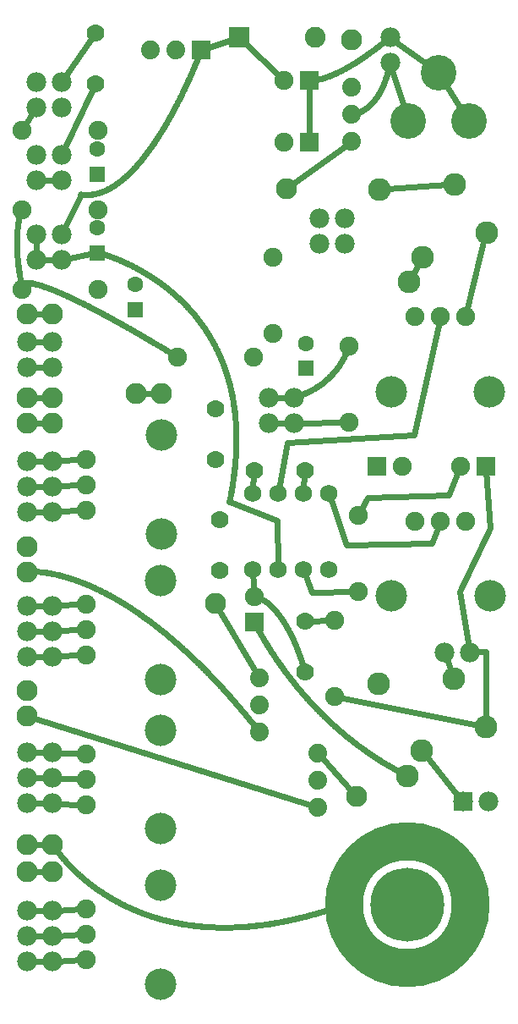
<source format=gtl>
G04 MADE WITH FRITZING*
G04 WWW.FRITZING.ORG*
G04 DOUBLE SIDED*
G04 HOLES PLATED*
G04 CONTOUR ON CENTER OF CONTOUR VECTOR*
%ASAXBY*%
%FSLAX23Y23*%
%MOIN*%
%OFA0B0*%
%SFA1.0B1.0*%
%ADD10C,0.291417X-0.0085826*%
%ADD11C,0.650000X0.35*%
%ADD12C,0.043622*%
%ADD13C,0.068000*%
%ADD14C,0.078000*%
%ADD15C,0.070000*%
%ADD16C,0.075000*%
%ADD17C,0.074000*%
%ADD18C,0.082000*%
%ADD19C,0.140000*%
%ADD20C,0.083307*%
%ADD21C,0.062992*%
%ADD22C,0.074667*%
%ADD23C,0.074695*%
%ADD24C,0.124033*%
%ADD25C,0.090020*%
%ADD26R,0.078000X0.078000*%
%ADD27R,0.075000X0.075000*%
%ADD28R,0.082000X0.082000*%
%ADD29R,0.062992X0.062992*%
%ADD30C,0.024000*%
%ADD31R,0.001000X0.001000*%
%LNCOPPER1*%
G90*
G70*
G54D10*
X1570Y455D03*
G54D11*
X1570Y455D03*
G54D10*
X1570Y455D03*
G54D11*
X1570Y455D03*
G54D12*
X1320Y455D03*
X1570Y455D03*
X1320Y455D03*
X1570Y455D03*
G54D13*
X1261Y2075D03*
X1161Y2075D03*
X1061Y2075D03*
X961Y2075D03*
X961Y1775D03*
X1061Y1775D03*
X1161Y1775D03*
X1261Y1775D03*
X1261Y2075D03*
X1161Y2075D03*
X1061Y2075D03*
X961Y2075D03*
X961Y1775D03*
X1061Y1775D03*
X1161Y1775D03*
X1261Y1775D03*
G54D14*
X1789Y863D03*
X1889Y863D03*
G54D15*
X814Y2409D03*
X814Y2209D03*
X1168Y1572D03*
X1168Y1372D03*
X966Y2166D03*
X1166Y2166D03*
X832Y1774D03*
X832Y1974D03*
X341Y3689D03*
X341Y3889D03*
G54D16*
X968Y1569D03*
X968Y1669D03*
X1880Y2184D03*
X1780Y2184D03*
X1450Y2183D03*
X1550Y2183D03*
X1184Y3459D03*
X1084Y3459D03*
G54D17*
X758Y3821D03*
X658Y3821D03*
X558Y3821D03*
X758Y3821D03*
X658Y3821D03*
X558Y3821D03*
G54D16*
X1184Y3702D03*
X1084Y3702D03*
G54D18*
X908Y3872D03*
X1206Y3872D03*
G54D19*
X1573Y3542D03*
X1813Y3542D03*
X1693Y3732D03*
G54D14*
X1503Y3771D03*
X1503Y3771D03*
X1503Y3871D03*
X206Y3408D03*
X106Y3408D03*
X206Y3408D03*
X106Y3408D03*
X106Y3308D03*
X206Y3308D03*
G54D20*
X1350Y3861D03*
X1095Y3276D03*
X813Y1641D03*
X1371Y881D03*
X599Y2469D03*
X499Y2469D03*
X171Y2784D03*
X71Y2784D03*
G54D14*
X1123Y2454D03*
X1023Y2454D03*
X1123Y2454D03*
X1023Y2454D03*
X1023Y2354D03*
X1123Y2354D03*
X171Y2673D03*
X71Y2673D03*
X171Y2673D03*
X71Y2673D03*
X71Y2573D03*
X171Y2573D03*
G54D20*
X71Y1200D03*
X71Y1300D03*
X71Y693D03*
X171Y693D03*
X71Y585D03*
X171Y585D03*
X71Y1766D03*
X71Y1866D03*
G54D14*
X1817Y1450D03*
X1817Y1450D03*
X1717Y1450D03*
X1324Y3158D03*
X1224Y3158D03*
X1324Y3158D03*
X1224Y3158D03*
X1224Y3058D03*
X1324Y3058D03*
X206Y3095D03*
X106Y3095D03*
X206Y3095D03*
X106Y3095D03*
X106Y2995D03*
X206Y2995D03*
X206Y3697D03*
X106Y3697D03*
X206Y3697D03*
X106Y3697D03*
X106Y3597D03*
X206Y3597D03*
G54D17*
X988Y1135D03*
X988Y1242D03*
X988Y1349D03*
X988Y1135D03*
X988Y1242D03*
X988Y1349D03*
X1216Y840D03*
X1216Y947D03*
X1216Y1054D03*
X1216Y840D03*
X1216Y947D03*
X1216Y1054D03*
X1350Y3461D03*
X1350Y3568D03*
X1350Y3675D03*
X1350Y3461D03*
X1350Y3568D03*
X1350Y3675D03*
G54D16*
X1341Y2356D03*
X1341Y2656D03*
X1040Y2705D03*
X1040Y3005D03*
G54D21*
X1169Y2568D03*
X1169Y2667D03*
X496Y2800D03*
X496Y2898D03*
X348Y3024D03*
X348Y3122D03*
X348Y3334D03*
X348Y3432D03*
G54D14*
X171Y233D03*
X171Y333D03*
X171Y433D03*
X171Y233D03*
X171Y333D03*
X171Y433D03*
X71Y433D03*
X71Y333D03*
X71Y233D03*
G54D20*
X171Y2453D03*
X71Y2453D03*
X171Y2453D03*
X71Y2453D03*
X71Y2353D03*
X171Y2353D03*
G54D14*
X171Y855D03*
X171Y955D03*
X171Y1055D03*
X171Y855D03*
X171Y955D03*
X171Y1055D03*
X71Y1055D03*
X71Y955D03*
X71Y855D03*
X171Y1434D03*
X171Y1534D03*
X171Y1634D03*
X171Y1434D03*
X171Y1534D03*
X171Y1634D03*
X71Y1634D03*
X71Y1534D03*
X71Y1434D03*
X171Y2004D03*
X171Y2104D03*
X171Y2204D03*
X171Y2004D03*
X171Y2104D03*
X171Y2204D03*
X71Y2204D03*
X71Y2104D03*
X71Y2004D03*
G54D22*
X303Y439D03*
X303Y339D03*
G54D23*
X303Y239D03*
G54D24*
X598Y533D03*
X598Y144D03*
G54D22*
X303Y1050D03*
X303Y950D03*
G54D23*
X303Y850D03*
G54D24*
X598Y1144D03*
X598Y756D03*
G54D22*
X1802Y1966D03*
X1702Y1966D03*
G54D23*
X1602Y1966D03*
G54D24*
X1896Y1671D03*
X1508Y1671D03*
G54D22*
X1801Y2772D03*
X1701Y2772D03*
G54D23*
X1601Y2772D03*
G54D24*
X1895Y2477D03*
X1506Y2477D03*
G54D22*
X303Y1639D03*
X303Y1539D03*
G54D23*
X303Y1439D03*
G54D24*
X598Y1733D03*
X598Y1344D03*
G54D22*
X304Y2210D03*
X304Y2110D03*
G54D23*
X304Y2010D03*
G54D24*
X600Y2305D03*
X600Y1916D03*
G54D25*
X1572Y962D03*
X1627Y1061D03*
X1458Y1327D03*
X1753Y1347D03*
X1881Y1155D03*
X1576Y2908D03*
X1631Y3007D03*
X1462Y3273D03*
X1757Y3293D03*
X1885Y3101D03*
G54D16*
X964Y2613D03*
X664Y2613D03*
X352Y2880D03*
X52Y2880D03*
X350Y3193D03*
X50Y3193D03*
X352Y3506D03*
X52Y3506D03*
X1284Y1577D03*
X1284Y1277D03*
X1376Y1688D03*
X1376Y1988D03*
G54D26*
X1789Y863D03*
G54D27*
X968Y1569D03*
X1880Y2184D03*
X1450Y2183D03*
X1184Y3459D03*
X1184Y3702D03*
G54D28*
X907Y3872D03*
G54D29*
X1169Y2568D03*
X496Y2800D03*
X348Y3024D03*
X348Y3334D03*
G54D30*
X149Y2353D02*
X93Y2353D01*
D02*
X152Y2573D02*
X90Y2573D01*
D02*
X1805Y2792D02*
X1885Y3123D01*
D02*
X1885Y3123D02*
X1885Y3123D01*
D02*
X1324Y2356D02*
X1142Y2354D01*
D02*
X1332Y1872D02*
X1666Y1878D01*
D02*
X1666Y1878D02*
X1694Y1947D01*
D02*
X1266Y2060D02*
X1332Y1872D01*
D02*
X1414Y2058D02*
X1385Y2004D01*
D02*
X1773Y2168D02*
X1734Y2070D01*
D02*
X1734Y2070D02*
X1414Y2058D01*
D02*
X1777Y1689D02*
X1896Y1938D01*
D02*
X1896Y1938D02*
X1881Y2167D01*
D02*
X1814Y1469D02*
X1777Y1689D01*
D02*
X90Y1634D02*
X152Y1634D01*
D02*
X90Y2004D02*
X152Y2004D01*
D02*
X90Y233D02*
X152Y233D01*
D02*
X90Y333D02*
X152Y333D01*
D02*
X90Y433D02*
X152Y433D01*
D02*
X90Y855D02*
X152Y855D01*
D02*
X90Y955D02*
X152Y955D01*
D02*
X90Y1055D02*
X152Y1055D01*
D02*
X90Y1434D02*
X152Y1434D01*
D02*
X90Y1534D02*
X152Y1534D01*
D02*
X93Y2353D02*
X149Y2353D01*
D02*
X93Y2453D02*
X149Y2453D01*
D02*
X1723Y1432D02*
X1743Y1376D01*
D02*
X1882Y1453D02*
X1836Y1451D01*
D02*
X1881Y1185D02*
X1882Y1453D01*
D02*
X1777Y877D02*
X1646Y1038D01*
D02*
X92Y1194D02*
X1196Y846D01*
D02*
X149Y585D02*
X93Y585D01*
D02*
X149Y693D02*
X93Y693D01*
D02*
X577Y2469D02*
X520Y2469D01*
D02*
X1058Y1970D02*
X1061Y1791D01*
D02*
X869Y2041D02*
X1058Y1970D01*
D02*
X1112Y3289D02*
X1333Y3449D01*
D02*
X825Y1622D02*
X978Y1366D01*
D02*
X1229Y1039D02*
X1356Y897D01*
D02*
X1104Y2354D02*
X1042Y2354D01*
D02*
X1104Y2454D02*
X1042Y2454D01*
D02*
X1162Y2091D02*
X1165Y2151D01*
D02*
X962Y2091D02*
X965Y2151D01*
D02*
X1194Y1687D02*
X1167Y1760D01*
D02*
X1359Y1688D02*
X1194Y1687D01*
D02*
X967Y1686D02*
X962Y1759D01*
D02*
X1183Y1573D02*
X1267Y1576D01*
D02*
X1851Y1161D02*
X1301Y1274D01*
D02*
X1096Y2276D02*
X1064Y2091D01*
D02*
X1596Y2305D02*
X1096Y2276D01*
D02*
X1696Y2752D02*
X1596Y2305D01*
D02*
X90Y1534D02*
X152Y1534D01*
D02*
X90Y1634D02*
X152Y1634D01*
D02*
X90Y2004D02*
X152Y2004D01*
D02*
X90Y2204D02*
X152Y2204D01*
D02*
X90Y233D02*
X152Y233D01*
D02*
X90Y333D02*
X152Y333D01*
D02*
X90Y433D02*
X152Y433D01*
D02*
X90Y855D02*
X152Y855D01*
D02*
X90Y955D02*
X152Y955D01*
D02*
X90Y1055D02*
X152Y1055D01*
D02*
X90Y1434D02*
X152Y1434D01*
D02*
X283Y3252D02*
X214Y3112D01*
D02*
X90Y2004D02*
X152Y2004D01*
D02*
X90Y2104D02*
X152Y2104D01*
D02*
X90Y2204D02*
X152Y2204D01*
D02*
X90Y855D02*
X152Y855D01*
D02*
X90Y955D02*
X152Y955D01*
D02*
X90Y1055D02*
X152Y1055D01*
D02*
X90Y233D02*
X152Y233D01*
D02*
X90Y333D02*
X152Y333D01*
D02*
X190Y433D02*
X282Y438D01*
D02*
X90Y1434D02*
X152Y1434D01*
D02*
X190Y1435D02*
X282Y1438D01*
D02*
X90Y1534D02*
X152Y1534D01*
D02*
X190Y1535D02*
X282Y1538D01*
D02*
X90Y1634D02*
X152Y1634D01*
D02*
X190Y1635D02*
X282Y1638D01*
D02*
X1720Y3689D02*
X1787Y3584D01*
D02*
X1727Y3291D02*
X1492Y3275D01*
D02*
X1617Y2981D02*
X1591Y2934D01*
D02*
X225Y2999D02*
X333Y3021D01*
D02*
X96Y3581D02*
X61Y3521D01*
D02*
X90Y2573D02*
X152Y2573D01*
D02*
X90Y2673D02*
X152Y2673D01*
D02*
X93Y2784D02*
X149Y2784D01*
D02*
X190Y2005D02*
X284Y2009D01*
D02*
X190Y2105D02*
X284Y2109D01*
D02*
X190Y2205D02*
X284Y2209D01*
D02*
X190Y854D02*
X282Y850D01*
D02*
X190Y954D02*
X282Y951D01*
D02*
X190Y1054D02*
X282Y1051D01*
D02*
X90Y433D02*
X152Y433D01*
D02*
X190Y233D02*
X282Y238D01*
D02*
X190Y333D02*
X282Y338D01*
D02*
X1653Y3761D02*
X1518Y3859D01*
D02*
X1559Y3590D02*
X1508Y3753D01*
D02*
X1184Y3685D02*
X1184Y3477D01*
D02*
X776Y3828D02*
X888Y3865D01*
D02*
X923Y3857D02*
X1071Y3715D01*
D02*
X1071Y3715D02*
X923Y3857D01*
D02*
X125Y3308D02*
X187Y3308D01*
D02*
X335Y3675D02*
X214Y3425D01*
D02*
X106Y3014D02*
X106Y3076D01*
D02*
X187Y2995D02*
X125Y2995D01*
D02*
X332Y3876D02*
X217Y3713D01*
G54D31*
X1502Y3883D02*
X1504Y3883D01*
X1498Y3882D02*
X1507Y3882D01*
X1497Y3881D02*
X1509Y3881D01*
X1495Y3880D02*
X1510Y3880D01*
X1494Y3879D02*
X1511Y3879D01*
X1493Y3878D02*
X1512Y3878D01*
X1492Y3877D02*
X1513Y3877D01*
X1490Y3876D02*
X1513Y3876D01*
X1489Y3875D02*
X1514Y3875D01*
X1488Y3874D02*
X1514Y3874D01*
X1487Y3873D02*
X1514Y3873D01*
X1485Y3872D02*
X1514Y3872D01*
X1484Y3871D02*
X1514Y3871D01*
X1483Y3870D02*
X1514Y3870D01*
X1482Y3869D02*
X1514Y3869D01*
X1480Y3868D02*
X1514Y3868D01*
X1479Y3867D02*
X1514Y3867D01*
X1478Y3866D02*
X1513Y3866D01*
X1477Y3865D02*
X1513Y3865D01*
X1476Y3864D02*
X1512Y3864D01*
X1474Y3863D02*
X1511Y3863D01*
X1473Y3862D02*
X1510Y3862D01*
X1472Y3861D02*
X1509Y3861D01*
X1470Y3860D02*
X1508Y3860D01*
X1469Y3859D02*
X1506Y3859D01*
X722Y3858D02*
X795Y3858D01*
X1468Y3858D02*
X1505Y3858D01*
X722Y3857D02*
X795Y3857D01*
X1467Y3857D02*
X1504Y3857D01*
X722Y3856D02*
X795Y3856D01*
X1465Y3856D02*
X1503Y3856D01*
X722Y3855D02*
X795Y3855D01*
X1464Y3855D02*
X1502Y3855D01*
X722Y3854D02*
X795Y3854D01*
X1463Y3854D02*
X1500Y3854D01*
X722Y3853D02*
X795Y3853D01*
X1462Y3853D02*
X1499Y3853D01*
X722Y3852D02*
X795Y3852D01*
X1460Y3852D02*
X1498Y3852D01*
X722Y3851D02*
X795Y3851D01*
X1459Y3851D02*
X1497Y3851D01*
X722Y3850D02*
X795Y3850D01*
X1458Y3850D02*
X1495Y3850D01*
X722Y3849D02*
X795Y3849D01*
X1456Y3849D02*
X1494Y3849D01*
X722Y3848D02*
X795Y3848D01*
X1455Y3848D02*
X1493Y3848D01*
X722Y3847D02*
X795Y3847D01*
X1454Y3847D02*
X1492Y3847D01*
X722Y3846D02*
X795Y3846D01*
X1453Y3846D02*
X1490Y3846D01*
X722Y3845D02*
X795Y3845D01*
X1451Y3845D02*
X1489Y3845D01*
X722Y3844D02*
X795Y3844D01*
X1450Y3844D02*
X1488Y3844D01*
X722Y3843D02*
X795Y3843D01*
X1449Y3843D02*
X1487Y3843D01*
X722Y3842D02*
X795Y3842D01*
X1447Y3842D02*
X1485Y3842D01*
X722Y3841D02*
X753Y3841D01*
X763Y3841D02*
X795Y3841D01*
X1446Y3841D02*
X1484Y3841D01*
X722Y3840D02*
X750Y3840D01*
X766Y3840D02*
X795Y3840D01*
X1445Y3840D02*
X1483Y3840D01*
X722Y3839D02*
X748Y3839D01*
X768Y3839D02*
X795Y3839D01*
X1443Y3839D02*
X1482Y3839D01*
X722Y3838D02*
X746Y3838D01*
X770Y3838D02*
X795Y3838D01*
X1442Y3838D02*
X1480Y3838D01*
X722Y3837D02*
X745Y3837D01*
X771Y3837D02*
X795Y3837D01*
X1441Y3837D02*
X1479Y3837D01*
X722Y3836D02*
X744Y3836D01*
X772Y3836D02*
X795Y3836D01*
X1439Y3836D02*
X1478Y3836D01*
X722Y3835D02*
X743Y3835D01*
X773Y3835D02*
X795Y3835D01*
X1438Y3835D02*
X1476Y3835D01*
X722Y3834D02*
X742Y3834D01*
X774Y3834D02*
X795Y3834D01*
X1437Y3834D02*
X1475Y3834D01*
X722Y3833D02*
X741Y3833D01*
X754Y3833D02*
X762Y3833D01*
X775Y3833D02*
X795Y3833D01*
X1435Y3833D02*
X1474Y3833D01*
X722Y3832D02*
X741Y3832D01*
X752Y3832D02*
X764Y3832D01*
X775Y3832D02*
X795Y3832D01*
X1434Y3832D02*
X1473Y3832D01*
X722Y3831D02*
X740Y3831D01*
X751Y3831D02*
X765Y3831D01*
X776Y3831D02*
X795Y3831D01*
X1433Y3831D02*
X1471Y3831D01*
X722Y3830D02*
X740Y3830D01*
X750Y3830D02*
X766Y3830D01*
X776Y3830D02*
X795Y3830D01*
X1431Y3830D02*
X1470Y3830D01*
X722Y3829D02*
X739Y3829D01*
X749Y3829D02*
X767Y3829D01*
X777Y3829D02*
X795Y3829D01*
X1430Y3829D02*
X1469Y3829D01*
X722Y3828D02*
X739Y3828D01*
X748Y3828D02*
X768Y3828D01*
X777Y3828D02*
X795Y3828D01*
X1429Y3828D02*
X1468Y3828D01*
X722Y3827D02*
X739Y3827D01*
X748Y3827D02*
X768Y3827D01*
X777Y3827D02*
X795Y3827D01*
X1427Y3827D02*
X1466Y3827D01*
X722Y3826D02*
X738Y3826D01*
X747Y3826D02*
X769Y3826D01*
X778Y3826D02*
X795Y3826D01*
X1426Y3826D02*
X1465Y3826D01*
X722Y3825D02*
X738Y3825D01*
X747Y3825D02*
X769Y3825D01*
X778Y3825D02*
X795Y3825D01*
X1425Y3825D02*
X1464Y3825D01*
X722Y3824D02*
X738Y3824D01*
X747Y3824D02*
X769Y3824D01*
X778Y3824D02*
X795Y3824D01*
X1423Y3824D02*
X1462Y3824D01*
X722Y3823D02*
X738Y3823D01*
X746Y3823D02*
X769Y3823D01*
X778Y3823D02*
X795Y3823D01*
X1422Y3823D02*
X1461Y3823D01*
X722Y3822D02*
X738Y3822D01*
X746Y3822D02*
X769Y3822D01*
X778Y3822D02*
X795Y3822D01*
X1420Y3822D02*
X1460Y3822D01*
X722Y3821D02*
X738Y3821D01*
X745Y3821D02*
X769Y3821D01*
X778Y3821D02*
X795Y3821D01*
X1419Y3821D02*
X1458Y3821D01*
X722Y3820D02*
X738Y3820D01*
X745Y3820D02*
X769Y3820D01*
X778Y3820D02*
X795Y3820D01*
X1418Y3820D02*
X1457Y3820D01*
X722Y3819D02*
X738Y3819D01*
X745Y3819D02*
X769Y3819D01*
X778Y3819D02*
X795Y3819D01*
X1416Y3819D02*
X1456Y3819D01*
X722Y3818D02*
X738Y3818D01*
X744Y3818D02*
X769Y3818D01*
X778Y3818D02*
X795Y3818D01*
X1415Y3818D02*
X1454Y3818D01*
X722Y3817D02*
X739Y3817D01*
X744Y3817D02*
X769Y3817D01*
X778Y3817D02*
X795Y3817D01*
X1413Y3817D02*
X1453Y3817D01*
X722Y3816D02*
X739Y3816D01*
X743Y3816D02*
X768Y3816D01*
X777Y3816D02*
X795Y3816D01*
X1412Y3816D02*
X1452Y3816D01*
X722Y3815D02*
X739Y3815D01*
X743Y3815D02*
X768Y3815D01*
X777Y3815D02*
X795Y3815D01*
X1411Y3815D02*
X1450Y3815D01*
X722Y3814D02*
X740Y3814D01*
X743Y3814D02*
X767Y3814D01*
X777Y3814D02*
X795Y3814D01*
X1409Y3814D02*
X1449Y3814D01*
X722Y3813D02*
X740Y3813D01*
X742Y3813D02*
X767Y3813D01*
X776Y3813D02*
X795Y3813D01*
X1408Y3813D02*
X1448Y3813D01*
X722Y3812D02*
X767Y3812D01*
X775Y3812D02*
X795Y3812D01*
X1406Y3812D02*
X1446Y3812D01*
X722Y3811D02*
X766Y3811D01*
X775Y3811D02*
X795Y3811D01*
X1405Y3811D02*
X1445Y3811D01*
X722Y3810D02*
X766Y3810D01*
X774Y3810D02*
X795Y3810D01*
X1404Y3810D02*
X1444Y3810D01*
X722Y3809D02*
X765Y3809D01*
X773Y3809D02*
X795Y3809D01*
X1402Y3809D02*
X1442Y3809D01*
X722Y3808D02*
X765Y3808D01*
X772Y3808D02*
X795Y3808D01*
X1401Y3808D02*
X1441Y3808D01*
X722Y3807D02*
X765Y3807D01*
X771Y3807D02*
X795Y3807D01*
X1399Y3807D02*
X1439Y3807D01*
X722Y3806D02*
X764Y3806D01*
X770Y3806D02*
X795Y3806D01*
X1398Y3806D02*
X1438Y3806D01*
X722Y3805D02*
X764Y3805D01*
X769Y3805D02*
X795Y3805D01*
X1396Y3805D02*
X1437Y3805D01*
X722Y3804D02*
X764Y3804D01*
X767Y3804D02*
X795Y3804D01*
X1395Y3804D02*
X1435Y3804D01*
X722Y3803D02*
X795Y3803D01*
X1393Y3803D02*
X1434Y3803D01*
X722Y3802D02*
X795Y3802D01*
X1392Y3802D02*
X1433Y3802D01*
X722Y3801D02*
X795Y3801D01*
X1390Y3801D02*
X1431Y3801D01*
X722Y3800D02*
X795Y3800D01*
X1389Y3800D02*
X1430Y3800D01*
X722Y3799D02*
X795Y3799D01*
X1387Y3799D02*
X1428Y3799D01*
X722Y3798D02*
X795Y3798D01*
X1386Y3798D02*
X1427Y3798D01*
X722Y3797D02*
X795Y3797D01*
X1384Y3797D02*
X1426Y3797D01*
X722Y3796D02*
X795Y3796D01*
X1383Y3796D02*
X1424Y3796D01*
X722Y3795D02*
X795Y3795D01*
X1381Y3795D02*
X1423Y3795D01*
X722Y3794D02*
X795Y3794D01*
X1380Y3794D02*
X1421Y3794D01*
X722Y3793D02*
X795Y3793D01*
X1378Y3793D02*
X1420Y3793D01*
X722Y3792D02*
X795Y3792D01*
X1377Y3792D02*
X1419Y3792D01*
X722Y3791D02*
X795Y3791D01*
X1375Y3791D02*
X1417Y3791D01*
X722Y3790D02*
X795Y3790D01*
X1374Y3790D02*
X1416Y3790D01*
X722Y3789D02*
X795Y3789D01*
X1372Y3789D02*
X1414Y3789D01*
X722Y3788D02*
X795Y3788D01*
X1371Y3788D02*
X1413Y3788D01*
X722Y3787D02*
X795Y3787D01*
X1369Y3787D02*
X1411Y3787D01*
X722Y3786D02*
X795Y3786D01*
X1368Y3786D02*
X1410Y3786D01*
X722Y3785D02*
X794Y3785D01*
X1366Y3785D02*
X1408Y3785D01*
X731Y3784D02*
X756Y3784D01*
X1364Y3784D02*
X1407Y3784D01*
X730Y3783D02*
X755Y3783D01*
X1363Y3783D02*
X1405Y3783D01*
X1502Y3783D02*
X1504Y3783D01*
X730Y3782D02*
X755Y3782D01*
X1361Y3782D02*
X1404Y3782D01*
X1498Y3782D02*
X1507Y3782D01*
X730Y3781D02*
X754Y3781D01*
X1360Y3781D02*
X1403Y3781D01*
X1497Y3781D02*
X1509Y3781D01*
X729Y3780D02*
X754Y3780D01*
X1358Y3780D02*
X1401Y3780D01*
X1495Y3780D02*
X1510Y3780D01*
X729Y3779D02*
X754Y3779D01*
X1356Y3779D02*
X1400Y3779D01*
X1494Y3779D02*
X1511Y3779D01*
X728Y3778D02*
X753Y3778D01*
X1355Y3778D02*
X1398Y3778D01*
X1494Y3778D02*
X1512Y3778D01*
X728Y3777D02*
X753Y3777D01*
X1353Y3777D02*
X1397Y3777D01*
X1493Y3777D02*
X1513Y3777D01*
X727Y3776D02*
X752Y3776D01*
X1351Y3776D02*
X1395Y3776D01*
X1492Y3776D02*
X1513Y3776D01*
X727Y3775D02*
X752Y3775D01*
X1350Y3775D02*
X1394Y3775D01*
X1492Y3775D02*
X1514Y3775D01*
X727Y3774D02*
X752Y3774D01*
X1348Y3774D02*
X1392Y3774D01*
X1492Y3774D02*
X1514Y3774D01*
X726Y3773D02*
X751Y3773D01*
X1346Y3773D02*
X1390Y3773D01*
X1491Y3773D02*
X1514Y3773D01*
X726Y3772D02*
X751Y3772D01*
X1345Y3772D02*
X1389Y3772D01*
X1491Y3772D02*
X1514Y3772D01*
X725Y3771D02*
X750Y3771D01*
X1343Y3771D02*
X1387Y3771D01*
X1491Y3771D02*
X1514Y3771D01*
X725Y3770D02*
X750Y3770D01*
X1341Y3770D02*
X1386Y3770D01*
X1491Y3770D02*
X1514Y3770D01*
X725Y3769D02*
X750Y3769D01*
X1340Y3769D02*
X1384Y3769D01*
X1491Y3769D02*
X1514Y3769D01*
X724Y3768D02*
X749Y3768D01*
X1338Y3768D02*
X1383Y3768D01*
X1490Y3768D02*
X1514Y3768D01*
X724Y3767D02*
X749Y3767D01*
X1336Y3767D02*
X1381Y3767D01*
X1490Y3767D02*
X1514Y3767D01*
X723Y3766D02*
X748Y3766D01*
X1334Y3766D02*
X1380Y3766D01*
X1490Y3766D02*
X1514Y3766D01*
X723Y3765D02*
X748Y3765D01*
X1333Y3765D02*
X1378Y3765D01*
X1490Y3765D02*
X1513Y3765D01*
X722Y3764D02*
X748Y3764D01*
X1331Y3764D02*
X1377Y3764D01*
X1490Y3764D02*
X1513Y3764D01*
X722Y3763D02*
X747Y3763D01*
X1329Y3763D02*
X1375Y3763D01*
X1489Y3763D02*
X1513Y3763D01*
X722Y3762D02*
X747Y3762D01*
X1327Y3762D02*
X1373Y3762D01*
X1489Y3762D02*
X1513Y3762D01*
X721Y3761D02*
X746Y3761D01*
X1326Y3761D02*
X1372Y3761D01*
X1489Y3761D02*
X1513Y3761D01*
X721Y3760D02*
X746Y3760D01*
X1324Y3760D02*
X1370Y3760D01*
X1489Y3760D02*
X1512Y3760D01*
X720Y3759D02*
X745Y3759D01*
X1322Y3759D02*
X1368Y3759D01*
X1489Y3759D02*
X1512Y3759D01*
X720Y3758D02*
X745Y3758D01*
X1320Y3758D02*
X1367Y3758D01*
X1488Y3758D02*
X1512Y3758D01*
X719Y3757D02*
X745Y3757D01*
X1318Y3757D02*
X1365Y3757D01*
X1488Y3757D02*
X1512Y3757D01*
X719Y3756D02*
X744Y3756D01*
X1316Y3756D02*
X1364Y3756D01*
X1488Y3756D02*
X1511Y3756D01*
X719Y3755D02*
X744Y3755D01*
X1314Y3755D02*
X1362Y3755D01*
X1488Y3755D02*
X1511Y3755D01*
X718Y3754D02*
X743Y3754D01*
X1313Y3754D02*
X1360Y3754D01*
X1488Y3754D02*
X1511Y3754D01*
X718Y3753D02*
X743Y3753D01*
X1311Y3753D02*
X1359Y3753D01*
X1487Y3753D02*
X1511Y3753D01*
X717Y3752D02*
X742Y3752D01*
X1309Y3752D02*
X1357Y3752D01*
X1487Y3752D02*
X1511Y3752D01*
X717Y3751D02*
X742Y3751D01*
X1307Y3751D02*
X1355Y3751D01*
X1487Y3751D02*
X1510Y3751D01*
X716Y3750D02*
X742Y3750D01*
X1305Y3750D02*
X1353Y3750D01*
X1487Y3750D02*
X1510Y3750D01*
X716Y3749D02*
X741Y3749D01*
X1303Y3749D02*
X1352Y3749D01*
X1486Y3749D02*
X1510Y3749D01*
X716Y3748D02*
X741Y3748D01*
X1301Y3748D02*
X1350Y3748D01*
X1486Y3748D02*
X1510Y3748D01*
X715Y3747D02*
X740Y3747D01*
X1299Y3747D02*
X1348Y3747D01*
X1486Y3747D02*
X1509Y3747D01*
X715Y3746D02*
X740Y3746D01*
X1297Y3746D02*
X1347Y3746D01*
X1486Y3746D02*
X1509Y3746D01*
X714Y3745D02*
X739Y3745D01*
X1295Y3745D02*
X1345Y3745D01*
X1485Y3745D02*
X1509Y3745D01*
X714Y3744D02*
X739Y3744D01*
X1293Y3744D02*
X1343Y3744D01*
X1485Y3744D02*
X1509Y3744D01*
X713Y3743D02*
X739Y3743D01*
X1290Y3743D02*
X1341Y3743D01*
X1485Y3743D02*
X1508Y3743D01*
X713Y3742D02*
X738Y3742D01*
X1288Y3742D02*
X1340Y3742D01*
X1485Y3742D02*
X1508Y3742D01*
X713Y3741D02*
X738Y3741D01*
X1286Y3741D02*
X1338Y3741D01*
X1484Y3741D02*
X1508Y3741D01*
X712Y3740D02*
X737Y3740D01*
X1284Y3740D02*
X1336Y3740D01*
X1484Y3740D02*
X1508Y3740D01*
X712Y3739D02*
X737Y3739D01*
X1282Y3739D02*
X1334Y3739D01*
X1484Y3739D02*
X1508Y3739D01*
X711Y3738D02*
X736Y3738D01*
X1279Y3738D02*
X1332Y3738D01*
X1484Y3738D02*
X1507Y3738D01*
X711Y3737D02*
X736Y3737D01*
X1277Y3737D02*
X1331Y3737D01*
X1483Y3737D02*
X1507Y3737D01*
X710Y3736D02*
X736Y3736D01*
X1275Y3736D02*
X1329Y3736D01*
X1483Y3736D02*
X1507Y3736D01*
X710Y3735D02*
X735Y3735D01*
X1272Y3735D02*
X1327Y3735D01*
X1483Y3735D02*
X1507Y3735D01*
X710Y3734D02*
X735Y3734D01*
X1270Y3734D02*
X1325Y3734D01*
X1482Y3734D02*
X1506Y3734D01*
X709Y3733D02*
X734Y3733D01*
X1268Y3733D02*
X1323Y3733D01*
X1482Y3733D02*
X1506Y3733D01*
X709Y3732D02*
X734Y3732D01*
X1265Y3732D02*
X1321Y3732D01*
X1482Y3732D02*
X1506Y3732D01*
X708Y3731D02*
X733Y3731D01*
X1262Y3731D02*
X1319Y3731D01*
X1482Y3731D02*
X1505Y3731D01*
X708Y3730D02*
X733Y3730D01*
X1260Y3730D02*
X1317Y3730D01*
X1481Y3730D02*
X1505Y3730D01*
X707Y3729D02*
X733Y3729D01*
X1257Y3729D02*
X1315Y3729D01*
X1481Y3729D02*
X1505Y3729D01*
X707Y3728D02*
X732Y3728D01*
X1255Y3728D02*
X1313Y3728D01*
X1481Y3728D02*
X1505Y3728D01*
X707Y3727D02*
X732Y3727D01*
X1252Y3727D02*
X1311Y3727D01*
X1480Y3727D02*
X1504Y3727D01*
X706Y3726D02*
X731Y3726D01*
X1249Y3726D02*
X1309Y3726D01*
X1480Y3726D02*
X1504Y3726D01*
X706Y3725D02*
X731Y3725D01*
X1246Y3725D02*
X1307Y3725D01*
X1480Y3725D02*
X1504Y3725D01*
X705Y3724D02*
X730Y3724D01*
X1243Y3724D02*
X1305Y3724D01*
X1480Y3724D02*
X1503Y3724D01*
X705Y3723D02*
X730Y3723D01*
X1240Y3723D02*
X1303Y3723D01*
X1479Y3723D02*
X1503Y3723D01*
X704Y3722D02*
X730Y3722D01*
X1236Y3722D02*
X1301Y3722D01*
X1479Y3722D02*
X1503Y3722D01*
X704Y3721D02*
X729Y3721D01*
X1233Y3721D02*
X1299Y3721D01*
X1479Y3721D02*
X1503Y3721D01*
X703Y3720D02*
X729Y3720D01*
X1229Y3720D02*
X1297Y3720D01*
X1478Y3720D02*
X1502Y3720D01*
X703Y3719D02*
X728Y3719D01*
X1225Y3719D02*
X1295Y3719D01*
X1478Y3719D02*
X1502Y3719D01*
X703Y3718D02*
X728Y3718D01*
X1221Y3718D02*
X1292Y3718D01*
X1478Y3718D02*
X1502Y3718D01*
X702Y3717D02*
X727Y3717D01*
X1216Y3717D02*
X1290Y3717D01*
X1477Y3717D02*
X1501Y3717D01*
X702Y3716D02*
X727Y3716D01*
X1210Y3716D02*
X1288Y3716D01*
X1477Y3716D02*
X1501Y3716D01*
X701Y3715D02*
X726Y3715D01*
X1203Y3715D02*
X1286Y3715D01*
X1477Y3715D02*
X1501Y3715D01*
X701Y3714D02*
X726Y3714D01*
X1180Y3714D02*
X1283Y3714D01*
X1476Y3714D02*
X1501Y3714D01*
X700Y3713D02*
X726Y3713D01*
X1178Y3713D02*
X1281Y3713D01*
X1476Y3713D02*
X1500Y3713D01*
X700Y3712D02*
X725Y3712D01*
X1177Y3712D02*
X1279Y3712D01*
X1476Y3712D02*
X1500Y3712D01*
X699Y3711D02*
X725Y3711D01*
X1176Y3711D02*
X1276Y3711D01*
X1475Y3711D02*
X1500Y3711D01*
X699Y3710D02*
X724Y3710D01*
X1175Y3710D02*
X1274Y3710D01*
X1475Y3710D02*
X1499Y3710D01*
X699Y3709D02*
X724Y3709D01*
X1174Y3709D02*
X1271Y3709D01*
X1475Y3709D02*
X1499Y3709D01*
X698Y3708D02*
X723Y3708D01*
X1174Y3708D02*
X1269Y3708D01*
X1474Y3708D02*
X1499Y3708D01*
X698Y3707D02*
X723Y3707D01*
X1174Y3707D02*
X1266Y3707D01*
X1474Y3707D02*
X1498Y3707D01*
X697Y3706D02*
X722Y3706D01*
X1173Y3706D02*
X1263Y3706D01*
X1474Y3706D02*
X1498Y3706D01*
X697Y3705D02*
X722Y3705D01*
X1173Y3705D02*
X1260Y3705D01*
X1473Y3705D02*
X1498Y3705D01*
X696Y3704D02*
X722Y3704D01*
X1173Y3704D02*
X1258Y3704D01*
X1473Y3704D02*
X1497Y3704D01*
X696Y3703D02*
X721Y3703D01*
X1173Y3703D02*
X1255Y3703D01*
X1473Y3703D02*
X1497Y3703D01*
X695Y3702D02*
X721Y3702D01*
X1173Y3702D02*
X1252Y3702D01*
X1472Y3702D02*
X1497Y3702D01*
X695Y3701D02*
X720Y3701D01*
X1173Y3701D02*
X1249Y3701D01*
X1472Y3701D02*
X1496Y3701D01*
X694Y3700D02*
X720Y3700D01*
X1173Y3700D02*
X1245Y3700D01*
X1471Y3700D02*
X1496Y3700D01*
X694Y3699D02*
X719Y3699D01*
X1173Y3699D02*
X1242Y3699D01*
X1471Y3699D02*
X1496Y3699D01*
X693Y3698D02*
X719Y3698D01*
X1174Y3698D02*
X1239Y3698D01*
X1471Y3698D02*
X1495Y3698D01*
X693Y3697D02*
X718Y3697D01*
X1174Y3697D02*
X1235Y3697D01*
X1470Y3697D02*
X1495Y3697D01*
X693Y3696D02*
X718Y3696D01*
X1175Y3696D02*
X1231Y3696D01*
X1470Y3696D02*
X1494Y3696D01*
X692Y3695D02*
X717Y3695D01*
X1176Y3695D02*
X1227Y3695D01*
X1470Y3695D02*
X1494Y3695D01*
X692Y3694D02*
X717Y3694D01*
X1177Y3694D02*
X1222Y3694D01*
X1469Y3694D02*
X1494Y3694D01*
X691Y3693D02*
X717Y3693D01*
X1178Y3693D02*
X1217Y3693D01*
X1469Y3693D02*
X1493Y3693D01*
X691Y3692D02*
X716Y3692D01*
X1180Y3692D02*
X1211Y3692D01*
X1468Y3692D02*
X1493Y3692D01*
X690Y3691D02*
X716Y3691D01*
X1183Y3691D02*
X1203Y3691D01*
X1468Y3691D02*
X1493Y3691D01*
X690Y3690D02*
X715Y3690D01*
X1467Y3690D02*
X1492Y3690D01*
X689Y3689D02*
X715Y3689D01*
X1467Y3689D02*
X1492Y3689D01*
X689Y3688D02*
X714Y3688D01*
X1467Y3688D02*
X1491Y3688D01*
X688Y3687D02*
X714Y3687D01*
X1466Y3687D02*
X1491Y3687D01*
X688Y3686D02*
X713Y3686D01*
X1466Y3686D02*
X1491Y3686D01*
X687Y3685D02*
X713Y3685D01*
X1465Y3685D02*
X1490Y3685D01*
X687Y3684D02*
X712Y3684D01*
X1465Y3684D02*
X1490Y3684D01*
X687Y3683D02*
X712Y3683D01*
X1465Y3683D02*
X1490Y3683D01*
X686Y3682D02*
X712Y3682D01*
X1464Y3682D02*
X1489Y3682D01*
X686Y3681D02*
X711Y3681D01*
X1464Y3681D02*
X1489Y3681D01*
X685Y3680D02*
X711Y3680D01*
X1463Y3680D02*
X1488Y3680D01*
X685Y3679D02*
X710Y3679D01*
X1463Y3679D02*
X1488Y3679D01*
X684Y3678D02*
X710Y3678D01*
X1462Y3678D02*
X1487Y3678D01*
X684Y3677D02*
X709Y3677D01*
X1462Y3677D02*
X1487Y3677D01*
X683Y3676D02*
X709Y3676D01*
X1461Y3676D02*
X1487Y3676D01*
X683Y3675D02*
X708Y3675D01*
X1461Y3675D02*
X1486Y3675D01*
X682Y3674D02*
X708Y3674D01*
X1460Y3674D02*
X1486Y3674D01*
X682Y3673D02*
X707Y3673D01*
X1460Y3673D02*
X1485Y3673D01*
X681Y3672D02*
X707Y3672D01*
X1459Y3672D02*
X1485Y3672D01*
X681Y3671D02*
X706Y3671D01*
X1459Y3671D02*
X1484Y3671D01*
X680Y3670D02*
X706Y3670D01*
X1458Y3670D02*
X1484Y3670D01*
X680Y3669D02*
X705Y3669D01*
X1458Y3669D02*
X1483Y3669D01*
X679Y3668D02*
X705Y3668D01*
X1457Y3668D02*
X1483Y3668D01*
X679Y3667D02*
X704Y3667D01*
X1457Y3667D02*
X1483Y3667D01*
X678Y3666D02*
X704Y3666D01*
X1456Y3666D02*
X1482Y3666D01*
X678Y3665D02*
X704Y3665D01*
X1456Y3665D02*
X1482Y3665D01*
X677Y3664D02*
X703Y3664D01*
X1455Y3664D02*
X1481Y3664D01*
X677Y3663D02*
X703Y3663D01*
X1455Y3663D02*
X1481Y3663D01*
X677Y3662D02*
X702Y3662D01*
X1454Y3662D02*
X1480Y3662D01*
X676Y3661D02*
X702Y3661D01*
X1454Y3661D02*
X1480Y3661D01*
X676Y3660D02*
X701Y3660D01*
X1453Y3660D02*
X1479Y3660D01*
X675Y3659D02*
X701Y3659D01*
X1452Y3659D02*
X1479Y3659D01*
X675Y3658D02*
X700Y3658D01*
X1452Y3658D02*
X1478Y3658D01*
X674Y3657D02*
X700Y3657D01*
X1451Y3657D02*
X1478Y3657D01*
X674Y3656D02*
X699Y3656D01*
X1451Y3656D02*
X1477Y3656D01*
X673Y3655D02*
X699Y3655D01*
X1450Y3655D02*
X1477Y3655D01*
X673Y3654D02*
X698Y3654D01*
X1449Y3654D02*
X1476Y3654D01*
X672Y3653D02*
X698Y3653D01*
X1449Y3653D02*
X1475Y3653D01*
X672Y3652D02*
X697Y3652D01*
X1448Y3652D02*
X1475Y3652D01*
X671Y3651D02*
X697Y3651D01*
X1448Y3651D02*
X1474Y3651D01*
X671Y3650D02*
X696Y3650D01*
X1447Y3650D02*
X1474Y3650D01*
X670Y3649D02*
X696Y3649D01*
X1446Y3649D02*
X1473Y3649D01*
X670Y3648D02*
X695Y3648D01*
X1446Y3648D02*
X1473Y3648D01*
X669Y3647D02*
X695Y3647D01*
X1445Y3647D02*
X1472Y3647D01*
X669Y3646D02*
X694Y3646D01*
X1445Y3646D02*
X1472Y3646D01*
X668Y3645D02*
X694Y3645D01*
X1444Y3645D02*
X1471Y3645D01*
X668Y3644D02*
X693Y3644D01*
X1443Y3644D02*
X1470Y3644D01*
X667Y3643D02*
X693Y3643D01*
X1443Y3643D02*
X1470Y3643D01*
X667Y3642D02*
X692Y3642D01*
X1442Y3642D02*
X1469Y3642D01*
X666Y3641D02*
X692Y3641D01*
X1441Y3641D02*
X1469Y3641D01*
X666Y3640D02*
X691Y3640D01*
X1440Y3640D02*
X1468Y3640D01*
X665Y3639D02*
X691Y3639D01*
X1440Y3639D02*
X1467Y3639D01*
X665Y3638D02*
X690Y3638D01*
X1439Y3638D02*
X1467Y3638D01*
X664Y3637D02*
X690Y3637D01*
X1438Y3637D02*
X1466Y3637D01*
X664Y3636D02*
X689Y3636D01*
X1438Y3636D02*
X1466Y3636D01*
X663Y3635D02*
X689Y3635D01*
X1437Y3635D02*
X1465Y3635D01*
X663Y3634D02*
X689Y3634D01*
X1436Y3634D02*
X1464Y3634D01*
X662Y3633D02*
X688Y3633D01*
X1435Y3633D02*
X1464Y3633D01*
X662Y3632D02*
X688Y3632D01*
X1435Y3632D02*
X1463Y3632D01*
X661Y3631D02*
X687Y3631D01*
X1434Y3631D02*
X1462Y3631D01*
X661Y3630D02*
X687Y3630D01*
X1433Y3630D02*
X1462Y3630D01*
X660Y3629D02*
X686Y3629D01*
X1432Y3629D02*
X1461Y3629D01*
X660Y3628D02*
X686Y3628D01*
X1431Y3628D02*
X1460Y3628D01*
X659Y3627D02*
X685Y3627D01*
X1430Y3627D02*
X1460Y3627D01*
X659Y3626D02*
X685Y3626D01*
X1430Y3626D02*
X1459Y3626D01*
X658Y3625D02*
X684Y3625D01*
X1429Y3625D02*
X1458Y3625D01*
X658Y3624D02*
X684Y3624D01*
X1428Y3624D02*
X1457Y3624D01*
X657Y3623D02*
X683Y3623D01*
X1427Y3623D02*
X1457Y3623D01*
X657Y3622D02*
X683Y3622D01*
X1426Y3622D02*
X1456Y3622D01*
X656Y3621D02*
X682Y3621D01*
X1425Y3621D02*
X1455Y3621D01*
X656Y3620D02*
X682Y3620D01*
X1424Y3620D02*
X1454Y3620D01*
X655Y3619D02*
X681Y3619D01*
X1423Y3619D02*
X1454Y3619D01*
X655Y3618D02*
X681Y3618D01*
X1422Y3618D02*
X1453Y3618D01*
X654Y3617D02*
X680Y3617D01*
X1421Y3617D02*
X1452Y3617D01*
X654Y3616D02*
X679Y3616D01*
X1420Y3616D02*
X1451Y3616D01*
X653Y3615D02*
X679Y3615D01*
X1419Y3615D02*
X1450Y3615D01*
X653Y3614D02*
X678Y3614D01*
X1418Y3614D02*
X1450Y3614D01*
X652Y3613D02*
X678Y3613D01*
X1417Y3613D02*
X1449Y3613D01*
X652Y3612D02*
X677Y3612D01*
X1416Y3612D02*
X1448Y3612D01*
X651Y3611D02*
X677Y3611D01*
X1415Y3611D02*
X1447Y3611D01*
X651Y3610D02*
X676Y3610D01*
X1414Y3610D02*
X1446Y3610D01*
X650Y3609D02*
X676Y3609D01*
X1413Y3609D02*
X1445Y3609D01*
X649Y3608D02*
X675Y3608D01*
X1412Y3608D02*
X1445Y3608D01*
X649Y3607D02*
X675Y3607D01*
X1410Y3607D02*
X1444Y3607D01*
X648Y3606D02*
X674Y3606D01*
X1409Y3606D02*
X1443Y3606D01*
X648Y3605D02*
X674Y3605D01*
X1408Y3605D02*
X1442Y3605D01*
X647Y3604D02*
X673Y3604D01*
X1407Y3604D02*
X1441Y3604D01*
X647Y3603D02*
X673Y3603D01*
X1405Y3603D02*
X1440Y3603D01*
X646Y3602D02*
X672Y3602D01*
X1404Y3602D02*
X1439Y3602D01*
X646Y3601D02*
X672Y3601D01*
X1402Y3601D02*
X1438Y3601D01*
X645Y3600D02*
X671Y3600D01*
X1401Y3600D02*
X1437Y3600D01*
X645Y3599D02*
X671Y3599D01*
X1400Y3599D02*
X1436Y3599D01*
X644Y3598D02*
X670Y3598D01*
X1398Y3598D02*
X1435Y3598D01*
X644Y3597D02*
X670Y3597D01*
X1397Y3597D02*
X1434Y3597D01*
X643Y3596D02*
X669Y3596D01*
X1395Y3596D02*
X1433Y3596D01*
X643Y3595D02*
X669Y3595D01*
X1393Y3595D02*
X1432Y3595D01*
X642Y3594D02*
X668Y3594D01*
X1392Y3594D02*
X1431Y3594D01*
X641Y3593D02*
X668Y3593D01*
X1390Y3593D02*
X1430Y3593D01*
X641Y3592D02*
X667Y3592D01*
X1388Y3592D02*
X1429Y3592D01*
X640Y3591D02*
X667Y3591D01*
X1386Y3591D02*
X1427Y3591D01*
X640Y3590D02*
X666Y3590D01*
X1384Y3590D02*
X1426Y3590D01*
X639Y3589D02*
X666Y3589D01*
X1382Y3589D02*
X1425Y3589D01*
X639Y3588D02*
X665Y3588D01*
X1380Y3588D02*
X1424Y3588D01*
X638Y3587D02*
X664Y3587D01*
X1377Y3587D02*
X1423Y3587D01*
X638Y3586D02*
X664Y3586D01*
X1375Y3586D02*
X1421Y3586D01*
X637Y3585D02*
X663Y3585D01*
X1372Y3585D02*
X1420Y3585D01*
X637Y3584D02*
X663Y3584D01*
X1369Y3584D02*
X1419Y3584D01*
X636Y3583D02*
X662Y3583D01*
X1365Y3583D02*
X1418Y3583D01*
X636Y3582D02*
X662Y3582D01*
X1361Y3582D02*
X1416Y3582D01*
X635Y3581D02*
X661Y3581D01*
X1355Y3581D02*
X1415Y3581D01*
X635Y3580D02*
X661Y3580D01*
X1347Y3580D02*
X1413Y3580D01*
X634Y3579D02*
X660Y3579D01*
X1344Y3579D02*
X1412Y3579D01*
X633Y3578D02*
X660Y3578D01*
X1343Y3578D02*
X1410Y3578D01*
X633Y3577D02*
X659Y3577D01*
X1342Y3577D02*
X1409Y3577D01*
X632Y3576D02*
X659Y3576D01*
X1341Y3576D02*
X1407Y3576D01*
X632Y3575D02*
X658Y3575D01*
X1340Y3575D02*
X1406Y3575D01*
X631Y3574D02*
X658Y3574D01*
X1340Y3574D02*
X1404Y3574D01*
X631Y3573D02*
X657Y3573D01*
X1339Y3573D02*
X1402Y3573D01*
X630Y3572D02*
X657Y3572D01*
X1339Y3572D02*
X1400Y3572D01*
X630Y3571D02*
X656Y3571D01*
X1339Y3571D02*
X1399Y3571D01*
X629Y3570D02*
X655Y3570D01*
X1338Y3570D02*
X1397Y3570D01*
X628Y3569D02*
X655Y3569D01*
X1338Y3569D02*
X1395Y3569D01*
X628Y3568D02*
X654Y3568D01*
X1338Y3568D02*
X1393Y3568D01*
X627Y3567D02*
X654Y3567D01*
X1338Y3567D02*
X1390Y3567D01*
X627Y3566D02*
X653Y3566D01*
X1339Y3566D02*
X1388Y3566D01*
X626Y3565D02*
X653Y3565D01*
X1339Y3565D02*
X1386Y3565D01*
X626Y3564D02*
X652Y3564D01*
X1339Y3564D02*
X1383Y3564D01*
X625Y3563D02*
X652Y3563D01*
X1340Y3563D02*
X1381Y3563D01*
X625Y3562D02*
X651Y3562D01*
X1340Y3562D02*
X1377Y3562D01*
X624Y3561D02*
X650Y3561D01*
X1341Y3561D02*
X1374Y3561D01*
X623Y3560D02*
X650Y3560D01*
X1342Y3560D02*
X1371Y3560D01*
X623Y3559D02*
X649Y3559D01*
X1343Y3559D02*
X1367Y3559D01*
X622Y3558D02*
X649Y3558D01*
X1345Y3558D02*
X1362Y3558D01*
X622Y3557D02*
X648Y3557D01*
X1347Y3557D02*
X1356Y3557D01*
X621Y3556D02*
X648Y3556D01*
X621Y3555D02*
X647Y3555D01*
X620Y3554D02*
X647Y3554D01*
X620Y3553D02*
X646Y3553D01*
X619Y3552D02*
X645Y3552D01*
X618Y3551D02*
X645Y3551D01*
X618Y3550D02*
X644Y3550D01*
X617Y3549D02*
X644Y3549D01*
X617Y3548D02*
X643Y3548D01*
X616Y3547D02*
X643Y3547D01*
X615Y3546D02*
X642Y3546D01*
X615Y3545D02*
X642Y3545D01*
X614Y3544D02*
X641Y3544D01*
X614Y3543D02*
X640Y3543D01*
X613Y3542D02*
X640Y3542D01*
X613Y3541D02*
X639Y3541D01*
X612Y3540D02*
X639Y3540D01*
X611Y3539D02*
X638Y3539D01*
X611Y3538D02*
X638Y3538D01*
X610Y3537D02*
X637Y3537D01*
X610Y3536D02*
X636Y3536D01*
X609Y3535D02*
X636Y3535D01*
X609Y3534D02*
X635Y3534D01*
X608Y3533D02*
X635Y3533D01*
X607Y3532D02*
X634Y3532D01*
X607Y3531D02*
X634Y3531D01*
X606Y3530D02*
X633Y3530D01*
X606Y3529D02*
X632Y3529D01*
X605Y3528D02*
X632Y3528D01*
X604Y3527D02*
X631Y3527D01*
X604Y3526D02*
X631Y3526D01*
X603Y3525D02*
X630Y3525D01*
X603Y3524D02*
X629Y3524D01*
X602Y3523D02*
X629Y3523D01*
X601Y3522D02*
X628Y3522D01*
X601Y3521D02*
X628Y3521D01*
X600Y3520D02*
X627Y3520D01*
X600Y3519D02*
X627Y3519D01*
X599Y3518D02*
X626Y3518D01*
X598Y3517D02*
X625Y3517D01*
X598Y3516D02*
X625Y3516D01*
X597Y3515D02*
X624Y3515D01*
X597Y3514D02*
X624Y3514D01*
X596Y3513D02*
X623Y3513D01*
X595Y3512D02*
X622Y3512D01*
X595Y3511D02*
X622Y3511D01*
X594Y3510D02*
X621Y3510D01*
X593Y3509D02*
X621Y3509D01*
X593Y3508D02*
X620Y3508D01*
X592Y3507D02*
X619Y3507D01*
X592Y3506D02*
X619Y3506D01*
X591Y3505D02*
X618Y3505D01*
X590Y3504D02*
X618Y3504D01*
X590Y3503D02*
X617Y3503D01*
X589Y3502D02*
X616Y3502D01*
X589Y3501D02*
X616Y3501D01*
X588Y3500D02*
X615Y3500D01*
X587Y3499D02*
X614Y3499D01*
X587Y3498D02*
X614Y3498D01*
X586Y3497D02*
X613Y3497D01*
X585Y3496D02*
X613Y3496D01*
X585Y3495D02*
X612Y3495D01*
X584Y3494D02*
X611Y3494D01*
X583Y3493D02*
X611Y3493D01*
X583Y3492D02*
X610Y3492D01*
X582Y3491D02*
X610Y3491D01*
X582Y3490D02*
X609Y3490D01*
X581Y3489D02*
X608Y3489D01*
X580Y3488D02*
X608Y3488D01*
X580Y3487D02*
X607Y3487D01*
X579Y3486D02*
X606Y3486D01*
X578Y3485D02*
X606Y3485D01*
X578Y3484D02*
X605Y3484D01*
X577Y3483D02*
X605Y3483D01*
X576Y3482D02*
X604Y3482D01*
X576Y3481D02*
X603Y3481D01*
X575Y3480D02*
X603Y3480D01*
X575Y3479D02*
X602Y3479D01*
X574Y3478D02*
X601Y3478D01*
X573Y3477D02*
X601Y3477D01*
X573Y3476D02*
X600Y3476D01*
X572Y3475D02*
X599Y3475D01*
X571Y3474D02*
X599Y3474D01*
X571Y3473D02*
X598Y3473D01*
X570Y3472D02*
X598Y3472D01*
X569Y3471D02*
X597Y3471D01*
X569Y3470D02*
X596Y3470D01*
X568Y3469D02*
X596Y3469D01*
X567Y3468D02*
X595Y3468D01*
X567Y3467D02*
X594Y3467D01*
X566Y3466D02*
X594Y3466D01*
X565Y3465D02*
X593Y3465D01*
X564Y3464D02*
X592Y3464D01*
X564Y3463D02*
X592Y3463D01*
X563Y3462D02*
X591Y3462D01*
X562Y3461D02*
X590Y3461D01*
X562Y3460D02*
X590Y3460D01*
X561Y3459D02*
X589Y3459D01*
X560Y3458D02*
X588Y3458D01*
X560Y3457D02*
X588Y3457D01*
X559Y3456D02*
X587Y3456D01*
X558Y3455D02*
X586Y3455D01*
X558Y3454D02*
X586Y3454D01*
X557Y3453D02*
X585Y3453D01*
X556Y3452D02*
X584Y3452D01*
X556Y3451D02*
X584Y3451D01*
X555Y3450D02*
X583Y3450D01*
X554Y3449D02*
X582Y3449D01*
X554Y3448D02*
X582Y3448D01*
X553Y3447D02*
X581Y3447D01*
X552Y3446D02*
X580Y3446D01*
X551Y3445D02*
X580Y3445D01*
X551Y3444D02*
X579Y3444D01*
X550Y3443D02*
X578Y3443D01*
X549Y3442D02*
X577Y3442D01*
X548Y3441D02*
X577Y3441D01*
X548Y3440D02*
X576Y3440D01*
X547Y3439D02*
X575Y3439D01*
X546Y3438D02*
X575Y3438D01*
X546Y3437D02*
X574Y3437D01*
X545Y3436D02*
X573Y3436D01*
X544Y3435D02*
X573Y3435D01*
X543Y3434D02*
X572Y3434D01*
X543Y3433D02*
X571Y3433D01*
X542Y3432D02*
X571Y3432D01*
X541Y3431D02*
X570Y3431D01*
X541Y3430D02*
X569Y3430D01*
X540Y3429D02*
X568Y3429D01*
X539Y3428D02*
X568Y3428D01*
X538Y3427D02*
X567Y3427D01*
X538Y3426D02*
X566Y3426D01*
X537Y3425D02*
X566Y3425D01*
X536Y3424D02*
X565Y3424D01*
X535Y3423D02*
X564Y3423D01*
X535Y3422D02*
X563Y3422D01*
X534Y3421D02*
X563Y3421D01*
X533Y3420D02*
X562Y3420D01*
X532Y3419D02*
X561Y3419D01*
X532Y3418D02*
X560Y3418D01*
X531Y3417D02*
X560Y3417D01*
X530Y3416D02*
X559Y3416D01*
X529Y3415D02*
X558Y3415D01*
X529Y3414D02*
X558Y3414D01*
X528Y3413D02*
X557Y3413D01*
X527Y3412D02*
X556Y3412D01*
X526Y3411D02*
X555Y3411D01*
X525Y3410D02*
X555Y3410D01*
X525Y3409D02*
X554Y3409D01*
X524Y3408D02*
X553Y3408D01*
X523Y3407D02*
X552Y3407D01*
X522Y3406D02*
X552Y3406D01*
X521Y3405D02*
X551Y3405D01*
X521Y3404D02*
X550Y3404D01*
X520Y3403D02*
X549Y3403D01*
X519Y3402D02*
X548Y3402D01*
X518Y3401D02*
X548Y3401D01*
X517Y3400D02*
X547Y3400D01*
X517Y3399D02*
X546Y3399D01*
X516Y3398D02*
X545Y3398D01*
X515Y3397D02*
X545Y3397D01*
X514Y3396D02*
X544Y3396D01*
X513Y3395D02*
X543Y3395D01*
X513Y3394D02*
X542Y3394D01*
X512Y3393D02*
X542Y3393D01*
X511Y3392D02*
X541Y3392D01*
X510Y3391D02*
X540Y3391D01*
X509Y3390D02*
X539Y3390D01*
X508Y3389D02*
X538Y3389D01*
X508Y3388D02*
X538Y3388D01*
X507Y3387D02*
X537Y3387D01*
X506Y3386D02*
X536Y3386D01*
X505Y3385D02*
X535Y3385D01*
X504Y3384D02*
X534Y3384D01*
X503Y3383D02*
X534Y3383D01*
X502Y3382D02*
X533Y3382D01*
X502Y3381D02*
X532Y3381D01*
X501Y3380D02*
X531Y3380D01*
X500Y3379D02*
X530Y3379D01*
X499Y3378D02*
X529Y3378D01*
X498Y3377D02*
X529Y3377D01*
X497Y3376D02*
X528Y3376D01*
X496Y3375D02*
X527Y3375D01*
X495Y3374D02*
X526Y3374D01*
X495Y3373D02*
X525Y3373D01*
X494Y3372D02*
X524Y3372D01*
X493Y3371D02*
X524Y3371D01*
X492Y3370D02*
X523Y3370D01*
X491Y3369D02*
X522Y3369D01*
X490Y3368D02*
X521Y3368D01*
X489Y3367D02*
X520Y3367D01*
X488Y3366D02*
X519Y3366D01*
X487Y3365D02*
X518Y3365D01*
X486Y3364D02*
X518Y3364D01*
X485Y3363D02*
X517Y3363D01*
X484Y3362D02*
X516Y3362D01*
X483Y3361D02*
X515Y3361D01*
X483Y3360D02*
X514Y3360D01*
X482Y3359D02*
X513Y3359D01*
X481Y3358D02*
X512Y3358D01*
X480Y3357D02*
X511Y3357D01*
X479Y3356D02*
X510Y3356D01*
X478Y3355D02*
X510Y3355D01*
X477Y3354D02*
X509Y3354D01*
X476Y3353D02*
X508Y3353D01*
X475Y3352D02*
X507Y3352D01*
X474Y3351D02*
X506Y3351D01*
X473Y3350D02*
X505Y3350D01*
X472Y3349D02*
X504Y3349D01*
X471Y3348D02*
X503Y3348D01*
X470Y3347D02*
X502Y3347D01*
X469Y3346D02*
X501Y3346D01*
X468Y3345D02*
X500Y3345D01*
X467Y3344D02*
X499Y3344D01*
X466Y3343D02*
X498Y3343D01*
X465Y3342D02*
X497Y3342D01*
X464Y3341D02*
X497Y3341D01*
X463Y3340D02*
X496Y3340D01*
X461Y3339D02*
X495Y3339D01*
X460Y3338D02*
X494Y3338D01*
X459Y3337D02*
X493Y3337D01*
X458Y3336D02*
X492Y3336D01*
X457Y3335D02*
X491Y3335D01*
X456Y3334D02*
X490Y3334D01*
X455Y3333D02*
X489Y3333D01*
X454Y3332D02*
X488Y3332D01*
X453Y3331D02*
X487Y3331D01*
X452Y3330D02*
X486Y3330D01*
X451Y3329D02*
X485Y3329D01*
X449Y3328D02*
X484Y3328D01*
X448Y3327D02*
X483Y3327D01*
X447Y3326D02*
X482Y3326D01*
X446Y3325D02*
X481Y3325D01*
X445Y3324D02*
X480Y3324D01*
X444Y3323D02*
X478Y3323D01*
X442Y3322D02*
X477Y3322D01*
X441Y3321D02*
X476Y3321D01*
X440Y3320D02*
X475Y3320D01*
X439Y3319D02*
X474Y3319D01*
X438Y3318D02*
X473Y3318D01*
X436Y3317D02*
X472Y3317D01*
X435Y3316D02*
X471Y3316D01*
X434Y3315D02*
X470Y3315D01*
X433Y3314D02*
X469Y3314D01*
X431Y3313D02*
X468Y3313D01*
X430Y3312D02*
X467Y3312D01*
X429Y3311D02*
X465Y3311D01*
X427Y3310D02*
X464Y3310D01*
X426Y3309D02*
X463Y3309D01*
X425Y3308D02*
X462Y3308D01*
X423Y3307D02*
X461Y3307D01*
X422Y3306D02*
X460Y3306D01*
X421Y3305D02*
X458Y3305D01*
X419Y3304D02*
X457Y3304D01*
X418Y3303D02*
X456Y3303D01*
X416Y3302D02*
X455Y3302D01*
X415Y3301D02*
X454Y3301D01*
X413Y3300D02*
X452Y3300D01*
X412Y3299D02*
X451Y3299D01*
X410Y3298D02*
X450Y3298D01*
X409Y3297D02*
X449Y3297D01*
X407Y3296D02*
X447Y3296D01*
X406Y3295D02*
X446Y3295D01*
X404Y3294D02*
X445Y3294D01*
X403Y3293D02*
X444Y3293D01*
X401Y3292D02*
X442Y3292D01*
X399Y3291D02*
X441Y3291D01*
X397Y3290D02*
X440Y3290D01*
X396Y3289D02*
X438Y3289D01*
X394Y3288D02*
X437Y3288D01*
X392Y3287D02*
X436Y3287D01*
X390Y3286D02*
X434Y3286D01*
X388Y3285D02*
X433Y3285D01*
X386Y3284D02*
X431Y3284D01*
X385Y3283D02*
X430Y3283D01*
X383Y3282D02*
X428Y3282D01*
X380Y3281D02*
X427Y3281D01*
X378Y3280D02*
X426Y3280D01*
X376Y3279D02*
X424Y3279D01*
X374Y3278D02*
X422Y3278D01*
X372Y3277D02*
X421Y3277D01*
X369Y3276D02*
X419Y3276D01*
X367Y3275D02*
X418Y3275D01*
X364Y3274D02*
X416Y3274D01*
X362Y3273D02*
X415Y3273D01*
X359Y3272D02*
X413Y3272D01*
X356Y3271D02*
X411Y3271D01*
X353Y3270D02*
X410Y3270D01*
X350Y3269D02*
X408Y3269D01*
X346Y3268D02*
X406Y3268D01*
X342Y3267D02*
X405Y3267D01*
X338Y3266D02*
X403Y3266D01*
X333Y3265D02*
X401Y3265D01*
X281Y3264D02*
X286Y3264D01*
X326Y3264D02*
X399Y3264D01*
X278Y3263D02*
X295Y3263D01*
X318Y3263D02*
X397Y3263D01*
X277Y3262D02*
X395Y3262D01*
X276Y3261D02*
X393Y3261D01*
X275Y3260D02*
X391Y3260D01*
X274Y3259D02*
X389Y3259D01*
X273Y3258D02*
X387Y3258D01*
X273Y3257D02*
X385Y3257D01*
X272Y3256D02*
X383Y3256D01*
X272Y3255D02*
X380Y3255D01*
X272Y3254D02*
X378Y3254D01*
X272Y3253D02*
X375Y3253D01*
X272Y3252D02*
X373Y3252D01*
X272Y3251D02*
X370Y3251D01*
X272Y3250D02*
X368Y3250D01*
X272Y3249D02*
X365Y3249D01*
X273Y3248D02*
X361Y3248D01*
X273Y3247D02*
X358Y3247D01*
X273Y3246D02*
X355Y3246D01*
X274Y3245D02*
X351Y3245D01*
X275Y3244D02*
X347Y3244D01*
X276Y3243D02*
X343Y3243D01*
X278Y3242D02*
X338Y3242D01*
X280Y3241D02*
X333Y3241D01*
X285Y3240D02*
X326Y3240D01*
X296Y3239D02*
X315Y3239D01*
X46Y3205D02*
X54Y3205D01*
X44Y3204D02*
X56Y3204D01*
X43Y3203D02*
X57Y3203D01*
X42Y3202D02*
X58Y3202D01*
X41Y3201D02*
X59Y3201D01*
X40Y3200D02*
X60Y3200D01*
X40Y3199D02*
X60Y3199D01*
X39Y3198D02*
X61Y3198D01*
X39Y3197D02*
X61Y3197D01*
X39Y3196D02*
X61Y3196D01*
X38Y3195D02*
X62Y3195D01*
X38Y3194D02*
X62Y3194D01*
X37Y3193D02*
X62Y3193D01*
X37Y3192D02*
X61Y3192D01*
X37Y3191D02*
X61Y3191D01*
X36Y3190D02*
X61Y3190D01*
X36Y3189D02*
X61Y3189D01*
X36Y3188D02*
X60Y3188D01*
X35Y3187D02*
X60Y3187D01*
X35Y3186D02*
X60Y3186D01*
X35Y3185D02*
X59Y3185D01*
X35Y3184D02*
X59Y3184D01*
X34Y3183D02*
X58Y3183D01*
X34Y3182D02*
X58Y3182D01*
X34Y3181D02*
X58Y3181D01*
X33Y3180D02*
X57Y3180D01*
X33Y3179D02*
X57Y3179D01*
X33Y3178D02*
X57Y3178D01*
X33Y3177D02*
X57Y3177D01*
X32Y3176D02*
X56Y3176D01*
X32Y3175D02*
X56Y3175D01*
X32Y3174D02*
X56Y3174D01*
X32Y3173D02*
X55Y3173D01*
X31Y3172D02*
X55Y3172D01*
X31Y3171D02*
X55Y3171D01*
X31Y3170D02*
X55Y3170D01*
X31Y3169D02*
X54Y3169D01*
X30Y3168D02*
X54Y3168D01*
X30Y3167D02*
X54Y3167D01*
X30Y3166D02*
X54Y3166D01*
X30Y3165D02*
X53Y3165D01*
X30Y3164D02*
X53Y3164D01*
X29Y3163D02*
X53Y3163D01*
X29Y3162D02*
X53Y3162D01*
X29Y3161D02*
X52Y3161D01*
X29Y3160D02*
X52Y3160D01*
X29Y3159D02*
X52Y3159D01*
X28Y3158D02*
X52Y3158D01*
X28Y3157D02*
X52Y3157D01*
X28Y3156D02*
X51Y3156D01*
X28Y3155D02*
X51Y3155D01*
X28Y3154D02*
X51Y3154D01*
X27Y3153D02*
X51Y3153D01*
X27Y3152D02*
X51Y3152D01*
X27Y3151D02*
X50Y3151D01*
X27Y3150D02*
X50Y3150D01*
X27Y3149D02*
X50Y3149D01*
X27Y3148D02*
X50Y3148D01*
X26Y3147D02*
X50Y3147D01*
X26Y3146D02*
X50Y3146D01*
X26Y3145D02*
X49Y3145D01*
X26Y3144D02*
X49Y3144D01*
X26Y3143D02*
X49Y3143D01*
X26Y3142D02*
X49Y3142D01*
X25Y3141D02*
X49Y3141D01*
X25Y3140D02*
X49Y3140D01*
X25Y3139D02*
X48Y3139D01*
X25Y3138D02*
X48Y3138D01*
X25Y3137D02*
X48Y3137D01*
X25Y3136D02*
X48Y3136D01*
X25Y3135D02*
X48Y3135D01*
X24Y3134D02*
X48Y3134D01*
X24Y3133D02*
X47Y3133D01*
X24Y3132D02*
X47Y3132D01*
X24Y3131D02*
X47Y3131D01*
X24Y3130D02*
X47Y3130D01*
X24Y3129D02*
X47Y3129D01*
X24Y3128D02*
X47Y3128D01*
X24Y3127D02*
X47Y3127D01*
X23Y3126D02*
X47Y3126D01*
X23Y3125D02*
X46Y3125D01*
X23Y3124D02*
X46Y3124D01*
X23Y3123D02*
X46Y3123D01*
X23Y3122D02*
X46Y3122D01*
X23Y3121D02*
X46Y3121D01*
X23Y3120D02*
X46Y3120D01*
X23Y3119D02*
X46Y3119D01*
X23Y3118D02*
X46Y3118D01*
X22Y3117D02*
X46Y3117D01*
X22Y3116D02*
X45Y3116D01*
X22Y3115D02*
X45Y3115D01*
X22Y3114D02*
X45Y3114D01*
X22Y3113D02*
X45Y3113D01*
X22Y3112D02*
X45Y3112D01*
X22Y3111D02*
X45Y3111D01*
X22Y3110D02*
X45Y3110D01*
X22Y3109D02*
X45Y3109D01*
X22Y3108D02*
X45Y3108D01*
X22Y3107D02*
X45Y3107D01*
X22Y3106D02*
X45Y3106D01*
X21Y3105D02*
X45Y3105D01*
X21Y3104D02*
X44Y3104D01*
X21Y3103D02*
X44Y3103D01*
X21Y3102D02*
X44Y3102D01*
X21Y3101D02*
X44Y3101D01*
X21Y3100D02*
X44Y3100D01*
X21Y3099D02*
X44Y3099D01*
X21Y3098D02*
X44Y3098D01*
X21Y3097D02*
X44Y3097D01*
X21Y3096D02*
X44Y3096D01*
X21Y3095D02*
X44Y3095D01*
X21Y3094D02*
X44Y3094D01*
X21Y3093D02*
X44Y3093D01*
X21Y3092D02*
X44Y3092D01*
X21Y3091D02*
X44Y3091D01*
X21Y3090D02*
X44Y3090D01*
X21Y3089D02*
X44Y3089D01*
X20Y3088D02*
X44Y3088D01*
X20Y3087D02*
X43Y3087D01*
X20Y3086D02*
X43Y3086D01*
X20Y3085D02*
X43Y3085D01*
X20Y3084D02*
X43Y3084D01*
X20Y3083D02*
X43Y3083D01*
X20Y3082D02*
X43Y3082D01*
X20Y3081D02*
X43Y3081D01*
X20Y3080D02*
X43Y3080D01*
X20Y3079D02*
X43Y3079D01*
X20Y3078D02*
X43Y3078D01*
X20Y3077D02*
X43Y3077D01*
X20Y3076D02*
X43Y3076D01*
X20Y3075D02*
X43Y3075D01*
X20Y3074D02*
X43Y3074D01*
X20Y3073D02*
X43Y3073D01*
X20Y3072D02*
X43Y3072D01*
X20Y3071D02*
X43Y3071D01*
X20Y3070D02*
X43Y3070D01*
X20Y3069D02*
X43Y3069D01*
X20Y3068D02*
X43Y3068D01*
X20Y3067D02*
X43Y3067D01*
X20Y3066D02*
X43Y3066D01*
X20Y3065D02*
X43Y3065D01*
X20Y3064D02*
X43Y3064D01*
X20Y3063D02*
X43Y3063D01*
X20Y3062D02*
X43Y3062D01*
X20Y3061D02*
X43Y3061D01*
X20Y3060D02*
X43Y3060D01*
X20Y3059D02*
X43Y3059D01*
X20Y3058D02*
X43Y3058D01*
X20Y3057D02*
X43Y3057D01*
X20Y3056D02*
X43Y3056D01*
X20Y3055D02*
X43Y3055D01*
X20Y3054D02*
X43Y3054D01*
X20Y3053D02*
X43Y3053D01*
X20Y3052D02*
X43Y3052D01*
X20Y3051D02*
X43Y3051D01*
X20Y3050D02*
X43Y3050D01*
X20Y3049D02*
X43Y3049D01*
X20Y3048D02*
X43Y3048D01*
X20Y3047D02*
X43Y3047D01*
X20Y3046D02*
X43Y3046D01*
X20Y3045D02*
X43Y3045D01*
X20Y3044D02*
X43Y3044D01*
X20Y3043D02*
X43Y3043D01*
X20Y3042D02*
X43Y3042D01*
X20Y3041D02*
X43Y3041D01*
X20Y3040D02*
X43Y3040D01*
X20Y3039D02*
X43Y3039D01*
X20Y3038D02*
X43Y3038D01*
X21Y3037D02*
X43Y3037D01*
X21Y3036D02*
X43Y3036D01*
X346Y3036D02*
X351Y3036D01*
X21Y3035D02*
X44Y3035D01*
X344Y3035D02*
X355Y3035D01*
X21Y3034D02*
X44Y3034D01*
X342Y3034D02*
X359Y3034D01*
X21Y3033D02*
X44Y3033D01*
X341Y3033D02*
X362Y3033D01*
X21Y3032D02*
X44Y3032D01*
X340Y3032D02*
X366Y3032D01*
X21Y3031D02*
X44Y3031D01*
X339Y3031D02*
X369Y3031D01*
X21Y3030D02*
X44Y3030D01*
X339Y3030D02*
X373Y3030D01*
X21Y3029D02*
X44Y3029D01*
X338Y3029D02*
X376Y3029D01*
X21Y3028D02*
X44Y3028D01*
X338Y3028D02*
X379Y3028D01*
X21Y3027D02*
X44Y3027D01*
X338Y3027D02*
X382Y3027D01*
X21Y3026D02*
X44Y3026D01*
X337Y3026D02*
X385Y3026D01*
X21Y3025D02*
X44Y3025D01*
X337Y3025D02*
X388Y3025D01*
X21Y3024D02*
X44Y3024D01*
X337Y3024D02*
X391Y3024D01*
X21Y3023D02*
X44Y3023D01*
X337Y3023D02*
X394Y3023D01*
X21Y3022D02*
X44Y3022D01*
X337Y3022D02*
X397Y3022D01*
X21Y3021D02*
X44Y3021D01*
X338Y3021D02*
X400Y3021D01*
X21Y3020D02*
X44Y3020D01*
X338Y3020D02*
X402Y3020D01*
X21Y3019D02*
X44Y3019D01*
X339Y3019D02*
X405Y3019D01*
X21Y3018D02*
X44Y3018D01*
X339Y3018D02*
X408Y3018D01*
X22Y3017D02*
X45Y3017D01*
X340Y3017D02*
X410Y3017D01*
X22Y3016D02*
X45Y3016D01*
X341Y3016D02*
X413Y3016D01*
X22Y3015D02*
X45Y3015D01*
X342Y3015D02*
X416Y3015D01*
X22Y3014D02*
X45Y3014D01*
X343Y3014D02*
X418Y3014D01*
X22Y3013D02*
X45Y3013D01*
X346Y3013D02*
X421Y3013D01*
X22Y3012D02*
X45Y3012D01*
X349Y3012D02*
X423Y3012D01*
X22Y3011D02*
X45Y3011D01*
X353Y3011D02*
X426Y3011D01*
X22Y3010D02*
X45Y3010D01*
X357Y3010D02*
X428Y3010D01*
X22Y3009D02*
X45Y3009D01*
X360Y3009D02*
X431Y3009D01*
X22Y3008D02*
X45Y3008D01*
X363Y3008D02*
X433Y3008D01*
X22Y3007D02*
X45Y3007D01*
X367Y3007D02*
X436Y3007D01*
X22Y3006D02*
X45Y3006D01*
X370Y3006D02*
X438Y3006D01*
X22Y3005D02*
X45Y3005D01*
X373Y3005D02*
X440Y3005D01*
X22Y3004D02*
X45Y3004D01*
X376Y3004D02*
X443Y3004D01*
X23Y3003D02*
X46Y3003D01*
X379Y3003D02*
X445Y3003D01*
X23Y3002D02*
X46Y3002D01*
X382Y3002D02*
X447Y3002D01*
X23Y3001D02*
X46Y3001D01*
X385Y3001D02*
X450Y3001D01*
X23Y3000D02*
X46Y3000D01*
X388Y3000D02*
X452Y3000D01*
X23Y2999D02*
X46Y2999D01*
X391Y2999D02*
X454Y2999D01*
X23Y2998D02*
X46Y2998D01*
X394Y2998D02*
X457Y2998D01*
X23Y2997D02*
X46Y2997D01*
X396Y2997D02*
X459Y2997D01*
X23Y2996D02*
X46Y2996D01*
X399Y2996D02*
X461Y2996D01*
X23Y2995D02*
X46Y2995D01*
X402Y2995D02*
X463Y2995D01*
X23Y2994D02*
X46Y2994D01*
X404Y2994D02*
X465Y2994D01*
X23Y2993D02*
X46Y2993D01*
X407Y2993D02*
X467Y2993D01*
X24Y2992D02*
X47Y2992D01*
X410Y2992D02*
X470Y2992D01*
X24Y2991D02*
X47Y2991D01*
X412Y2991D02*
X472Y2991D01*
X24Y2990D02*
X47Y2990D01*
X415Y2990D02*
X474Y2990D01*
X24Y2989D02*
X47Y2989D01*
X417Y2989D02*
X476Y2989D01*
X24Y2988D02*
X47Y2988D01*
X420Y2988D02*
X478Y2988D01*
X24Y2987D02*
X47Y2987D01*
X422Y2987D02*
X480Y2987D01*
X24Y2986D02*
X47Y2986D01*
X425Y2986D02*
X482Y2986D01*
X24Y2985D02*
X47Y2985D01*
X427Y2985D02*
X484Y2985D01*
X24Y2984D02*
X47Y2984D01*
X430Y2984D02*
X486Y2984D01*
X24Y2983D02*
X48Y2983D01*
X432Y2983D02*
X488Y2983D01*
X25Y2982D02*
X48Y2982D01*
X434Y2982D02*
X490Y2982D01*
X25Y2981D02*
X48Y2981D01*
X436Y2981D02*
X492Y2981D01*
X25Y2980D02*
X48Y2980D01*
X439Y2980D02*
X494Y2980D01*
X25Y2979D02*
X48Y2979D01*
X441Y2979D02*
X496Y2979D01*
X25Y2978D02*
X48Y2978D01*
X443Y2978D02*
X498Y2978D01*
X25Y2977D02*
X48Y2977D01*
X446Y2977D02*
X500Y2977D01*
X25Y2976D02*
X48Y2976D01*
X448Y2976D02*
X502Y2976D01*
X25Y2975D02*
X48Y2975D01*
X450Y2975D02*
X504Y2975D01*
X25Y2974D02*
X49Y2974D01*
X452Y2974D02*
X506Y2974D01*
X26Y2973D02*
X49Y2973D01*
X455Y2973D02*
X508Y2973D01*
X26Y2972D02*
X49Y2972D01*
X457Y2972D02*
X510Y2972D01*
X26Y2971D02*
X49Y2971D01*
X459Y2971D02*
X511Y2971D01*
X26Y2970D02*
X49Y2970D01*
X461Y2970D02*
X513Y2970D01*
X26Y2969D02*
X49Y2969D01*
X463Y2969D02*
X515Y2969D01*
X26Y2968D02*
X49Y2968D01*
X465Y2968D02*
X517Y2968D01*
X26Y2967D02*
X49Y2967D01*
X467Y2967D02*
X519Y2967D01*
X26Y2966D02*
X50Y2966D01*
X469Y2966D02*
X521Y2966D01*
X27Y2965D02*
X50Y2965D01*
X472Y2965D02*
X522Y2965D01*
X27Y2964D02*
X50Y2964D01*
X474Y2964D02*
X524Y2964D01*
X27Y2963D02*
X50Y2963D01*
X476Y2963D02*
X526Y2963D01*
X27Y2962D02*
X50Y2962D01*
X478Y2962D02*
X528Y2962D01*
X27Y2961D02*
X50Y2961D01*
X480Y2961D02*
X529Y2961D01*
X27Y2960D02*
X50Y2960D01*
X481Y2960D02*
X531Y2960D01*
X27Y2959D02*
X50Y2959D01*
X483Y2959D02*
X533Y2959D01*
X27Y2958D02*
X51Y2958D01*
X485Y2958D02*
X535Y2958D01*
X28Y2957D02*
X51Y2957D01*
X487Y2957D02*
X536Y2957D01*
X28Y2956D02*
X51Y2956D01*
X489Y2956D02*
X538Y2956D01*
X28Y2955D02*
X51Y2955D01*
X491Y2955D02*
X540Y2955D01*
X28Y2954D02*
X51Y2954D01*
X493Y2954D02*
X541Y2954D01*
X28Y2953D02*
X51Y2953D01*
X495Y2953D02*
X543Y2953D01*
X28Y2952D02*
X51Y2952D01*
X497Y2952D02*
X545Y2952D01*
X28Y2951D02*
X52Y2951D01*
X499Y2951D02*
X546Y2951D01*
X29Y2950D02*
X52Y2950D01*
X501Y2950D02*
X548Y2950D01*
X29Y2949D02*
X52Y2949D01*
X503Y2949D02*
X550Y2949D01*
X29Y2948D02*
X52Y2948D01*
X505Y2948D02*
X551Y2948D01*
X29Y2947D02*
X52Y2947D01*
X506Y2947D02*
X553Y2947D01*
X29Y2946D02*
X52Y2946D01*
X508Y2946D02*
X555Y2946D01*
X29Y2945D02*
X52Y2945D01*
X510Y2945D02*
X556Y2945D01*
X29Y2944D02*
X53Y2944D01*
X512Y2944D02*
X558Y2944D01*
X30Y2943D02*
X53Y2943D01*
X514Y2943D02*
X559Y2943D01*
X30Y2942D02*
X53Y2942D01*
X515Y2942D02*
X561Y2942D01*
X30Y2941D02*
X53Y2941D01*
X517Y2941D02*
X563Y2941D01*
X30Y2940D02*
X53Y2940D01*
X519Y2940D02*
X564Y2940D01*
X30Y2939D02*
X53Y2939D01*
X521Y2939D02*
X566Y2939D01*
X30Y2938D02*
X54Y2938D01*
X522Y2938D02*
X567Y2938D01*
X30Y2937D02*
X54Y2937D01*
X524Y2937D02*
X569Y2937D01*
X31Y2936D02*
X54Y2936D01*
X526Y2936D02*
X570Y2936D01*
X31Y2935D02*
X54Y2935D01*
X528Y2935D02*
X572Y2935D01*
X31Y2934D02*
X54Y2934D01*
X529Y2934D02*
X573Y2934D01*
X31Y2933D02*
X54Y2933D01*
X531Y2933D02*
X575Y2933D01*
X31Y2932D02*
X55Y2932D01*
X533Y2932D02*
X576Y2932D01*
X31Y2931D02*
X55Y2931D01*
X534Y2931D02*
X578Y2931D01*
X32Y2930D02*
X55Y2930D01*
X536Y2930D02*
X580Y2930D01*
X32Y2929D02*
X55Y2929D01*
X538Y2929D02*
X581Y2929D01*
X32Y2928D02*
X55Y2928D01*
X539Y2928D02*
X582Y2928D01*
X32Y2927D02*
X55Y2927D01*
X541Y2927D02*
X584Y2927D01*
X32Y2926D02*
X56Y2926D01*
X542Y2926D02*
X585Y2926D01*
X32Y2925D02*
X56Y2925D01*
X544Y2925D02*
X587Y2925D01*
X33Y2924D02*
X56Y2924D01*
X546Y2924D02*
X588Y2924D01*
X33Y2923D02*
X56Y2923D01*
X547Y2923D02*
X590Y2923D01*
X33Y2922D02*
X56Y2922D01*
X549Y2922D02*
X591Y2922D01*
X33Y2921D02*
X56Y2921D01*
X550Y2921D02*
X593Y2921D01*
X33Y2920D02*
X57Y2920D01*
X552Y2920D02*
X594Y2920D01*
X33Y2919D02*
X57Y2919D01*
X554Y2919D02*
X596Y2919D01*
X34Y2918D02*
X57Y2918D01*
X555Y2918D02*
X597Y2918D01*
X34Y2917D02*
X78Y2917D01*
X557Y2917D02*
X598Y2917D01*
X34Y2916D02*
X85Y2916D01*
X558Y2916D02*
X600Y2916D01*
X34Y2915D02*
X91Y2915D01*
X560Y2915D02*
X601Y2915D01*
X34Y2914D02*
X96Y2914D01*
X561Y2914D02*
X602Y2914D01*
X34Y2913D02*
X100Y2913D01*
X563Y2913D02*
X604Y2913D01*
X35Y2912D02*
X104Y2912D01*
X564Y2912D02*
X605Y2912D01*
X35Y2911D02*
X108Y2911D01*
X566Y2911D02*
X607Y2911D01*
X35Y2910D02*
X112Y2910D01*
X567Y2910D02*
X608Y2910D01*
X35Y2909D02*
X116Y2909D01*
X569Y2909D02*
X609Y2909D01*
X35Y2908D02*
X119Y2908D01*
X570Y2908D02*
X611Y2908D01*
X36Y2907D02*
X123Y2907D01*
X572Y2907D02*
X612Y2907D01*
X35Y2906D02*
X126Y2906D01*
X573Y2906D02*
X613Y2906D01*
X34Y2905D02*
X129Y2905D01*
X575Y2905D02*
X615Y2905D01*
X34Y2904D02*
X132Y2904D01*
X576Y2904D02*
X616Y2904D01*
X33Y2903D02*
X135Y2903D01*
X578Y2903D02*
X617Y2903D01*
X32Y2902D02*
X138Y2902D01*
X579Y2902D02*
X619Y2902D01*
X32Y2901D02*
X141Y2901D01*
X581Y2901D02*
X620Y2901D01*
X32Y2900D02*
X144Y2900D01*
X582Y2900D02*
X621Y2900D01*
X31Y2899D02*
X147Y2899D01*
X583Y2899D02*
X623Y2899D01*
X31Y2898D02*
X150Y2898D01*
X585Y2898D02*
X624Y2898D01*
X31Y2897D02*
X153Y2897D01*
X586Y2897D02*
X625Y2897D01*
X31Y2896D02*
X155Y2896D01*
X587Y2896D02*
X626Y2896D01*
X31Y2895D02*
X158Y2895D01*
X589Y2895D02*
X628Y2895D01*
X31Y2894D02*
X161Y2894D01*
X590Y2894D02*
X629Y2894D01*
X31Y2893D02*
X62Y2893D01*
X77Y2893D02*
X164Y2893D01*
X592Y2893D02*
X630Y2893D01*
X31Y2892D02*
X62Y2892D01*
X84Y2892D02*
X166Y2892D01*
X593Y2892D02*
X632Y2892D01*
X31Y2891D02*
X62Y2891D01*
X89Y2891D02*
X169Y2891D01*
X594Y2891D02*
X633Y2891D01*
X31Y2890D02*
X62Y2890D01*
X94Y2890D02*
X171Y2890D01*
X596Y2890D02*
X634Y2890D01*
X31Y2889D02*
X62Y2889D01*
X98Y2889D02*
X174Y2889D01*
X597Y2889D02*
X635Y2889D01*
X31Y2888D02*
X63Y2888D01*
X102Y2888D02*
X176Y2888D01*
X598Y2888D02*
X637Y2888D01*
X32Y2887D02*
X63Y2887D01*
X107Y2887D02*
X179Y2887D01*
X600Y2887D02*
X638Y2887D01*
X32Y2886D02*
X63Y2886D01*
X110Y2886D02*
X181Y2886D01*
X601Y2886D02*
X639Y2886D01*
X32Y2885D02*
X63Y2885D01*
X113Y2885D02*
X184Y2885D01*
X602Y2885D02*
X640Y2885D01*
X33Y2884D02*
X63Y2884D01*
X117Y2884D02*
X186Y2884D01*
X604Y2884D02*
X641Y2884D01*
X33Y2883D02*
X64Y2883D01*
X120Y2883D02*
X189Y2883D01*
X605Y2883D02*
X643Y2883D01*
X34Y2882D02*
X64Y2882D01*
X124Y2882D02*
X191Y2882D01*
X606Y2882D02*
X644Y2882D01*
X34Y2881D02*
X64Y2881D01*
X127Y2881D02*
X194Y2881D01*
X608Y2881D02*
X645Y2881D01*
X35Y2880D02*
X64Y2880D01*
X130Y2880D02*
X196Y2880D01*
X609Y2880D02*
X646Y2880D01*
X35Y2879D02*
X64Y2879D01*
X133Y2879D02*
X198Y2879D01*
X610Y2879D02*
X647Y2879D01*
X36Y2878D02*
X64Y2878D01*
X136Y2878D02*
X201Y2878D01*
X612Y2878D02*
X649Y2878D01*
X37Y2877D02*
X63Y2877D01*
X139Y2877D02*
X203Y2877D01*
X613Y2877D02*
X650Y2877D01*
X38Y2876D02*
X63Y2876D01*
X141Y2876D02*
X205Y2876D01*
X614Y2876D02*
X651Y2876D01*
X39Y2875D02*
X62Y2875D01*
X144Y2875D02*
X208Y2875D01*
X615Y2875D02*
X652Y2875D01*
X40Y2874D02*
X62Y2874D01*
X147Y2874D02*
X210Y2874D01*
X617Y2874D02*
X653Y2874D01*
X41Y2873D02*
X61Y2873D01*
X150Y2873D02*
X212Y2873D01*
X618Y2873D02*
X655Y2873D01*
X43Y2872D02*
X60Y2872D01*
X152Y2872D02*
X215Y2872D01*
X619Y2872D02*
X656Y2872D01*
X44Y2871D02*
X59Y2871D01*
X155Y2871D02*
X217Y2871D01*
X620Y2871D02*
X657Y2871D01*
X47Y2870D02*
X57Y2870D01*
X158Y2870D02*
X219Y2870D01*
X622Y2870D02*
X658Y2870D01*
X51Y2869D02*
X54Y2869D01*
X160Y2869D02*
X222Y2869D01*
X623Y2869D02*
X659Y2869D01*
X163Y2868D02*
X224Y2868D01*
X624Y2868D02*
X660Y2868D01*
X165Y2867D02*
X226Y2867D01*
X625Y2867D02*
X661Y2867D01*
X168Y2866D02*
X228Y2866D01*
X627Y2866D02*
X663Y2866D01*
X170Y2865D02*
X230Y2865D01*
X628Y2865D02*
X664Y2865D01*
X173Y2864D02*
X233Y2864D01*
X629Y2864D02*
X665Y2864D01*
X175Y2863D02*
X235Y2863D01*
X630Y2863D02*
X666Y2863D01*
X178Y2862D02*
X237Y2862D01*
X631Y2862D02*
X667Y2862D01*
X180Y2861D02*
X239Y2861D01*
X633Y2861D02*
X668Y2861D01*
X183Y2860D02*
X241Y2860D01*
X634Y2860D02*
X669Y2860D01*
X185Y2859D02*
X244Y2859D01*
X635Y2859D02*
X670Y2859D01*
X188Y2858D02*
X246Y2858D01*
X636Y2858D02*
X671Y2858D01*
X190Y2857D02*
X248Y2857D01*
X637Y2857D02*
X673Y2857D01*
X192Y2856D02*
X250Y2856D01*
X639Y2856D02*
X674Y2856D01*
X195Y2855D02*
X252Y2855D01*
X640Y2855D02*
X675Y2855D01*
X197Y2854D02*
X254Y2854D01*
X641Y2854D02*
X676Y2854D01*
X199Y2853D02*
X256Y2853D01*
X642Y2853D02*
X677Y2853D01*
X202Y2852D02*
X259Y2852D01*
X643Y2852D02*
X678Y2852D01*
X204Y2851D02*
X261Y2851D01*
X644Y2851D02*
X679Y2851D01*
X206Y2850D02*
X263Y2850D01*
X645Y2850D02*
X680Y2850D01*
X208Y2849D02*
X265Y2849D01*
X647Y2849D02*
X681Y2849D01*
X211Y2848D02*
X267Y2848D01*
X648Y2848D02*
X682Y2848D01*
X213Y2847D02*
X269Y2847D01*
X649Y2847D02*
X683Y2847D01*
X215Y2846D02*
X271Y2846D01*
X650Y2846D02*
X684Y2846D01*
X217Y2845D02*
X273Y2845D01*
X651Y2845D02*
X685Y2845D01*
X220Y2844D02*
X275Y2844D01*
X652Y2844D02*
X686Y2844D01*
X222Y2843D02*
X277Y2843D01*
X653Y2843D02*
X687Y2843D01*
X224Y2842D02*
X279Y2842D01*
X654Y2842D02*
X688Y2842D01*
X226Y2841D02*
X281Y2841D01*
X656Y2841D02*
X689Y2841D01*
X228Y2840D02*
X284Y2840D01*
X657Y2840D02*
X691Y2840D01*
X231Y2839D02*
X286Y2839D01*
X658Y2839D02*
X692Y2839D01*
X233Y2838D02*
X288Y2838D01*
X659Y2838D02*
X693Y2838D01*
X235Y2837D02*
X290Y2837D01*
X660Y2837D02*
X694Y2837D01*
X237Y2836D02*
X292Y2836D01*
X661Y2836D02*
X695Y2836D01*
X239Y2835D02*
X294Y2835D01*
X662Y2835D02*
X696Y2835D01*
X242Y2834D02*
X296Y2834D01*
X663Y2834D02*
X697Y2834D01*
X244Y2833D02*
X298Y2833D01*
X664Y2833D02*
X698Y2833D01*
X246Y2832D02*
X300Y2832D01*
X665Y2832D02*
X699Y2832D01*
X248Y2831D02*
X302Y2831D01*
X666Y2831D02*
X700Y2831D01*
X250Y2830D02*
X304Y2830D01*
X667Y2830D02*
X701Y2830D01*
X252Y2829D02*
X306Y2829D01*
X668Y2829D02*
X701Y2829D01*
X254Y2828D02*
X308Y2828D01*
X669Y2828D02*
X702Y2828D01*
X256Y2827D02*
X310Y2827D01*
X670Y2827D02*
X703Y2827D01*
X258Y2826D02*
X312Y2826D01*
X671Y2826D02*
X704Y2826D01*
X260Y2825D02*
X314Y2825D01*
X673Y2825D02*
X705Y2825D01*
X262Y2824D02*
X316Y2824D01*
X674Y2824D02*
X706Y2824D01*
X264Y2823D02*
X318Y2823D01*
X675Y2823D02*
X707Y2823D01*
X267Y2822D02*
X320Y2822D01*
X676Y2822D02*
X708Y2822D01*
X269Y2821D02*
X322Y2821D01*
X677Y2821D02*
X709Y2821D01*
X271Y2820D02*
X323Y2820D01*
X678Y2820D02*
X710Y2820D01*
X273Y2819D02*
X325Y2819D01*
X679Y2819D02*
X711Y2819D01*
X275Y2818D02*
X327Y2818D01*
X680Y2818D02*
X712Y2818D01*
X277Y2817D02*
X329Y2817D01*
X681Y2817D02*
X713Y2817D01*
X279Y2816D02*
X331Y2816D01*
X682Y2816D02*
X714Y2816D01*
X281Y2815D02*
X333Y2815D01*
X683Y2815D02*
X715Y2815D01*
X283Y2814D02*
X335Y2814D01*
X684Y2814D02*
X716Y2814D01*
X285Y2813D02*
X337Y2813D01*
X685Y2813D02*
X717Y2813D01*
X287Y2812D02*
X339Y2812D01*
X686Y2812D02*
X718Y2812D01*
X289Y2811D02*
X341Y2811D01*
X687Y2811D02*
X718Y2811D01*
X291Y2810D02*
X343Y2810D01*
X688Y2810D02*
X719Y2810D01*
X293Y2809D02*
X345Y2809D01*
X689Y2809D02*
X720Y2809D01*
X295Y2808D02*
X347Y2808D01*
X689Y2808D02*
X721Y2808D01*
X297Y2807D02*
X349Y2807D01*
X690Y2807D02*
X722Y2807D01*
X299Y2806D02*
X350Y2806D01*
X691Y2806D02*
X723Y2806D01*
X301Y2805D02*
X352Y2805D01*
X692Y2805D02*
X724Y2805D01*
X303Y2804D02*
X354Y2804D01*
X693Y2804D02*
X725Y2804D01*
X305Y2803D02*
X356Y2803D01*
X694Y2803D02*
X726Y2803D01*
X307Y2802D02*
X358Y2802D01*
X695Y2802D02*
X727Y2802D01*
X309Y2801D02*
X360Y2801D01*
X696Y2801D02*
X727Y2801D01*
X311Y2800D02*
X362Y2800D01*
X697Y2800D02*
X728Y2800D01*
X313Y2799D02*
X364Y2799D01*
X698Y2799D02*
X729Y2799D01*
X315Y2798D02*
X366Y2798D01*
X699Y2798D02*
X730Y2798D01*
X317Y2797D02*
X368Y2797D01*
X700Y2797D02*
X731Y2797D01*
X319Y2796D02*
X369Y2796D01*
X701Y2796D02*
X732Y2796D01*
X321Y2795D02*
X371Y2795D01*
X702Y2795D02*
X733Y2795D01*
X322Y2794D02*
X373Y2794D01*
X703Y2794D02*
X734Y2794D01*
X324Y2793D02*
X375Y2793D01*
X704Y2793D02*
X734Y2793D01*
X326Y2792D02*
X377Y2792D01*
X704Y2792D02*
X735Y2792D01*
X328Y2791D02*
X379Y2791D01*
X705Y2791D02*
X736Y2791D01*
X330Y2790D02*
X381Y2790D01*
X706Y2790D02*
X737Y2790D01*
X332Y2789D02*
X382Y2789D01*
X707Y2789D02*
X738Y2789D01*
X334Y2788D02*
X384Y2788D01*
X708Y2788D02*
X739Y2788D01*
X336Y2787D02*
X386Y2787D01*
X709Y2787D02*
X739Y2787D01*
X338Y2786D02*
X388Y2786D01*
X710Y2786D02*
X740Y2786D01*
X340Y2785D02*
X390Y2785D01*
X711Y2785D02*
X741Y2785D01*
X342Y2784D02*
X392Y2784D01*
X712Y2784D02*
X742Y2784D01*
X344Y2783D02*
X394Y2783D01*
X712Y2783D02*
X743Y2783D01*
X346Y2782D02*
X396Y2782D01*
X713Y2782D02*
X744Y2782D01*
X348Y2781D02*
X397Y2781D01*
X714Y2781D02*
X744Y2781D01*
X349Y2780D02*
X399Y2780D01*
X715Y2780D02*
X745Y2780D01*
X351Y2779D02*
X401Y2779D01*
X716Y2779D02*
X746Y2779D01*
X353Y2778D02*
X403Y2778D01*
X717Y2778D02*
X747Y2778D01*
X355Y2777D02*
X405Y2777D01*
X718Y2777D02*
X748Y2777D01*
X357Y2776D02*
X407Y2776D01*
X718Y2776D02*
X748Y2776D01*
X359Y2775D02*
X408Y2775D01*
X719Y2775D02*
X749Y2775D01*
X361Y2774D02*
X410Y2774D01*
X720Y2774D02*
X750Y2774D01*
X363Y2773D02*
X412Y2773D01*
X721Y2773D02*
X751Y2773D01*
X364Y2772D02*
X414Y2772D01*
X722Y2772D02*
X752Y2772D01*
X366Y2771D02*
X416Y2771D01*
X723Y2771D02*
X752Y2771D01*
X368Y2770D02*
X417Y2770D01*
X723Y2770D02*
X753Y2770D01*
X370Y2769D02*
X419Y2769D01*
X724Y2769D02*
X754Y2769D01*
X372Y2768D02*
X421Y2768D01*
X725Y2768D02*
X755Y2768D01*
X374Y2767D02*
X423Y2767D01*
X726Y2767D02*
X755Y2767D01*
X376Y2766D02*
X425Y2766D01*
X727Y2766D02*
X756Y2766D01*
X377Y2765D02*
X427Y2765D01*
X728Y2765D02*
X757Y2765D01*
X379Y2764D02*
X428Y2764D01*
X728Y2764D02*
X758Y2764D01*
X381Y2763D02*
X430Y2763D01*
X729Y2763D02*
X759Y2763D01*
X383Y2762D02*
X432Y2762D01*
X730Y2762D02*
X759Y2762D01*
X385Y2761D02*
X434Y2761D01*
X731Y2761D02*
X760Y2761D01*
X387Y2760D02*
X436Y2760D01*
X732Y2760D02*
X761Y2760D01*
X389Y2759D02*
X437Y2759D01*
X732Y2759D02*
X762Y2759D01*
X391Y2758D02*
X439Y2758D01*
X733Y2758D02*
X762Y2758D01*
X392Y2757D02*
X441Y2757D01*
X734Y2757D02*
X763Y2757D01*
X394Y2756D02*
X443Y2756D01*
X735Y2756D02*
X764Y2756D01*
X396Y2755D02*
X445Y2755D01*
X736Y2755D02*
X765Y2755D01*
X398Y2754D02*
X447Y2754D01*
X736Y2754D02*
X765Y2754D01*
X400Y2753D02*
X448Y2753D01*
X737Y2753D02*
X766Y2753D01*
X401Y2752D02*
X450Y2752D01*
X738Y2752D02*
X767Y2752D01*
X403Y2751D02*
X452Y2751D01*
X739Y2751D02*
X767Y2751D01*
X405Y2750D02*
X454Y2750D01*
X739Y2750D02*
X768Y2750D01*
X407Y2749D02*
X455Y2749D01*
X740Y2749D02*
X769Y2749D01*
X409Y2748D02*
X457Y2748D01*
X741Y2748D02*
X770Y2748D01*
X411Y2747D02*
X459Y2747D01*
X742Y2747D02*
X770Y2747D01*
X412Y2746D02*
X461Y2746D01*
X743Y2746D02*
X771Y2746D01*
X414Y2745D02*
X462Y2745D01*
X743Y2745D02*
X772Y2745D01*
X416Y2744D02*
X464Y2744D01*
X744Y2744D02*
X773Y2744D01*
X418Y2743D02*
X466Y2743D01*
X745Y2743D02*
X773Y2743D01*
X420Y2742D02*
X468Y2742D01*
X746Y2742D02*
X774Y2742D01*
X421Y2741D02*
X470Y2741D01*
X746Y2741D02*
X775Y2741D01*
X423Y2740D02*
X471Y2740D01*
X747Y2740D02*
X775Y2740D01*
X425Y2739D02*
X473Y2739D01*
X748Y2739D02*
X776Y2739D01*
X427Y2738D02*
X475Y2738D01*
X748Y2738D02*
X777Y2738D01*
X429Y2737D02*
X477Y2737D01*
X749Y2737D02*
X777Y2737D01*
X430Y2736D02*
X478Y2736D01*
X750Y2736D02*
X778Y2736D01*
X432Y2735D02*
X480Y2735D01*
X751Y2735D02*
X779Y2735D01*
X434Y2734D02*
X482Y2734D01*
X751Y2734D02*
X780Y2734D01*
X436Y2733D02*
X484Y2733D01*
X752Y2733D02*
X780Y2733D01*
X438Y2732D02*
X485Y2732D01*
X753Y2732D02*
X781Y2732D01*
X439Y2731D02*
X487Y2731D01*
X754Y2731D02*
X782Y2731D01*
X441Y2730D02*
X489Y2730D01*
X754Y2730D02*
X782Y2730D01*
X443Y2729D02*
X491Y2729D01*
X755Y2729D02*
X783Y2729D01*
X445Y2728D02*
X493Y2728D01*
X756Y2728D02*
X784Y2728D01*
X447Y2727D02*
X494Y2727D01*
X756Y2727D02*
X784Y2727D01*
X448Y2726D02*
X496Y2726D01*
X757Y2726D02*
X785Y2726D01*
X450Y2725D02*
X498Y2725D01*
X758Y2725D02*
X786Y2725D01*
X452Y2724D02*
X500Y2724D01*
X759Y2724D02*
X786Y2724D01*
X454Y2723D02*
X501Y2723D01*
X759Y2723D02*
X787Y2723D01*
X455Y2722D02*
X503Y2722D01*
X760Y2722D02*
X788Y2722D01*
X457Y2721D02*
X505Y2721D01*
X761Y2721D02*
X788Y2721D01*
X459Y2720D02*
X506Y2720D01*
X761Y2720D02*
X789Y2720D01*
X461Y2719D02*
X508Y2719D01*
X762Y2719D02*
X790Y2719D01*
X462Y2718D02*
X510Y2718D01*
X763Y2718D02*
X790Y2718D01*
X464Y2717D02*
X512Y2717D01*
X763Y2717D02*
X791Y2717D01*
X466Y2716D02*
X513Y2716D01*
X764Y2716D02*
X791Y2716D01*
X468Y2715D02*
X515Y2715D01*
X765Y2715D02*
X792Y2715D01*
X470Y2714D02*
X517Y2714D01*
X765Y2714D02*
X793Y2714D01*
X471Y2713D02*
X519Y2713D01*
X766Y2713D02*
X793Y2713D01*
X473Y2712D02*
X520Y2712D01*
X767Y2712D02*
X794Y2712D01*
X475Y2711D02*
X522Y2711D01*
X767Y2711D02*
X795Y2711D01*
X477Y2710D02*
X524Y2710D01*
X768Y2710D02*
X795Y2710D01*
X478Y2709D02*
X525Y2709D01*
X769Y2709D02*
X796Y2709D01*
X480Y2708D02*
X527Y2708D01*
X769Y2708D02*
X796Y2708D01*
X482Y2707D02*
X529Y2707D01*
X770Y2707D02*
X797Y2707D01*
X484Y2706D02*
X531Y2706D01*
X771Y2706D02*
X798Y2706D01*
X485Y2705D02*
X532Y2705D01*
X771Y2705D02*
X798Y2705D01*
X487Y2704D02*
X534Y2704D01*
X772Y2704D02*
X799Y2704D01*
X489Y2703D02*
X536Y2703D01*
X772Y2703D02*
X800Y2703D01*
X491Y2702D02*
X538Y2702D01*
X773Y2702D02*
X800Y2702D01*
X492Y2701D02*
X539Y2701D01*
X774Y2701D02*
X801Y2701D01*
X494Y2700D02*
X541Y2700D01*
X774Y2700D02*
X801Y2700D01*
X496Y2699D02*
X543Y2699D01*
X775Y2699D02*
X802Y2699D01*
X498Y2698D02*
X544Y2698D01*
X776Y2698D02*
X803Y2698D01*
X499Y2697D02*
X546Y2697D01*
X776Y2697D02*
X803Y2697D01*
X501Y2696D02*
X548Y2696D01*
X777Y2696D02*
X804Y2696D01*
X503Y2695D02*
X550Y2695D01*
X777Y2695D02*
X804Y2695D01*
X504Y2694D02*
X551Y2694D01*
X778Y2694D02*
X805Y2694D01*
X506Y2693D02*
X553Y2693D01*
X779Y2693D02*
X806Y2693D01*
X508Y2692D02*
X555Y2692D01*
X779Y2692D02*
X806Y2692D01*
X510Y2691D02*
X556Y2691D01*
X780Y2691D02*
X807Y2691D01*
X511Y2690D02*
X558Y2690D01*
X781Y2690D02*
X807Y2690D01*
X513Y2689D02*
X560Y2689D01*
X781Y2689D02*
X808Y2689D01*
X515Y2688D02*
X562Y2688D01*
X782Y2688D02*
X808Y2688D01*
X517Y2687D02*
X563Y2687D01*
X782Y2687D02*
X809Y2687D01*
X518Y2686D02*
X565Y2686D01*
X783Y2686D02*
X810Y2686D01*
X520Y2685D02*
X567Y2685D01*
X784Y2685D02*
X810Y2685D01*
X522Y2684D02*
X568Y2684D01*
X784Y2684D02*
X811Y2684D01*
X523Y2683D02*
X570Y2683D01*
X785Y2683D02*
X811Y2683D01*
X525Y2682D02*
X572Y2682D01*
X785Y2682D02*
X812Y2682D01*
X527Y2681D02*
X573Y2681D01*
X786Y2681D02*
X813Y2681D01*
X529Y2680D02*
X575Y2680D01*
X787Y2680D02*
X813Y2680D01*
X530Y2679D02*
X577Y2679D01*
X787Y2679D02*
X814Y2679D01*
X532Y2678D02*
X578Y2678D01*
X788Y2678D02*
X814Y2678D01*
X534Y2677D02*
X580Y2677D01*
X788Y2677D02*
X815Y2677D01*
X536Y2676D02*
X582Y2676D01*
X789Y2676D02*
X815Y2676D01*
X537Y2675D02*
X584Y2675D01*
X789Y2675D02*
X816Y2675D01*
X539Y2674D02*
X585Y2674D01*
X790Y2674D02*
X816Y2674D01*
X541Y2673D02*
X587Y2673D01*
X791Y2673D02*
X817Y2673D01*
X542Y2672D02*
X589Y2672D01*
X791Y2672D02*
X817Y2672D01*
X544Y2671D02*
X590Y2671D01*
X792Y2671D02*
X818Y2671D01*
X546Y2670D02*
X592Y2670D01*
X792Y2670D02*
X818Y2670D01*
X548Y2669D02*
X594Y2669D01*
X793Y2669D02*
X819Y2669D01*
X549Y2668D02*
X595Y2668D01*
X793Y2668D02*
X820Y2668D01*
X1340Y2668D02*
X1343Y2668D01*
X551Y2667D02*
X597Y2667D01*
X794Y2667D02*
X820Y2667D01*
X1337Y2667D02*
X1346Y2667D01*
X553Y2666D02*
X599Y2666D01*
X795Y2666D02*
X821Y2666D01*
X1335Y2666D02*
X1348Y2666D01*
X554Y2665D02*
X600Y2665D01*
X795Y2665D02*
X821Y2665D01*
X1334Y2665D02*
X1349Y2665D01*
X556Y2664D02*
X602Y2664D01*
X796Y2664D02*
X822Y2664D01*
X1333Y2664D02*
X1350Y2664D01*
X558Y2663D02*
X604Y2663D01*
X796Y2663D02*
X822Y2663D01*
X1332Y2663D02*
X1351Y2663D01*
X559Y2662D02*
X606Y2662D01*
X797Y2662D02*
X823Y2662D01*
X1332Y2662D02*
X1352Y2662D01*
X561Y2661D02*
X607Y2661D01*
X797Y2661D02*
X823Y2661D01*
X1331Y2661D02*
X1352Y2661D01*
X563Y2660D02*
X609Y2660D01*
X798Y2660D02*
X824Y2660D01*
X1331Y2660D02*
X1352Y2660D01*
X564Y2659D02*
X611Y2659D01*
X798Y2659D02*
X824Y2659D01*
X1330Y2659D02*
X1353Y2659D01*
X566Y2658D02*
X612Y2658D01*
X799Y2658D02*
X825Y2658D01*
X1330Y2658D02*
X1353Y2658D01*
X568Y2657D02*
X614Y2657D01*
X799Y2657D02*
X825Y2657D01*
X1330Y2657D02*
X1353Y2657D01*
X569Y2656D02*
X616Y2656D01*
X800Y2656D02*
X826Y2656D01*
X1329Y2656D02*
X1353Y2656D01*
X571Y2655D02*
X617Y2655D01*
X800Y2655D02*
X826Y2655D01*
X1329Y2655D02*
X1353Y2655D01*
X573Y2654D02*
X619Y2654D01*
X801Y2654D02*
X827Y2654D01*
X1328Y2654D02*
X1353Y2654D01*
X575Y2653D02*
X620Y2653D01*
X802Y2653D02*
X827Y2653D01*
X1328Y2653D02*
X1353Y2653D01*
X576Y2652D02*
X622Y2652D01*
X802Y2652D02*
X828Y2652D01*
X1328Y2652D02*
X1352Y2652D01*
X578Y2651D02*
X624Y2651D01*
X803Y2651D02*
X828Y2651D01*
X1327Y2651D02*
X1352Y2651D01*
X580Y2650D02*
X625Y2650D01*
X803Y2650D02*
X829Y2650D01*
X1327Y2650D02*
X1352Y2650D01*
X581Y2649D02*
X627Y2649D01*
X804Y2649D02*
X829Y2649D01*
X1327Y2649D02*
X1351Y2649D01*
X583Y2648D02*
X629Y2648D01*
X804Y2648D02*
X830Y2648D01*
X1326Y2648D02*
X1351Y2648D01*
X585Y2647D02*
X630Y2647D01*
X805Y2647D02*
X830Y2647D01*
X1326Y2647D02*
X1350Y2647D01*
X586Y2646D02*
X632Y2646D01*
X805Y2646D02*
X831Y2646D01*
X1326Y2646D02*
X1350Y2646D01*
X588Y2645D02*
X634Y2645D01*
X806Y2645D02*
X831Y2645D01*
X1325Y2645D02*
X1350Y2645D01*
X590Y2644D02*
X635Y2644D01*
X806Y2644D02*
X832Y2644D01*
X1325Y2644D02*
X1349Y2644D01*
X591Y2643D02*
X637Y2643D01*
X807Y2643D02*
X832Y2643D01*
X1324Y2643D02*
X1349Y2643D01*
X593Y2642D02*
X639Y2642D01*
X807Y2642D02*
X833Y2642D01*
X1324Y2642D02*
X1349Y2642D01*
X595Y2641D02*
X640Y2641D01*
X808Y2641D02*
X833Y2641D01*
X1323Y2641D02*
X1348Y2641D01*
X597Y2640D02*
X642Y2640D01*
X808Y2640D02*
X834Y2640D01*
X1323Y2640D02*
X1348Y2640D01*
X598Y2639D02*
X644Y2639D01*
X809Y2639D02*
X834Y2639D01*
X1323Y2639D02*
X1348Y2639D01*
X600Y2638D02*
X645Y2638D01*
X809Y2638D02*
X835Y2638D01*
X1322Y2638D02*
X1347Y2638D01*
X602Y2637D02*
X647Y2637D01*
X810Y2637D02*
X835Y2637D01*
X1322Y2637D02*
X1347Y2637D01*
X603Y2636D02*
X649Y2636D01*
X810Y2636D02*
X836Y2636D01*
X1321Y2636D02*
X1346Y2636D01*
X605Y2635D02*
X650Y2635D01*
X811Y2635D02*
X836Y2635D01*
X1321Y2635D02*
X1346Y2635D01*
X607Y2634D02*
X652Y2634D01*
X811Y2634D02*
X837Y2634D01*
X1320Y2634D02*
X1346Y2634D01*
X608Y2633D02*
X654Y2633D01*
X812Y2633D02*
X837Y2633D01*
X1320Y2633D02*
X1345Y2633D01*
X610Y2632D02*
X655Y2632D01*
X812Y2632D02*
X837Y2632D01*
X1320Y2632D02*
X1345Y2632D01*
X611Y2631D02*
X657Y2631D01*
X813Y2631D02*
X838Y2631D01*
X1319Y2631D02*
X1344Y2631D01*
X613Y2630D02*
X659Y2630D01*
X813Y2630D02*
X838Y2630D01*
X1319Y2630D02*
X1344Y2630D01*
X615Y2629D02*
X660Y2629D01*
X814Y2629D02*
X839Y2629D01*
X1318Y2629D02*
X1343Y2629D01*
X616Y2628D02*
X662Y2628D01*
X814Y2628D02*
X839Y2628D01*
X1318Y2628D02*
X1343Y2628D01*
X618Y2627D02*
X664Y2627D01*
X814Y2627D02*
X840Y2627D01*
X1317Y2627D02*
X1343Y2627D01*
X620Y2626D02*
X665Y2626D01*
X815Y2626D02*
X840Y2626D01*
X1317Y2626D02*
X1342Y2626D01*
X621Y2625D02*
X667Y2625D01*
X815Y2625D02*
X841Y2625D01*
X1316Y2625D02*
X1342Y2625D01*
X623Y2624D02*
X669Y2624D01*
X816Y2624D02*
X841Y2624D01*
X1316Y2624D02*
X1341Y2624D01*
X625Y2623D02*
X670Y2623D01*
X816Y2623D02*
X842Y2623D01*
X1315Y2623D02*
X1341Y2623D01*
X626Y2622D02*
X671Y2622D01*
X817Y2622D02*
X842Y2622D01*
X1315Y2622D02*
X1340Y2622D01*
X628Y2621D02*
X672Y2621D01*
X817Y2621D02*
X842Y2621D01*
X1314Y2621D02*
X1340Y2621D01*
X630Y2620D02*
X673Y2620D01*
X818Y2620D02*
X843Y2620D01*
X1314Y2620D02*
X1340Y2620D01*
X631Y2619D02*
X674Y2619D01*
X818Y2619D02*
X843Y2619D01*
X1313Y2619D02*
X1339Y2619D01*
X633Y2618D02*
X674Y2618D01*
X819Y2618D02*
X844Y2618D01*
X1313Y2618D02*
X1339Y2618D01*
X635Y2617D02*
X675Y2617D01*
X819Y2617D02*
X844Y2617D01*
X1312Y2617D02*
X1338Y2617D01*
X636Y2616D02*
X675Y2616D01*
X819Y2616D02*
X845Y2616D01*
X1312Y2616D02*
X1338Y2616D01*
X638Y2615D02*
X675Y2615D01*
X820Y2615D02*
X845Y2615D01*
X1311Y2615D02*
X1337Y2615D01*
X640Y2614D02*
X675Y2614D01*
X820Y2614D02*
X846Y2614D01*
X1311Y2614D02*
X1337Y2614D01*
X641Y2613D02*
X675Y2613D01*
X821Y2613D02*
X846Y2613D01*
X1310Y2613D02*
X1336Y2613D01*
X643Y2612D02*
X675Y2612D01*
X821Y2612D02*
X846Y2612D01*
X1310Y2612D02*
X1336Y2612D01*
X645Y2611D02*
X675Y2611D01*
X822Y2611D02*
X847Y2611D01*
X1309Y2611D02*
X1335Y2611D01*
X646Y2610D02*
X675Y2610D01*
X822Y2610D02*
X847Y2610D01*
X1309Y2610D02*
X1335Y2610D01*
X648Y2609D02*
X675Y2609D01*
X823Y2609D02*
X848Y2609D01*
X1308Y2609D02*
X1334Y2609D01*
X650Y2608D02*
X674Y2608D01*
X823Y2608D02*
X848Y2608D01*
X1308Y2608D02*
X1334Y2608D01*
X651Y2607D02*
X674Y2607D01*
X824Y2607D02*
X848Y2607D01*
X1307Y2607D02*
X1333Y2607D01*
X653Y2606D02*
X673Y2606D01*
X824Y2606D02*
X849Y2606D01*
X1306Y2606D02*
X1333Y2606D01*
X655Y2605D02*
X672Y2605D01*
X824Y2605D02*
X849Y2605D01*
X1306Y2605D02*
X1332Y2605D01*
X656Y2604D02*
X671Y2604D01*
X825Y2604D02*
X850Y2604D01*
X1305Y2604D02*
X1332Y2604D01*
X658Y2603D02*
X670Y2603D01*
X825Y2603D02*
X850Y2603D01*
X1305Y2603D02*
X1331Y2603D01*
X660Y2602D02*
X668Y2602D01*
X826Y2602D02*
X850Y2602D01*
X1304Y2602D02*
X1331Y2602D01*
X826Y2601D02*
X851Y2601D01*
X1304Y2601D02*
X1330Y2601D01*
X826Y2600D02*
X851Y2600D01*
X1303Y2600D02*
X1329Y2600D01*
X827Y2599D02*
X852Y2599D01*
X1302Y2599D02*
X1329Y2599D01*
X827Y2598D02*
X852Y2598D01*
X1302Y2598D02*
X1328Y2598D01*
X828Y2597D02*
X853Y2597D01*
X1301Y2597D02*
X1328Y2597D01*
X828Y2596D02*
X853Y2596D01*
X1300Y2596D02*
X1327Y2596D01*
X828Y2595D02*
X853Y2595D01*
X1300Y2595D02*
X1327Y2595D01*
X829Y2594D02*
X854Y2594D01*
X1299Y2594D02*
X1326Y2594D01*
X829Y2593D02*
X854Y2593D01*
X1299Y2593D02*
X1326Y2593D01*
X830Y2592D02*
X855Y2592D01*
X1298Y2592D02*
X1325Y2592D01*
X830Y2591D02*
X855Y2591D01*
X1297Y2591D02*
X1324Y2591D01*
X831Y2590D02*
X855Y2590D01*
X1297Y2590D02*
X1324Y2590D01*
X831Y2589D02*
X856Y2589D01*
X1296Y2589D02*
X1323Y2589D01*
X831Y2588D02*
X856Y2588D01*
X1295Y2588D02*
X1323Y2588D01*
X832Y2587D02*
X856Y2587D01*
X1295Y2587D02*
X1322Y2587D01*
X832Y2586D02*
X857Y2586D01*
X1294Y2586D02*
X1321Y2586D01*
X833Y2585D02*
X857Y2585D01*
X1293Y2585D02*
X1321Y2585D01*
X833Y2584D02*
X858Y2584D01*
X1293Y2584D02*
X1320Y2584D01*
X833Y2583D02*
X858Y2583D01*
X1292Y2583D02*
X1320Y2583D01*
X834Y2582D02*
X858Y2582D01*
X1291Y2582D02*
X1319Y2582D01*
X834Y2581D02*
X859Y2581D01*
X1291Y2581D02*
X1318Y2581D01*
X834Y2580D02*
X859Y2580D01*
X1290Y2580D02*
X1318Y2580D01*
X835Y2579D02*
X859Y2579D01*
X1289Y2579D02*
X1317Y2579D01*
X835Y2578D02*
X860Y2578D01*
X1288Y2578D02*
X1316Y2578D01*
X836Y2577D02*
X860Y2577D01*
X1288Y2577D02*
X1316Y2577D01*
X836Y2576D02*
X860Y2576D01*
X1287Y2576D02*
X1315Y2576D01*
X836Y2575D02*
X861Y2575D01*
X1286Y2575D02*
X1314Y2575D01*
X837Y2574D02*
X861Y2574D01*
X1285Y2574D02*
X1314Y2574D01*
X837Y2573D02*
X862Y2573D01*
X1285Y2573D02*
X1313Y2573D01*
X837Y2572D02*
X862Y2572D01*
X1284Y2572D02*
X1312Y2572D01*
X838Y2571D02*
X862Y2571D01*
X1283Y2571D02*
X1312Y2571D01*
X838Y2570D02*
X863Y2570D01*
X1282Y2570D02*
X1311Y2570D01*
X839Y2569D02*
X863Y2569D01*
X1282Y2569D02*
X1310Y2569D01*
X839Y2568D02*
X863Y2568D01*
X1281Y2568D02*
X1310Y2568D01*
X839Y2567D02*
X864Y2567D01*
X1280Y2567D02*
X1309Y2567D01*
X840Y2566D02*
X864Y2566D01*
X1279Y2566D02*
X1308Y2566D01*
X840Y2565D02*
X864Y2565D01*
X1278Y2565D02*
X1308Y2565D01*
X840Y2564D02*
X865Y2564D01*
X1277Y2564D02*
X1307Y2564D01*
X841Y2563D02*
X865Y2563D01*
X1277Y2563D02*
X1306Y2563D01*
X841Y2562D02*
X865Y2562D01*
X1276Y2562D02*
X1305Y2562D01*
X841Y2561D02*
X866Y2561D01*
X1275Y2561D02*
X1305Y2561D01*
X842Y2560D02*
X866Y2560D01*
X1274Y2560D02*
X1304Y2560D01*
X842Y2559D02*
X866Y2559D01*
X1273Y2559D02*
X1303Y2559D01*
X842Y2558D02*
X867Y2558D01*
X1272Y2558D02*
X1302Y2558D01*
X843Y2557D02*
X867Y2557D01*
X1271Y2557D02*
X1302Y2557D01*
X843Y2556D02*
X867Y2556D01*
X1271Y2556D02*
X1301Y2556D01*
X843Y2555D02*
X868Y2555D01*
X1270Y2555D02*
X1300Y2555D01*
X844Y2554D02*
X868Y2554D01*
X1269Y2554D02*
X1299Y2554D01*
X844Y2553D02*
X868Y2553D01*
X1268Y2553D02*
X1298Y2553D01*
X844Y2552D02*
X869Y2552D01*
X1267Y2552D02*
X1298Y2552D01*
X845Y2551D02*
X869Y2551D01*
X1266Y2551D02*
X1297Y2551D01*
X845Y2550D02*
X869Y2550D01*
X1265Y2550D02*
X1296Y2550D01*
X845Y2549D02*
X870Y2549D01*
X1264Y2549D02*
X1295Y2549D01*
X846Y2548D02*
X870Y2548D01*
X1263Y2548D02*
X1294Y2548D01*
X846Y2547D02*
X870Y2547D01*
X1262Y2547D02*
X1294Y2547D01*
X846Y2546D02*
X871Y2546D01*
X1261Y2546D02*
X1293Y2546D01*
X847Y2545D02*
X871Y2545D01*
X1260Y2545D02*
X1292Y2545D01*
X847Y2544D02*
X871Y2544D01*
X1259Y2544D02*
X1291Y2544D01*
X847Y2543D02*
X872Y2543D01*
X1258Y2543D02*
X1290Y2543D01*
X848Y2542D02*
X872Y2542D01*
X1257Y2542D02*
X1289Y2542D01*
X848Y2541D02*
X872Y2541D01*
X1256Y2541D02*
X1288Y2541D01*
X848Y2540D02*
X873Y2540D01*
X1255Y2540D02*
X1287Y2540D01*
X849Y2539D02*
X873Y2539D01*
X1254Y2539D02*
X1287Y2539D01*
X849Y2538D02*
X873Y2538D01*
X1253Y2538D02*
X1286Y2538D01*
X849Y2537D02*
X873Y2537D01*
X1252Y2537D02*
X1285Y2537D01*
X850Y2536D02*
X874Y2536D01*
X1251Y2536D02*
X1284Y2536D01*
X850Y2535D02*
X874Y2535D01*
X1250Y2535D02*
X1283Y2535D01*
X850Y2534D02*
X874Y2534D01*
X1249Y2534D02*
X1282Y2534D01*
X851Y2533D02*
X875Y2533D01*
X1248Y2533D02*
X1281Y2533D01*
X851Y2532D02*
X875Y2532D01*
X1247Y2532D02*
X1280Y2532D01*
X851Y2531D02*
X875Y2531D01*
X1245Y2531D02*
X1279Y2531D01*
X851Y2530D02*
X875Y2530D01*
X1244Y2530D02*
X1278Y2530D01*
X852Y2529D02*
X876Y2529D01*
X1243Y2529D02*
X1277Y2529D01*
X852Y2528D02*
X876Y2528D01*
X1242Y2528D02*
X1276Y2528D01*
X852Y2527D02*
X876Y2527D01*
X1241Y2527D02*
X1275Y2527D01*
X853Y2526D02*
X877Y2526D01*
X1240Y2526D02*
X1274Y2526D01*
X853Y2525D02*
X877Y2525D01*
X1238Y2525D02*
X1273Y2525D01*
X853Y2524D02*
X877Y2524D01*
X1237Y2524D02*
X1272Y2524D01*
X853Y2523D02*
X878Y2523D01*
X1236Y2523D02*
X1271Y2523D01*
X854Y2522D02*
X878Y2522D01*
X1235Y2522D02*
X1270Y2522D01*
X854Y2521D02*
X878Y2521D01*
X1233Y2521D02*
X1269Y2521D01*
X854Y2520D02*
X878Y2520D01*
X1232Y2520D02*
X1268Y2520D01*
X855Y2519D02*
X879Y2519D01*
X1231Y2519D02*
X1267Y2519D01*
X855Y2518D02*
X879Y2518D01*
X1230Y2518D02*
X1266Y2518D01*
X855Y2517D02*
X879Y2517D01*
X1228Y2517D02*
X1265Y2517D01*
X856Y2516D02*
X879Y2516D01*
X1227Y2516D02*
X1264Y2516D01*
X856Y2515D02*
X880Y2515D01*
X1226Y2515D02*
X1262Y2515D01*
X856Y2514D02*
X880Y2514D01*
X1224Y2514D02*
X1261Y2514D01*
X856Y2513D02*
X880Y2513D01*
X1223Y2513D02*
X1260Y2513D01*
X857Y2512D02*
X881Y2512D01*
X1221Y2512D02*
X1259Y2512D01*
X857Y2511D02*
X881Y2511D01*
X1220Y2511D02*
X1258Y2511D01*
X857Y2510D02*
X881Y2510D01*
X1219Y2510D02*
X1257Y2510D01*
X857Y2509D02*
X881Y2509D01*
X1217Y2509D02*
X1256Y2509D01*
X858Y2508D02*
X882Y2508D01*
X1216Y2508D02*
X1254Y2508D01*
X858Y2507D02*
X882Y2507D01*
X1214Y2507D02*
X1253Y2507D01*
X858Y2506D02*
X882Y2506D01*
X1213Y2506D02*
X1252Y2506D01*
X858Y2505D02*
X882Y2505D01*
X1211Y2505D02*
X1251Y2505D01*
X859Y2504D02*
X883Y2504D01*
X1209Y2504D02*
X1249Y2504D01*
X859Y2503D02*
X883Y2503D01*
X1208Y2503D02*
X1248Y2503D01*
X859Y2502D02*
X883Y2502D01*
X1206Y2502D02*
X1247Y2502D01*
X860Y2501D02*
X883Y2501D01*
X1205Y2501D02*
X1246Y2501D01*
X860Y2500D02*
X884Y2500D01*
X1203Y2500D02*
X1244Y2500D01*
X860Y2499D02*
X884Y2499D01*
X1201Y2499D02*
X1243Y2499D01*
X860Y2498D02*
X884Y2498D01*
X1200Y2498D02*
X1242Y2498D01*
X861Y2497D02*
X884Y2497D01*
X1198Y2497D02*
X1240Y2497D01*
X861Y2496D02*
X885Y2496D01*
X1196Y2496D02*
X1239Y2496D01*
X861Y2495D02*
X885Y2495D01*
X1195Y2495D02*
X1238Y2495D01*
X861Y2494D02*
X885Y2494D01*
X1193Y2494D02*
X1236Y2494D01*
X862Y2493D02*
X885Y2493D01*
X1191Y2493D02*
X1235Y2493D01*
X862Y2492D02*
X886Y2492D01*
X1189Y2492D02*
X1234Y2492D01*
X862Y2491D02*
X886Y2491D01*
X1187Y2491D02*
X1232Y2491D01*
X862Y2490D02*
X886Y2490D01*
X1185Y2490D02*
X1231Y2490D01*
X863Y2489D02*
X886Y2489D01*
X1183Y2489D02*
X1229Y2489D01*
X863Y2488D02*
X886Y2488D01*
X1181Y2488D02*
X1228Y2488D01*
X863Y2487D02*
X887Y2487D01*
X1179Y2487D02*
X1226Y2487D01*
X863Y2486D02*
X887Y2486D01*
X1177Y2486D02*
X1225Y2486D01*
X864Y2485D02*
X887Y2485D01*
X1175Y2485D02*
X1223Y2485D01*
X864Y2484D02*
X887Y2484D01*
X1173Y2484D02*
X1222Y2484D01*
X864Y2483D02*
X888Y2483D01*
X1171Y2483D02*
X1220Y2483D01*
X864Y2482D02*
X888Y2482D01*
X1169Y2482D02*
X1219Y2482D01*
X864Y2481D02*
X888Y2481D01*
X1166Y2481D02*
X1217Y2481D01*
X865Y2480D02*
X888Y2480D01*
X1164Y2480D02*
X1215Y2480D01*
X865Y2479D02*
X888Y2479D01*
X1162Y2479D02*
X1214Y2479D01*
X865Y2478D02*
X889Y2478D01*
X1159Y2478D02*
X1212Y2478D01*
X865Y2477D02*
X889Y2477D01*
X1157Y2477D02*
X1210Y2477D01*
X866Y2476D02*
X889Y2476D01*
X1154Y2476D02*
X1209Y2476D01*
X866Y2475D02*
X889Y2475D01*
X1151Y2475D02*
X1207Y2475D01*
X866Y2474D02*
X890Y2474D01*
X1149Y2474D02*
X1205Y2474D01*
X866Y2473D02*
X890Y2473D01*
X1146Y2473D02*
X1203Y2473D01*
X866Y2472D02*
X890Y2472D01*
X1143Y2472D02*
X1202Y2472D01*
X867Y2471D02*
X890Y2471D01*
X1140Y2471D02*
X1200Y2471D01*
X867Y2470D02*
X890Y2470D01*
X1137Y2470D02*
X1198Y2470D01*
X867Y2469D02*
X891Y2469D01*
X1133Y2469D02*
X1196Y2469D01*
X867Y2468D02*
X891Y2468D01*
X1130Y2468D02*
X1194Y2468D01*
X868Y2467D02*
X891Y2467D01*
X1126Y2467D02*
X1192Y2467D01*
X868Y2466D02*
X891Y2466D01*
X1122Y2466D02*
X1190Y2466D01*
X868Y2465D02*
X891Y2465D01*
X1119Y2465D02*
X1188Y2465D01*
X868Y2464D02*
X892Y2464D01*
X1117Y2464D02*
X1186Y2464D01*
X868Y2463D02*
X892Y2463D01*
X1116Y2463D02*
X1184Y2463D01*
X869Y2462D02*
X892Y2462D01*
X1115Y2462D02*
X1182Y2462D01*
X869Y2461D02*
X892Y2461D01*
X1114Y2461D02*
X1179Y2461D01*
X869Y2460D02*
X892Y2460D01*
X1114Y2460D02*
X1177Y2460D01*
X869Y2459D02*
X893Y2459D01*
X1113Y2459D02*
X1175Y2459D01*
X869Y2458D02*
X893Y2458D01*
X1113Y2458D02*
X1172Y2458D01*
X870Y2457D02*
X893Y2457D01*
X1112Y2457D02*
X1170Y2457D01*
X870Y2456D02*
X893Y2456D01*
X1112Y2456D02*
X1168Y2456D01*
X870Y2455D02*
X893Y2455D01*
X1112Y2455D02*
X1165Y2455D01*
X870Y2454D02*
X893Y2454D01*
X1112Y2454D02*
X1163Y2454D01*
X870Y2453D02*
X894Y2453D01*
X1112Y2453D02*
X1160Y2453D01*
X871Y2452D02*
X894Y2452D01*
X1112Y2452D02*
X1157Y2452D01*
X871Y2451D02*
X894Y2451D01*
X1113Y2451D02*
X1155Y2451D01*
X871Y2450D02*
X894Y2450D01*
X1113Y2450D02*
X1152Y2450D01*
X871Y2449D02*
X894Y2449D01*
X1113Y2449D02*
X1149Y2449D01*
X871Y2448D02*
X895Y2448D01*
X1114Y2448D02*
X1146Y2448D01*
X871Y2447D02*
X895Y2447D01*
X1115Y2447D02*
X1143Y2447D01*
X872Y2446D02*
X895Y2446D01*
X1115Y2446D02*
X1139Y2446D01*
X872Y2445D02*
X895Y2445D01*
X1117Y2445D02*
X1136Y2445D01*
X872Y2444D02*
X895Y2444D01*
X1118Y2444D02*
X1132Y2444D01*
X872Y2443D02*
X895Y2443D01*
X1120Y2443D02*
X1128Y2443D01*
X872Y2442D02*
X896Y2442D01*
X873Y2441D02*
X896Y2441D01*
X873Y2440D02*
X896Y2440D01*
X873Y2439D02*
X896Y2439D01*
X873Y2438D02*
X896Y2438D01*
X873Y2437D02*
X896Y2437D01*
X873Y2436D02*
X897Y2436D01*
X874Y2435D02*
X897Y2435D01*
X874Y2434D02*
X897Y2434D01*
X874Y2433D02*
X897Y2433D01*
X874Y2432D02*
X897Y2432D01*
X874Y2431D02*
X897Y2431D01*
X874Y2430D02*
X898Y2430D01*
X875Y2429D02*
X898Y2429D01*
X875Y2428D02*
X898Y2428D01*
X875Y2427D02*
X898Y2427D01*
X875Y2426D02*
X898Y2426D01*
X875Y2425D02*
X898Y2425D01*
X875Y2424D02*
X898Y2424D01*
X875Y2423D02*
X899Y2423D01*
X876Y2422D02*
X899Y2422D01*
X876Y2421D02*
X899Y2421D01*
X876Y2420D02*
X899Y2420D01*
X876Y2419D02*
X899Y2419D01*
X876Y2418D02*
X899Y2418D01*
X876Y2417D02*
X899Y2417D01*
X876Y2416D02*
X900Y2416D01*
X877Y2415D02*
X900Y2415D01*
X877Y2414D02*
X900Y2414D01*
X877Y2413D02*
X900Y2413D01*
X877Y2412D02*
X900Y2412D01*
X877Y2411D02*
X900Y2411D01*
X877Y2410D02*
X900Y2410D01*
X877Y2409D02*
X901Y2409D01*
X878Y2408D02*
X901Y2408D01*
X878Y2407D02*
X901Y2407D01*
X878Y2406D02*
X901Y2406D01*
X878Y2405D02*
X901Y2405D01*
X878Y2404D02*
X901Y2404D01*
X878Y2403D02*
X901Y2403D01*
X878Y2402D02*
X901Y2402D01*
X878Y2401D02*
X902Y2401D01*
X879Y2400D02*
X902Y2400D01*
X879Y2399D02*
X902Y2399D01*
X879Y2398D02*
X902Y2398D01*
X879Y2397D02*
X902Y2397D01*
X879Y2396D02*
X902Y2396D01*
X879Y2395D02*
X902Y2395D01*
X879Y2394D02*
X902Y2394D01*
X879Y2393D02*
X902Y2393D01*
X880Y2392D02*
X903Y2392D01*
X880Y2391D02*
X903Y2391D01*
X880Y2390D02*
X903Y2390D01*
X880Y2389D02*
X903Y2389D01*
X880Y2388D02*
X903Y2388D01*
X880Y2387D02*
X903Y2387D01*
X880Y2386D02*
X903Y2386D01*
X880Y2385D02*
X903Y2385D01*
X880Y2384D02*
X903Y2384D01*
X881Y2383D02*
X903Y2383D01*
X881Y2382D02*
X904Y2382D01*
X881Y2381D02*
X904Y2381D01*
X881Y2380D02*
X904Y2380D01*
X881Y2379D02*
X904Y2379D01*
X881Y2378D02*
X904Y2378D01*
X881Y2377D02*
X904Y2377D01*
X881Y2376D02*
X904Y2376D01*
X881Y2375D02*
X904Y2375D01*
X881Y2374D02*
X904Y2374D01*
X881Y2373D02*
X904Y2373D01*
X882Y2372D02*
X905Y2372D01*
X882Y2371D02*
X905Y2371D01*
X882Y2370D02*
X905Y2370D01*
X882Y2369D02*
X905Y2369D01*
X882Y2368D02*
X905Y2368D01*
X882Y2367D02*
X905Y2367D01*
X882Y2366D02*
X905Y2366D01*
X882Y2365D02*
X905Y2365D01*
X882Y2364D02*
X905Y2364D01*
X882Y2363D02*
X905Y2363D01*
X882Y2362D02*
X905Y2362D01*
X883Y2361D02*
X905Y2361D01*
X883Y2360D02*
X905Y2360D01*
X883Y2359D02*
X906Y2359D01*
X883Y2358D02*
X906Y2358D01*
X883Y2357D02*
X906Y2357D01*
X883Y2356D02*
X906Y2356D01*
X883Y2355D02*
X906Y2355D01*
X883Y2354D02*
X906Y2354D01*
X883Y2353D02*
X906Y2353D01*
X883Y2352D02*
X906Y2352D01*
X883Y2351D02*
X906Y2351D01*
X883Y2350D02*
X906Y2350D01*
X883Y2349D02*
X906Y2349D01*
X883Y2348D02*
X906Y2348D01*
X884Y2347D02*
X906Y2347D01*
X884Y2346D02*
X906Y2346D01*
X884Y2345D02*
X906Y2345D01*
X884Y2344D02*
X907Y2344D01*
X884Y2343D02*
X907Y2343D01*
X884Y2342D02*
X907Y2342D01*
X884Y2341D02*
X907Y2341D01*
X884Y2340D02*
X907Y2340D01*
X884Y2339D02*
X907Y2339D01*
X884Y2338D02*
X907Y2338D01*
X884Y2337D02*
X907Y2337D01*
X884Y2336D02*
X907Y2336D01*
X884Y2335D02*
X907Y2335D01*
X884Y2334D02*
X907Y2334D01*
X884Y2333D02*
X907Y2333D01*
X884Y2332D02*
X907Y2332D01*
X884Y2331D02*
X907Y2331D01*
X884Y2330D02*
X907Y2330D01*
X884Y2329D02*
X907Y2329D01*
X884Y2328D02*
X907Y2328D01*
X885Y2327D02*
X907Y2327D01*
X885Y2326D02*
X907Y2326D01*
X885Y2325D02*
X907Y2325D01*
X885Y2324D02*
X907Y2324D01*
X885Y2323D02*
X907Y2323D01*
X885Y2322D02*
X908Y2322D01*
X885Y2321D02*
X908Y2321D01*
X885Y2320D02*
X908Y2320D01*
X885Y2319D02*
X908Y2319D01*
X885Y2318D02*
X908Y2318D01*
X885Y2317D02*
X908Y2317D01*
X885Y2316D02*
X908Y2316D01*
X885Y2315D02*
X908Y2315D01*
X885Y2314D02*
X908Y2314D01*
X885Y2313D02*
X908Y2313D01*
X885Y2312D02*
X908Y2312D01*
X885Y2311D02*
X908Y2311D01*
X885Y2310D02*
X908Y2310D01*
X885Y2309D02*
X908Y2309D01*
X885Y2308D02*
X908Y2308D01*
X885Y2307D02*
X908Y2307D01*
X885Y2306D02*
X908Y2306D01*
X885Y2305D02*
X908Y2305D01*
X885Y2304D02*
X908Y2304D01*
X885Y2303D02*
X908Y2303D01*
X885Y2302D02*
X908Y2302D01*
X885Y2301D02*
X908Y2301D01*
X885Y2300D02*
X908Y2300D01*
X885Y2299D02*
X908Y2299D01*
X885Y2298D02*
X908Y2298D01*
X885Y2297D02*
X908Y2297D01*
X885Y2296D02*
X908Y2296D01*
X885Y2295D02*
X908Y2295D01*
X885Y2294D02*
X908Y2294D01*
X885Y2293D02*
X908Y2293D01*
X885Y2292D02*
X908Y2292D01*
X885Y2291D02*
X908Y2291D01*
X885Y2290D02*
X908Y2290D01*
X885Y2289D02*
X908Y2289D01*
X885Y2288D02*
X908Y2288D01*
X885Y2287D02*
X908Y2287D01*
X885Y2286D02*
X908Y2286D01*
X885Y2285D02*
X908Y2285D01*
X885Y2284D02*
X908Y2284D01*
X885Y2283D02*
X908Y2283D01*
X885Y2282D02*
X908Y2282D01*
X885Y2281D02*
X908Y2281D01*
X885Y2280D02*
X908Y2280D01*
X885Y2279D02*
X908Y2279D01*
X885Y2278D02*
X908Y2278D01*
X885Y2277D02*
X908Y2277D01*
X885Y2276D02*
X908Y2276D01*
X885Y2275D02*
X908Y2275D01*
X885Y2274D02*
X908Y2274D01*
X885Y2273D02*
X908Y2273D01*
X885Y2272D02*
X908Y2272D01*
X885Y2271D02*
X908Y2271D01*
X885Y2270D02*
X908Y2270D01*
X885Y2269D02*
X908Y2269D01*
X885Y2268D02*
X908Y2268D01*
X885Y2267D02*
X908Y2267D01*
X885Y2266D02*
X908Y2266D01*
X885Y2265D02*
X908Y2265D01*
X885Y2264D02*
X908Y2264D01*
X885Y2263D02*
X908Y2263D01*
X885Y2262D02*
X908Y2262D01*
X885Y2261D02*
X908Y2261D01*
X885Y2260D02*
X908Y2260D01*
X885Y2259D02*
X908Y2259D01*
X885Y2258D02*
X908Y2258D01*
X885Y2257D02*
X908Y2257D01*
X885Y2256D02*
X908Y2256D01*
X885Y2255D02*
X908Y2255D01*
X885Y2254D02*
X908Y2254D01*
X885Y2253D02*
X908Y2253D01*
X885Y2252D02*
X907Y2252D01*
X885Y2251D02*
X907Y2251D01*
X885Y2250D02*
X907Y2250D01*
X885Y2249D02*
X907Y2249D01*
X884Y2248D02*
X907Y2248D01*
X884Y2247D02*
X907Y2247D01*
X884Y2246D02*
X907Y2246D01*
X884Y2245D02*
X907Y2245D01*
X884Y2244D02*
X907Y2244D01*
X884Y2243D02*
X907Y2243D01*
X884Y2242D02*
X907Y2242D01*
X884Y2241D02*
X907Y2241D01*
X884Y2240D02*
X907Y2240D01*
X884Y2239D02*
X907Y2239D01*
X884Y2238D02*
X907Y2238D01*
X884Y2237D02*
X907Y2237D01*
X884Y2236D02*
X907Y2236D01*
X884Y2235D02*
X907Y2235D01*
X884Y2234D02*
X907Y2234D01*
X884Y2233D02*
X907Y2233D01*
X884Y2232D02*
X907Y2232D01*
X884Y2231D02*
X907Y2231D01*
X884Y2230D02*
X906Y2230D01*
X884Y2229D02*
X906Y2229D01*
X883Y2228D02*
X906Y2228D01*
X883Y2227D02*
X906Y2227D01*
X883Y2226D02*
X906Y2226D01*
X883Y2225D02*
X906Y2225D01*
X883Y2224D02*
X906Y2224D01*
X883Y2223D02*
X906Y2223D01*
X883Y2222D02*
X906Y2222D01*
X883Y2221D02*
X906Y2221D01*
X883Y2220D02*
X906Y2220D01*
X883Y2219D02*
X906Y2219D01*
X883Y2218D02*
X906Y2218D01*
X883Y2217D02*
X906Y2217D01*
X883Y2216D02*
X906Y2216D01*
X883Y2215D02*
X906Y2215D01*
X883Y2214D02*
X906Y2214D01*
X883Y2213D02*
X905Y2213D01*
X882Y2212D02*
X905Y2212D01*
X882Y2211D02*
X905Y2211D01*
X882Y2210D02*
X905Y2210D01*
X882Y2209D02*
X905Y2209D01*
X882Y2208D02*
X905Y2208D01*
X882Y2207D02*
X905Y2207D01*
X882Y2206D02*
X905Y2206D01*
X882Y2205D02*
X905Y2205D01*
X882Y2204D02*
X905Y2204D01*
X882Y2203D02*
X905Y2203D01*
X882Y2202D02*
X905Y2202D01*
X882Y2201D02*
X905Y2201D01*
X882Y2200D02*
X904Y2200D01*
X881Y2199D02*
X904Y2199D01*
X881Y2198D02*
X904Y2198D01*
X881Y2197D02*
X904Y2197D01*
X881Y2196D02*
X904Y2196D01*
X881Y2195D02*
X904Y2195D01*
X881Y2194D02*
X904Y2194D01*
X881Y2193D02*
X904Y2193D01*
X881Y2192D02*
X904Y2192D01*
X881Y2191D02*
X904Y2191D01*
X881Y2190D02*
X904Y2190D01*
X881Y2189D02*
X904Y2189D01*
X880Y2188D02*
X903Y2188D01*
X880Y2187D02*
X903Y2187D01*
X880Y2186D02*
X903Y2186D01*
X880Y2185D02*
X903Y2185D01*
X880Y2184D02*
X903Y2184D01*
X880Y2183D02*
X903Y2183D01*
X880Y2182D02*
X903Y2182D01*
X880Y2181D02*
X903Y2181D01*
X880Y2180D02*
X903Y2180D01*
X880Y2179D02*
X903Y2179D01*
X879Y2178D02*
X902Y2178D01*
X879Y2177D02*
X902Y2177D01*
X879Y2176D02*
X902Y2176D01*
X879Y2175D02*
X902Y2175D01*
X879Y2174D02*
X902Y2174D01*
X879Y2173D02*
X902Y2173D01*
X879Y2172D02*
X902Y2172D01*
X879Y2171D02*
X902Y2171D01*
X879Y2170D02*
X902Y2170D01*
X879Y2169D02*
X902Y2169D01*
X878Y2168D02*
X901Y2168D01*
X878Y2167D02*
X901Y2167D01*
X878Y2166D02*
X901Y2166D01*
X878Y2165D02*
X901Y2165D01*
X878Y2164D02*
X901Y2164D01*
X878Y2163D02*
X901Y2163D01*
X878Y2162D02*
X901Y2162D01*
X878Y2161D02*
X901Y2161D01*
X877Y2160D02*
X901Y2160D01*
X877Y2159D02*
X900Y2159D01*
X877Y2158D02*
X900Y2158D01*
X877Y2157D02*
X900Y2157D01*
X877Y2156D02*
X900Y2156D01*
X877Y2155D02*
X900Y2155D01*
X877Y2154D02*
X900Y2154D01*
X877Y2153D02*
X900Y2153D01*
X877Y2152D02*
X900Y2152D01*
X876Y2151D02*
X900Y2151D01*
X876Y2150D02*
X899Y2150D01*
X876Y2149D02*
X899Y2149D01*
X876Y2148D02*
X899Y2148D01*
X876Y2147D02*
X899Y2147D01*
X876Y2146D02*
X899Y2146D01*
X876Y2145D02*
X899Y2145D01*
X875Y2144D02*
X899Y2144D01*
X875Y2143D02*
X898Y2143D01*
X875Y2142D02*
X898Y2142D01*
X875Y2141D02*
X898Y2141D01*
X875Y2140D02*
X898Y2140D01*
X875Y2139D02*
X898Y2139D01*
X875Y2138D02*
X898Y2138D01*
X875Y2137D02*
X898Y2137D01*
X874Y2136D02*
X898Y2136D01*
X874Y2135D02*
X897Y2135D01*
X874Y2134D02*
X897Y2134D01*
X874Y2133D02*
X897Y2133D01*
X874Y2132D02*
X897Y2132D01*
X874Y2131D02*
X897Y2131D01*
X874Y2130D02*
X897Y2130D01*
X873Y2129D02*
X897Y2129D01*
X873Y2128D02*
X896Y2128D01*
X873Y2127D02*
X896Y2127D01*
X873Y2126D02*
X896Y2126D01*
X873Y2125D02*
X896Y2125D01*
X873Y2124D02*
X896Y2124D01*
X873Y2123D02*
X896Y2123D01*
X872Y2122D02*
X896Y2122D01*
X872Y2121D02*
X895Y2121D01*
X872Y2120D02*
X895Y2120D01*
X872Y2119D02*
X895Y2119D01*
X872Y2118D02*
X895Y2118D01*
X872Y2117D02*
X895Y2117D01*
X872Y2116D02*
X895Y2116D01*
X871Y2115D02*
X895Y2115D01*
X871Y2114D02*
X894Y2114D01*
X871Y2113D02*
X894Y2113D01*
X871Y2112D02*
X894Y2112D01*
X871Y2111D02*
X894Y2111D01*
X871Y2110D02*
X894Y2110D01*
X870Y2109D02*
X894Y2109D01*
X870Y2108D02*
X894Y2108D01*
X870Y2107D02*
X893Y2107D01*
X870Y2106D02*
X893Y2106D01*
X870Y2105D02*
X893Y2105D01*
X870Y2104D02*
X893Y2104D01*
X869Y2103D02*
X893Y2103D01*
X869Y2102D02*
X893Y2102D01*
X869Y2101D02*
X892Y2101D01*
X869Y2100D02*
X892Y2100D01*
X869Y2099D02*
X892Y2099D01*
X869Y2098D02*
X892Y2098D01*
X868Y2097D02*
X892Y2097D01*
X868Y2096D02*
X892Y2096D01*
X868Y2095D02*
X891Y2095D01*
X868Y2094D02*
X891Y2094D01*
X868Y2093D02*
X891Y2093D01*
X868Y2092D02*
X891Y2092D01*
X867Y2091D02*
X891Y2091D01*
X867Y2090D02*
X891Y2090D01*
X867Y2089D02*
X890Y2089D01*
X867Y2088D02*
X890Y2088D01*
X867Y2087D02*
X890Y2087D01*
X867Y2086D02*
X890Y2086D01*
X866Y2085D02*
X890Y2085D01*
X866Y2084D02*
X890Y2084D01*
X866Y2083D02*
X889Y2083D01*
X866Y2082D02*
X889Y2082D01*
X866Y2081D02*
X889Y2081D01*
X866Y2080D02*
X889Y2080D01*
X865Y2079D02*
X889Y2079D01*
X865Y2078D02*
X889Y2078D01*
X865Y2077D02*
X888Y2077D01*
X865Y2076D02*
X888Y2076D01*
X865Y2075D02*
X888Y2075D01*
X864Y2074D02*
X888Y2074D01*
X864Y2073D02*
X888Y2073D01*
X864Y2072D02*
X887Y2072D01*
X864Y2071D02*
X887Y2071D01*
X864Y2070D02*
X887Y2070D01*
X863Y2069D02*
X887Y2069D01*
X863Y2068D02*
X887Y2068D01*
X863Y2067D02*
X886Y2067D01*
X863Y2066D02*
X886Y2066D01*
X863Y2065D02*
X886Y2065D01*
X863Y2064D02*
X886Y2064D01*
X862Y2063D02*
X886Y2063D01*
X862Y2062D02*
X886Y2062D01*
X862Y2061D02*
X885Y2061D01*
X862Y2060D02*
X885Y2060D01*
X862Y2059D02*
X885Y2059D01*
X861Y2058D02*
X885Y2058D01*
X861Y2057D02*
X885Y2057D01*
X861Y2056D02*
X884Y2056D01*
X861Y2055D02*
X884Y2055D01*
X861Y2054D02*
X884Y2054D01*
X860Y2053D02*
X884Y2053D01*
X860Y2052D02*
X884Y2052D01*
X860Y2051D02*
X883Y2051D01*
X860Y2050D02*
X883Y2050D01*
X860Y2049D02*
X883Y2049D01*
X859Y2048D02*
X883Y2048D01*
X859Y2047D02*
X883Y2047D01*
X859Y2046D02*
X882Y2046D01*
X859Y2045D02*
X882Y2045D01*
X859Y2044D02*
X882Y2044D01*
X858Y2043D02*
X882Y2043D01*
X858Y2042D02*
X882Y2042D01*
X858Y2041D02*
X881Y2041D01*
X858Y2040D02*
X881Y2040D01*
X858Y2039D02*
X881Y2039D01*
X859Y2038D02*
X881Y2038D01*
X859Y2037D02*
X880Y2037D01*
X859Y2036D02*
X880Y2036D01*
X860Y2035D02*
X879Y2035D01*
X861Y2034D02*
X879Y2034D01*
X861Y2033D02*
X878Y2033D01*
X863Y2032D02*
X877Y2032D01*
X864Y2031D02*
X876Y2031D01*
X866Y2030D02*
X874Y2030D01*
X79Y1779D02*
X105Y1779D01*
X69Y1778D02*
X120Y1778D01*
X67Y1777D02*
X130Y1777D01*
X65Y1776D02*
X140Y1776D01*
X64Y1775D02*
X146Y1775D01*
X63Y1774D02*
X153Y1774D01*
X62Y1773D02*
X159Y1773D01*
X61Y1772D02*
X165Y1772D01*
X61Y1771D02*
X170Y1771D01*
X61Y1770D02*
X176Y1770D01*
X60Y1769D02*
X180Y1769D01*
X60Y1768D02*
X185Y1768D01*
X60Y1767D02*
X189Y1767D01*
X60Y1766D02*
X194Y1766D01*
X60Y1765D02*
X198Y1765D01*
X60Y1764D02*
X202Y1764D01*
X60Y1763D02*
X206Y1763D01*
X61Y1762D02*
X210Y1762D01*
X61Y1761D02*
X214Y1761D01*
X62Y1760D02*
X217Y1760D01*
X62Y1759D02*
X221Y1759D01*
X63Y1758D02*
X225Y1758D01*
X64Y1757D02*
X228Y1757D01*
X66Y1756D02*
X232Y1756D01*
X68Y1755D02*
X79Y1755D01*
X105Y1755D02*
X235Y1755D01*
X121Y1754D02*
X238Y1754D01*
X130Y1753D02*
X241Y1753D01*
X139Y1752D02*
X245Y1752D01*
X146Y1751D02*
X248Y1751D01*
X152Y1750D02*
X251Y1750D01*
X158Y1749D02*
X254Y1749D01*
X164Y1748D02*
X257Y1748D01*
X169Y1747D02*
X260Y1747D01*
X174Y1746D02*
X263Y1746D01*
X179Y1745D02*
X265Y1745D01*
X183Y1744D02*
X268Y1744D01*
X188Y1743D02*
X271Y1743D01*
X192Y1742D02*
X274Y1742D01*
X196Y1741D02*
X277Y1741D01*
X200Y1740D02*
X279Y1740D01*
X204Y1739D02*
X282Y1739D01*
X208Y1738D02*
X285Y1738D01*
X212Y1737D02*
X287Y1737D01*
X215Y1736D02*
X290Y1736D01*
X219Y1735D02*
X293Y1735D01*
X222Y1734D02*
X295Y1734D01*
X226Y1733D02*
X298Y1733D01*
X229Y1732D02*
X300Y1732D01*
X232Y1731D02*
X303Y1731D01*
X235Y1730D02*
X305Y1730D01*
X239Y1729D02*
X307Y1729D01*
X242Y1728D02*
X310Y1728D01*
X245Y1727D02*
X312Y1727D01*
X248Y1726D02*
X315Y1726D01*
X251Y1725D02*
X317Y1725D01*
X254Y1724D02*
X319Y1724D01*
X257Y1723D02*
X322Y1723D01*
X260Y1722D02*
X324Y1722D01*
X262Y1721D02*
X326Y1721D01*
X265Y1720D02*
X329Y1720D01*
X268Y1719D02*
X331Y1719D01*
X271Y1718D02*
X333Y1718D01*
X273Y1717D02*
X335Y1717D01*
X276Y1716D02*
X338Y1716D01*
X279Y1715D02*
X340Y1715D01*
X281Y1714D02*
X342Y1714D01*
X284Y1713D02*
X344Y1713D01*
X286Y1712D02*
X346Y1712D01*
X289Y1711D02*
X348Y1711D01*
X292Y1710D02*
X350Y1710D01*
X294Y1709D02*
X353Y1709D01*
X297Y1708D02*
X355Y1708D01*
X299Y1707D02*
X357Y1707D01*
X301Y1706D02*
X359Y1706D01*
X304Y1705D02*
X361Y1705D01*
X306Y1704D02*
X363Y1704D01*
X309Y1703D02*
X365Y1703D01*
X311Y1702D02*
X367Y1702D01*
X313Y1701D02*
X369Y1701D01*
X315Y1700D02*
X371Y1700D01*
X318Y1699D02*
X373Y1699D01*
X320Y1698D02*
X375Y1698D01*
X322Y1697D02*
X377Y1697D01*
X325Y1696D02*
X379Y1696D01*
X327Y1695D02*
X381Y1695D01*
X329Y1694D02*
X383Y1694D01*
X331Y1693D02*
X385Y1693D01*
X333Y1692D02*
X387Y1692D01*
X335Y1691D02*
X389Y1691D01*
X338Y1690D02*
X390Y1690D01*
X340Y1689D02*
X392Y1689D01*
X342Y1688D02*
X394Y1688D01*
X344Y1687D02*
X396Y1687D01*
X346Y1686D02*
X398Y1686D01*
X348Y1685D02*
X400Y1685D01*
X350Y1684D02*
X402Y1684D01*
X352Y1683D02*
X404Y1683D01*
X354Y1682D02*
X405Y1682D01*
X356Y1681D02*
X407Y1681D01*
X966Y1681D02*
X971Y1681D01*
X358Y1680D02*
X409Y1680D01*
X963Y1680D02*
X976Y1680D01*
X360Y1679D02*
X411Y1679D01*
X962Y1679D02*
X979Y1679D01*
X362Y1678D02*
X413Y1678D01*
X960Y1678D02*
X983Y1678D01*
X364Y1677D02*
X415Y1677D01*
X960Y1677D02*
X986Y1677D01*
X366Y1676D02*
X416Y1676D01*
X959Y1676D02*
X988Y1676D01*
X368Y1675D02*
X418Y1675D01*
X958Y1675D02*
X991Y1675D01*
X370Y1674D02*
X420Y1674D01*
X958Y1674D02*
X993Y1674D01*
X372Y1673D02*
X422Y1673D01*
X957Y1673D02*
X995Y1673D01*
X374Y1672D02*
X423Y1672D01*
X957Y1672D02*
X997Y1672D01*
X376Y1671D02*
X425Y1671D01*
X957Y1671D02*
X999Y1671D01*
X378Y1670D02*
X427Y1670D01*
X957Y1670D02*
X1001Y1670D01*
X380Y1669D02*
X429Y1669D01*
X957Y1669D02*
X1003Y1669D01*
X382Y1668D02*
X430Y1668D01*
X957Y1668D02*
X1005Y1668D01*
X384Y1667D02*
X432Y1667D01*
X957Y1667D02*
X1007Y1667D01*
X386Y1666D02*
X434Y1666D01*
X957Y1666D02*
X1008Y1666D01*
X388Y1665D02*
X435Y1665D01*
X958Y1665D02*
X1010Y1665D01*
X389Y1664D02*
X437Y1664D01*
X958Y1664D02*
X1011Y1664D01*
X391Y1663D02*
X439Y1663D01*
X959Y1663D02*
X1013Y1663D01*
X393Y1662D02*
X441Y1662D01*
X959Y1662D02*
X1015Y1662D01*
X395Y1661D02*
X442Y1661D01*
X960Y1661D02*
X1016Y1661D01*
X397Y1660D02*
X444Y1660D01*
X961Y1660D02*
X1017Y1660D01*
X399Y1659D02*
X446Y1659D01*
X963Y1659D02*
X1019Y1659D01*
X400Y1658D02*
X447Y1658D01*
X965Y1658D02*
X1020Y1658D01*
X402Y1657D02*
X449Y1657D01*
X970Y1657D02*
X1022Y1657D01*
X404Y1656D02*
X451Y1656D01*
X974Y1656D02*
X1023Y1656D01*
X406Y1655D02*
X452Y1655D01*
X977Y1655D02*
X1024Y1655D01*
X407Y1654D02*
X454Y1654D01*
X980Y1654D02*
X1026Y1654D01*
X409Y1653D02*
X456Y1653D01*
X982Y1653D02*
X1027Y1653D01*
X411Y1652D02*
X457Y1652D01*
X984Y1652D02*
X1028Y1652D01*
X413Y1651D02*
X459Y1651D01*
X986Y1651D02*
X1029Y1651D01*
X415Y1650D02*
X460Y1650D01*
X989Y1650D02*
X1031Y1650D01*
X416Y1649D02*
X462Y1649D01*
X991Y1649D02*
X1032Y1649D01*
X418Y1648D02*
X464Y1648D01*
X993Y1648D02*
X1033Y1648D01*
X420Y1647D02*
X465Y1647D01*
X994Y1647D02*
X1034Y1647D01*
X422Y1646D02*
X467Y1646D01*
X996Y1646D02*
X1035Y1646D01*
X423Y1645D02*
X468Y1645D01*
X998Y1645D02*
X1036Y1645D01*
X425Y1644D02*
X470Y1644D01*
X999Y1644D02*
X1038Y1644D01*
X427Y1643D02*
X472Y1643D01*
X1001Y1643D02*
X1039Y1643D01*
X428Y1642D02*
X473Y1642D01*
X1002Y1642D02*
X1040Y1642D01*
X430Y1641D02*
X475Y1641D01*
X1004Y1641D02*
X1041Y1641D01*
X432Y1640D02*
X476Y1640D01*
X1005Y1640D02*
X1042Y1640D01*
X433Y1639D02*
X478Y1639D01*
X1007Y1639D02*
X1043Y1639D01*
X435Y1638D02*
X479Y1638D01*
X1008Y1638D02*
X1044Y1638D01*
X437Y1637D02*
X481Y1637D01*
X1009Y1637D02*
X1045Y1637D01*
X438Y1636D02*
X483Y1636D01*
X1011Y1636D02*
X1046Y1636D01*
X440Y1635D02*
X484Y1635D01*
X1012Y1635D02*
X1047Y1635D01*
X442Y1634D02*
X486Y1634D01*
X1013Y1634D02*
X1048Y1634D01*
X443Y1633D02*
X487Y1633D01*
X1015Y1633D02*
X1049Y1633D01*
X445Y1632D02*
X489Y1632D01*
X1016Y1632D02*
X1050Y1632D01*
X447Y1631D02*
X490Y1631D01*
X1017Y1631D02*
X1051Y1631D01*
X448Y1630D02*
X492Y1630D01*
X1018Y1630D02*
X1052Y1630D01*
X450Y1629D02*
X493Y1629D01*
X1019Y1629D02*
X1053Y1629D01*
X451Y1628D02*
X495Y1628D01*
X1020Y1628D02*
X1054Y1628D01*
X453Y1627D02*
X496Y1627D01*
X1022Y1627D02*
X1055Y1627D01*
X455Y1626D02*
X498Y1626D01*
X1023Y1626D02*
X1056Y1626D01*
X456Y1625D02*
X499Y1625D01*
X1024Y1625D02*
X1056Y1625D01*
X458Y1624D02*
X501Y1624D01*
X1025Y1624D02*
X1057Y1624D01*
X459Y1623D02*
X502Y1623D01*
X1026Y1623D02*
X1058Y1623D01*
X461Y1622D02*
X504Y1622D01*
X1027Y1622D02*
X1059Y1622D01*
X463Y1621D02*
X505Y1621D01*
X1028Y1621D02*
X1060Y1621D01*
X464Y1620D02*
X507Y1620D01*
X1029Y1620D02*
X1061Y1620D01*
X466Y1619D02*
X508Y1619D01*
X1030Y1619D02*
X1062Y1619D01*
X467Y1618D02*
X510Y1618D01*
X1031Y1618D02*
X1063Y1618D01*
X469Y1617D02*
X511Y1617D01*
X1032Y1617D02*
X1063Y1617D01*
X470Y1616D02*
X513Y1616D01*
X1033Y1616D02*
X1064Y1616D01*
X472Y1615D02*
X514Y1615D01*
X1034Y1615D02*
X1065Y1615D01*
X474Y1614D02*
X516Y1614D01*
X1035Y1614D02*
X1066Y1614D01*
X475Y1613D02*
X517Y1613D01*
X1036Y1613D02*
X1067Y1613D01*
X477Y1612D02*
X519Y1612D01*
X1037Y1612D02*
X1068Y1612D01*
X478Y1611D02*
X520Y1611D01*
X1038Y1611D02*
X1068Y1611D01*
X480Y1610D02*
X521Y1610D01*
X1039Y1610D02*
X1069Y1610D01*
X481Y1609D02*
X523Y1609D01*
X1040Y1609D02*
X1070Y1609D01*
X483Y1608D02*
X524Y1608D01*
X1041Y1608D02*
X1071Y1608D01*
X484Y1607D02*
X526Y1607D01*
X1041Y1607D02*
X1072Y1607D01*
X486Y1606D02*
X527Y1606D01*
X1042Y1606D02*
X1072Y1606D01*
X487Y1605D02*
X529Y1605D01*
X1043Y1605D02*
X1073Y1605D01*
X489Y1604D02*
X530Y1604D01*
X1044Y1604D02*
X1074Y1604D01*
X490Y1603D02*
X531Y1603D01*
X1045Y1603D02*
X1075Y1603D01*
X492Y1602D02*
X533Y1602D01*
X1046Y1602D02*
X1075Y1602D01*
X493Y1601D02*
X534Y1601D01*
X1047Y1601D02*
X1076Y1601D01*
X495Y1600D02*
X536Y1600D01*
X1047Y1600D02*
X1077Y1600D01*
X496Y1599D02*
X537Y1599D01*
X1048Y1599D02*
X1078Y1599D01*
X498Y1598D02*
X538Y1598D01*
X1049Y1598D02*
X1078Y1598D01*
X499Y1597D02*
X540Y1597D01*
X1050Y1597D02*
X1079Y1597D01*
X500Y1596D02*
X541Y1596D01*
X1051Y1596D02*
X1080Y1596D01*
X502Y1595D02*
X543Y1595D01*
X1052Y1595D02*
X1081Y1595D01*
X503Y1594D02*
X544Y1594D01*
X1052Y1594D02*
X1081Y1594D01*
X505Y1593D02*
X545Y1593D01*
X1053Y1593D02*
X1082Y1593D01*
X506Y1592D02*
X547Y1592D01*
X1054Y1592D02*
X1083Y1592D01*
X508Y1591D02*
X548Y1591D01*
X1055Y1591D02*
X1083Y1591D01*
X509Y1590D02*
X550Y1590D01*
X1055Y1590D02*
X1084Y1590D01*
X511Y1589D02*
X551Y1589D01*
X1056Y1589D02*
X1085Y1589D01*
X512Y1588D02*
X552Y1588D01*
X1057Y1588D02*
X1086Y1588D01*
X514Y1587D02*
X554Y1587D01*
X1058Y1587D02*
X1086Y1587D01*
X515Y1586D02*
X555Y1586D01*
X1059Y1586D02*
X1087Y1586D01*
X516Y1585D02*
X556Y1585D01*
X1059Y1585D02*
X1088Y1585D01*
X518Y1584D02*
X558Y1584D01*
X1060Y1584D02*
X1088Y1584D01*
X519Y1583D02*
X559Y1583D01*
X1061Y1583D02*
X1089Y1583D01*
X521Y1582D02*
X560Y1582D01*
X1061Y1582D02*
X1090Y1582D01*
X522Y1581D02*
X562Y1581D01*
X966Y1581D02*
X970Y1581D01*
X1062Y1581D02*
X1090Y1581D01*
X523Y1580D02*
X563Y1580D01*
X963Y1580D02*
X973Y1580D01*
X1063Y1580D02*
X1091Y1580D01*
X525Y1579D02*
X565Y1579D01*
X962Y1579D02*
X975Y1579D01*
X1064Y1579D02*
X1092Y1579D01*
X526Y1578D02*
X566Y1578D01*
X960Y1578D02*
X976Y1578D01*
X1064Y1578D02*
X1092Y1578D01*
X528Y1577D02*
X567Y1577D01*
X960Y1577D02*
X977Y1577D01*
X1065Y1577D02*
X1093Y1577D01*
X529Y1576D02*
X568Y1576D01*
X959Y1576D02*
X978Y1576D01*
X1066Y1576D02*
X1094Y1576D01*
X530Y1575D02*
X570Y1575D01*
X958Y1575D02*
X978Y1575D01*
X1066Y1575D02*
X1094Y1575D01*
X532Y1574D02*
X571Y1574D01*
X958Y1574D02*
X979Y1574D01*
X1067Y1574D02*
X1095Y1574D01*
X533Y1573D02*
X572Y1573D01*
X957Y1573D02*
X979Y1573D01*
X1068Y1573D02*
X1095Y1573D01*
X535Y1572D02*
X574Y1572D01*
X957Y1572D02*
X980Y1572D01*
X1068Y1572D02*
X1096Y1572D01*
X536Y1571D02*
X575Y1571D01*
X957Y1571D02*
X980Y1571D01*
X1069Y1571D02*
X1097Y1571D01*
X537Y1570D02*
X576Y1570D01*
X957Y1570D02*
X981Y1570D01*
X1070Y1570D02*
X1097Y1570D01*
X539Y1569D02*
X578Y1569D01*
X957Y1569D02*
X981Y1569D01*
X1070Y1569D02*
X1098Y1569D01*
X540Y1568D02*
X579Y1568D01*
X957Y1568D02*
X982Y1568D01*
X1071Y1568D02*
X1098Y1568D01*
X541Y1567D02*
X580Y1567D01*
X957Y1567D02*
X982Y1567D01*
X1072Y1567D02*
X1099Y1567D01*
X543Y1566D02*
X582Y1566D01*
X957Y1566D02*
X983Y1566D01*
X1072Y1566D02*
X1100Y1566D01*
X544Y1565D02*
X583Y1565D01*
X958Y1565D02*
X983Y1565D01*
X1073Y1565D02*
X1100Y1565D01*
X545Y1564D02*
X584Y1564D01*
X958Y1564D02*
X984Y1564D01*
X1074Y1564D02*
X1101Y1564D01*
X547Y1563D02*
X586Y1563D01*
X958Y1563D02*
X984Y1563D01*
X1074Y1563D02*
X1102Y1563D01*
X548Y1562D02*
X587Y1562D01*
X959Y1562D02*
X985Y1562D01*
X1075Y1562D02*
X1102Y1562D01*
X550Y1561D02*
X588Y1561D01*
X959Y1561D02*
X985Y1561D01*
X1076Y1561D02*
X1103Y1561D01*
X551Y1560D02*
X589Y1560D01*
X960Y1560D02*
X986Y1560D01*
X1076Y1560D02*
X1103Y1560D01*
X552Y1559D02*
X591Y1559D01*
X960Y1559D02*
X986Y1559D01*
X1077Y1559D02*
X1104Y1559D01*
X554Y1558D02*
X592Y1558D01*
X961Y1558D02*
X987Y1558D01*
X1077Y1558D02*
X1104Y1558D01*
X555Y1557D02*
X593Y1557D01*
X961Y1557D02*
X987Y1557D01*
X1078Y1557D02*
X1105Y1557D01*
X556Y1556D02*
X594Y1556D01*
X962Y1556D02*
X988Y1556D01*
X1079Y1556D02*
X1106Y1556D01*
X557Y1555D02*
X596Y1555D01*
X962Y1555D02*
X988Y1555D01*
X1079Y1555D02*
X1106Y1555D01*
X559Y1554D02*
X597Y1554D01*
X963Y1554D02*
X989Y1554D01*
X1080Y1554D02*
X1107Y1554D01*
X560Y1553D02*
X598Y1553D01*
X963Y1553D02*
X989Y1553D01*
X1081Y1553D02*
X1107Y1553D01*
X561Y1552D02*
X600Y1552D01*
X964Y1552D02*
X990Y1552D01*
X1081Y1552D02*
X1108Y1552D01*
X563Y1551D02*
X601Y1551D01*
X964Y1551D02*
X990Y1551D01*
X1082Y1551D02*
X1108Y1551D01*
X564Y1550D02*
X602Y1550D01*
X965Y1550D02*
X991Y1550D01*
X1082Y1550D02*
X1109Y1550D01*
X565Y1549D02*
X603Y1549D01*
X965Y1549D02*
X991Y1549D01*
X1083Y1549D02*
X1110Y1549D01*
X567Y1548D02*
X605Y1548D01*
X966Y1548D02*
X992Y1548D01*
X1084Y1548D02*
X1110Y1548D01*
X568Y1547D02*
X606Y1547D01*
X966Y1547D02*
X992Y1547D01*
X1084Y1547D02*
X1111Y1547D01*
X569Y1546D02*
X607Y1546D01*
X967Y1546D02*
X993Y1546D01*
X1085Y1546D02*
X1111Y1546D01*
X571Y1545D02*
X608Y1545D01*
X967Y1545D02*
X994Y1545D01*
X1085Y1545D02*
X1112Y1545D01*
X572Y1544D02*
X610Y1544D01*
X968Y1544D02*
X994Y1544D01*
X1086Y1544D02*
X1112Y1544D01*
X573Y1543D02*
X611Y1543D01*
X968Y1543D02*
X995Y1543D01*
X1086Y1543D02*
X1113Y1543D01*
X574Y1542D02*
X612Y1542D01*
X969Y1542D02*
X995Y1542D01*
X1087Y1542D02*
X1113Y1542D01*
X576Y1541D02*
X613Y1541D01*
X969Y1541D02*
X996Y1541D01*
X1088Y1541D02*
X1114Y1541D01*
X577Y1540D02*
X615Y1540D01*
X970Y1540D02*
X996Y1540D01*
X1088Y1540D02*
X1114Y1540D01*
X578Y1539D02*
X616Y1539D01*
X971Y1539D02*
X997Y1539D01*
X1089Y1539D02*
X1115Y1539D01*
X580Y1538D02*
X617Y1538D01*
X971Y1538D02*
X997Y1538D01*
X1089Y1538D02*
X1115Y1538D01*
X581Y1537D02*
X618Y1537D01*
X972Y1537D02*
X998Y1537D01*
X1090Y1537D02*
X1116Y1537D01*
X582Y1536D02*
X620Y1536D01*
X972Y1536D02*
X998Y1536D01*
X1090Y1536D02*
X1117Y1536D01*
X583Y1535D02*
X621Y1535D01*
X973Y1535D02*
X999Y1535D01*
X1091Y1535D02*
X1117Y1535D01*
X585Y1534D02*
X622Y1534D01*
X973Y1534D02*
X999Y1534D01*
X1091Y1534D02*
X1118Y1534D01*
X586Y1533D02*
X623Y1533D01*
X974Y1533D02*
X1000Y1533D01*
X1092Y1533D02*
X1118Y1533D01*
X587Y1532D02*
X624Y1532D01*
X974Y1532D02*
X1001Y1532D01*
X1093Y1532D02*
X1119Y1532D01*
X589Y1531D02*
X626Y1531D01*
X975Y1531D02*
X1001Y1531D01*
X1093Y1531D02*
X1119Y1531D01*
X590Y1530D02*
X627Y1530D01*
X975Y1530D02*
X1002Y1530D01*
X1094Y1530D02*
X1120Y1530D01*
X591Y1529D02*
X628Y1529D01*
X976Y1529D02*
X1002Y1529D01*
X1094Y1529D02*
X1120Y1529D01*
X592Y1528D02*
X629Y1528D01*
X976Y1528D02*
X1003Y1528D01*
X1095Y1528D02*
X1121Y1528D01*
X593Y1527D02*
X630Y1527D01*
X977Y1527D02*
X1003Y1527D01*
X1095Y1527D02*
X1121Y1527D01*
X595Y1526D02*
X632Y1526D01*
X977Y1526D02*
X1004Y1526D01*
X1096Y1526D02*
X1122Y1526D01*
X596Y1525D02*
X633Y1525D01*
X978Y1525D02*
X1005Y1525D01*
X1096Y1525D02*
X1122Y1525D01*
X597Y1524D02*
X634Y1524D01*
X979Y1524D02*
X1005Y1524D01*
X1097Y1524D02*
X1123Y1524D01*
X598Y1523D02*
X635Y1523D01*
X979Y1523D02*
X1006Y1523D01*
X1097Y1523D02*
X1123Y1523D01*
X600Y1522D02*
X636Y1522D01*
X980Y1522D02*
X1006Y1522D01*
X1098Y1522D02*
X1124Y1522D01*
X601Y1521D02*
X638Y1521D01*
X980Y1521D02*
X1007Y1521D01*
X1098Y1521D02*
X1124Y1521D01*
X602Y1520D02*
X639Y1520D01*
X981Y1520D02*
X1007Y1520D01*
X1099Y1520D02*
X1125Y1520D01*
X603Y1519D02*
X640Y1519D01*
X981Y1519D02*
X1008Y1519D01*
X1099Y1519D02*
X1125Y1519D01*
X605Y1518D02*
X641Y1518D01*
X982Y1518D02*
X1008Y1518D01*
X1100Y1518D02*
X1126Y1518D01*
X606Y1517D02*
X643Y1517D01*
X982Y1517D02*
X1009Y1517D01*
X1100Y1517D02*
X1126Y1517D01*
X607Y1516D02*
X644Y1516D01*
X983Y1516D02*
X1010Y1516D01*
X1101Y1516D02*
X1127Y1516D01*
X608Y1515D02*
X645Y1515D01*
X984Y1515D02*
X1010Y1515D01*
X1101Y1515D02*
X1127Y1515D01*
X610Y1514D02*
X646Y1514D01*
X984Y1514D02*
X1011Y1514D01*
X1102Y1514D02*
X1128Y1514D01*
X611Y1513D02*
X647Y1513D01*
X985Y1513D02*
X1011Y1513D01*
X1102Y1513D02*
X1128Y1513D01*
X612Y1512D02*
X648Y1512D01*
X985Y1512D02*
X1012Y1512D01*
X1103Y1512D02*
X1129Y1512D01*
X613Y1511D02*
X650Y1511D01*
X986Y1511D02*
X1012Y1511D01*
X1103Y1511D02*
X1129Y1511D01*
X614Y1510D02*
X651Y1510D01*
X986Y1510D02*
X1013Y1510D01*
X1104Y1510D02*
X1129Y1510D01*
X616Y1509D02*
X652Y1509D01*
X987Y1509D02*
X1014Y1509D01*
X1104Y1509D02*
X1130Y1509D01*
X617Y1508D02*
X653Y1508D01*
X988Y1508D02*
X1014Y1508D01*
X1105Y1508D02*
X1130Y1508D01*
X618Y1507D02*
X654Y1507D01*
X988Y1507D02*
X1015Y1507D01*
X1105Y1507D02*
X1131Y1507D01*
X619Y1506D02*
X655Y1506D01*
X989Y1506D02*
X1015Y1506D01*
X1106Y1506D02*
X1131Y1506D01*
X620Y1505D02*
X657Y1505D01*
X989Y1505D02*
X1016Y1505D01*
X1106Y1505D02*
X1132Y1505D01*
X622Y1504D02*
X658Y1504D01*
X990Y1504D02*
X1017Y1504D01*
X1107Y1504D02*
X1132Y1504D01*
X623Y1503D02*
X659Y1503D01*
X990Y1503D02*
X1017Y1503D01*
X1107Y1503D02*
X1133Y1503D01*
X624Y1502D02*
X660Y1502D01*
X991Y1502D02*
X1018Y1502D01*
X1108Y1502D02*
X1133Y1502D01*
X625Y1501D02*
X661Y1501D01*
X992Y1501D02*
X1018Y1501D01*
X1108Y1501D02*
X1134Y1501D01*
X626Y1500D02*
X662Y1500D01*
X992Y1500D02*
X1019Y1500D01*
X1109Y1500D02*
X1134Y1500D01*
X628Y1499D02*
X664Y1499D01*
X993Y1499D02*
X1020Y1499D01*
X1109Y1499D02*
X1134Y1499D01*
X629Y1498D02*
X665Y1498D01*
X993Y1498D02*
X1020Y1498D01*
X1110Y1498D02*
X1135Y1498D01*
X630Y1497D02*
X666Y1497D01*
X994Y1497D02*
X1021Y1497D01*
X1110Y1497D02*
X1135Y1497D01*
X631Y1496D02*
X667Y1496D01*
X994Y1496D02*
X1021Y1496D01*
X1110Y1496D02*
X1136Y1496D01*
X632Y1495D02*
X668Y1495D01*
X995Y1495D02*
X1022Y1495D01*
X1111Y1495D02*
X1136Y1495D01*
X634Y1494D02*
X669Y1494D01*
X996Y1494D02*
X1022Y1494D01*
X1111Y1494D02*
X1137Y1494D01*
X635Y1493D02*
X670Y1493D01*
X996Y1493D02*
X1023Y1493D01*
X1112Y1493D02*
X1137Y1493D01*
X636Y1492D02*
X672Y1492D01*
X997Y1492D02*
X1024Y1492D01*
X1112Y1492D02*
X1138Y1492D01*
X637Y1491D02*
X673Y1491D01*
X997Y1491D02*
X1024Y1491D01*
X1113Y1491D02*
X1138Y1491D01*
X638Y1490D02*
X674Y1490D01*
X998Y1490D02*
X1025Y1490D01*
X1113Y1490D02*
X1138Y1490D01*
X639Y1489D02*
X675Y1489D01*
X999Y1489D02*
X1026Y1489D01*
X1114Y1489D02*
X1139Y1489D01*
X641Y1488D02*
X676Y1488D01*
X999Y1488D02*
X1026Y1488D01*
X1114Y1488D02*
X1139Y1488D01*
X642Y1487D02*
X677Y1487D01*
X1000Y1487D02*
X1027Y1487D01*
X1115Y1487D02*
X1140Y1487D01*
X643Y1486D02*
X678Y1486D01*
X1000Y1486D02*
X1027Y1486D01*
X1115Y1486D02*
X1140Y1486D01*
X644Y1485D02*
X679Y1485D01*
X1001Y1485D02*
X1028Y1485D01*
X1115Y1485D02*
X1141Y1485D01*
X645Y1484D02*
X681Y1484D01*
X1001Y1484D02*
X1029Y1484D01*
X1116Y1484D02*
X1141Y1484D01*
X646Y1483D02*
X682Y1483D01*
X1002Y1483D02*
X1029Y1483D01*
X1116Y1483D02*
X1141Y1483D01*
X648Y1482D02*
X683Y1482D01*
X1003Y1482D02*
X1030Y1482D01*
X1117Y1482D02*
X1142Y1482D01*
X649Y1481D02*
X684Y1481D01*
X1003Y1481D02*
X1030Y1481D01*
X1117Y1481D02*
X1142Y1481D01*
X650Y1480D02*
X685Y1480D01*
X1004Y1480D02*
X1031Y1480D01*
X1118Y1480D02*
X1143Y1480D01*
X651Y1479D02*
X686Y1479D01*
X1005Y1479D02*
X1032Y1479D01*
X1118Y1479D02*
X1143Y1479D01*
X652Y1478D02*
X687Y1478D01*
X1005Y1478D02*
X1032Y1478D01*
X1118Y1478D02*
X1143Y1478D01*
X653Y1477D02*
X688Y1477D01*
X1006Y1477D02*
X1033Y1477D01*
X1119Y1477D02*
X1144Y1477D01*
X654Y1476D02*
X690Y1476D01*
X1006Y1476D02*
X1034Y1476D01*
X1119Y1476D02*
X1144Y1476D01*
X656Y1475D02*
X691Y1475D01*
X1007Y1475D02*
X1034Y1475D01*
X1120Y1475D02*
X1145Y1475D01*
X657Y1474D02*
X692Y1474D01*
X1008Y1474D02*
X1035Y1474D01*
X1120Y1474D02*
X1145Y1474D01*
X658Y1473D02*
X693Y1473D01*
X1008Y1473D02*
X1035Y1473D01*
X1121Y1473D02*
X1146Y1473D01*
X659Y1472D02*
X694Y1472D01*
X1009Y1472D02*
X1036Y1472D01*
X1121Y1472D02*
X1146Y1472D01*
X660Y1471D02*
X695Y1471D01*
X1009Y1471D02*
X1037Y1471D01*
X1121Y1471D02*
X1146Y1471D01*
X661Y1470D02*
X696Y1470D01*
X1010Y1470D02*
X1037Y1470D01*
X1122Y1470D02*
X1147Y1470D01*
X662Y1469D02*
X697Y1469D01*
X1011Y1469D02*
X1038Y1469D01*
X1122Y1469D02*
X1147Y1469D01*
X663Y1468D02*
X698Y1468D01*
X1011Y1468D02*
X1039Y1468D01*
X1123Y1468D02*
X1148Y1468D01*
X665Y1467D02*
X699Y1467D01*
X1012Y1467D02*
X1039Y1467D01*
X1123Y1467D02*
X1148Y1467D01*
X666Y1466D02*
X701Y1466D01*
X1012Y1466D02*
X1040Y1466D01*
X1124Y1466D02*
X1148Y1466D01*
X667Y1465D02*
X702Y1465D01*
X1013Y1465D02*
X1040Y1465D01*
X1124Y1465D02*
X1149Y1465D01*
X668Y1464D02*
X703Y1464D01*
X1014Y1464D02*
X1041Y1464D01*
X1124Y1464D02*
X1149Y1464D01*
X669Y1463D02*
X704Y1463D01*
X1014Y1463D02*
X1042Y1463D01*
X1125Y1463D02*
X1150Y1463D01*
X670Y1462D02*
X705Y1462D01*
X1015Y1462D02*
X1042Y1462D01*
X1125Y1462D02*
X1150Y1462D01*
X671Y1461D02*
X706Y1461D01*
X1016Y1461D02*
X1043Y1461D01*
X1126Y1461D02*
X1150Y1461D01*
X673Y1460D02*
X707Y1460D01*
X1016Y1460D02*
X1044Y1460D01*
X1126Y1460D02*
X1151Y1460D01*
X674Y1459D02*
X708Y1459D01*
X1017Y1459D02*
X1044Y1459D01*
X1126Y1459D02*
X1151Y1459D01*
X675Y1458D02*
X709Y1458D01*
X1018Y1458D02*
X1045Y1458D01*
X1127Y1458D02*
X1151Y1458D01*
X676Y1457D02*
X710Y1457D01*
X1018Y1457D02*
X1046Y1457D01*
X1127Y1457D02*
X1152Y1457D01*
X677Y1456D02*
X712Y1456D01*
X1019Y1456D02*
X1046Y1456D01*
X1128Y1456D02*
X1152Y1456D01*
X678Y1455D02*
X713Y1455D01*
X1019Y1455D02*
X1047Y1455D01*
X1128Y1455D02*
X1153Y1455D01*
X679Y1454D02*
X714Y1454D01*
X1020Y1454D02*
X1048Y1454D01*
X1128Y1454D02*
X1153Y1454D01*
X680Y1453D02*
X715Y1453D01*
X1021Y1453D02*
X1048Y1453D01*
X1129Y1453D02*
X1153Y1453D01*
X681Y1452D02*
X716Y1452D01*
X1021Y1452D02*
X1049Y1452D01*
X1129Y1452D02*
X1154Y1452D01*
X682Y1451D02*
X717Y1451D01*
X1022Y1451D02*
X1050Y1451D01*
X1129Y1451D02*
X1154Y1451D01*
X684Y1450D02*
X718Y1450D01*
X1023Y1450D02*
X1050Y1450D01*
X1130Y1450D02*
X1155Y1450D01*
X685Y1449D02*
X719Y1449D01*
X1023Y1449D02*
X1051Y1449D01*
X1130Y1449D02*
X1155Y1449D01*
X686Y1448D02*
X720Y1448D01*
X1024Y1448D02*
X1052Y1448D01*
X1131Y1448D02*
X1155Y1448D01*
X687Y1447D02*
X721Y1447D01*
X1024Y1447D02*
X1052Y1447D01*
X1131Y1447D02*
X1156Y1447D01*
X688Y1446D02*
X722Y1446D01*
X1025Y1446D02*
X1053Y1446D01*
X1131Y1446D02*
X1156Y1446D01*
X689Y1445D02*
X723Y1445D01*
X1026Y1445D02*
X1053Y1445D01*
X1132Y1445D02*
X1156Y1445D01*
X690Y1444D02*
X724Y1444D01*
X1026Y1444D02*
X1054Y1444D01*
X1132Y1444D02*
X1157Y1444D01*
X691Y1443D02*
X725Y1443D01*
X1027Y1443D02*
X1055Y1443D01*
X1133Y1443D02*
X1157Y1443D01*
X692Y1442D02*
X726Y1442D01*
X1028Y1442D02*
X1055Y1442D01*
X1133Y1442D02*
X1157Y1442D01*
X693Y1441D02*
X728Y1441D01*
X1028Y1441D02*
X1056Y1441D01*
X1133Y1441D02*
X1158Y1441D01*
X695Y1440D02*
X729Y1440D01*
X1029Y1440D02*
X1057Y1440D01*
X1134Y1440D02*
X1158Y1440D01*
X696Y1439D02*
X730Y1439D01*
X1030Y1439D02*
X1057Y1439D01*
X1134Y1439D02*
X1159Y1439D01*
X697Y1438D02*
X731Y1438D01*
X1030Y1438D02*
X1058Y1438D01*
X1134Y1438D02*
X1159Y1438D01*
X698Y1437D02*
X732Y1437D01*
X1031Y1437D02*
X1059Y1437D01*
X1135Y1437D02*
X1159Y1437D01*
X699Y1436D02*
X733Y1436D01*
X1032Y1436D02*
X1059Y1436D01*
X1135Y1436D02*
X1160Y1436D01*
X700Y1435D02*
X734Y1435D01*
X1032Y1435D02*
X1060Y1435D01*
X1136Y1435D02*
X1160Y1435D01*
X701Y1434D02*
X735Y1434D01*
X1033Y1434D02*
X1061Y1434D01*
X1136Y1434D02*
X1160Y1434D01*
X702Y1433D02*
X736Y1433D01*
X1034Y1433D02*
X1062Y1433D01*
X1136Y1433D02*
X1161Y1433D01*
X703Y1432D02*
X737Y1432D01*
X1034Y1432D02*
X1062Y1432D01*
X1137Y1432D02*
X1161Y1432D01*
X704Y1431D02*
X738Y1431D01*
X1035Y1431D02*
X1063Y1431D01*
X1137Y1431D02*
X1161Y1431D01*
X705Y1430D02*
X739Y1430D01*
X1036Y1430D02*
X1064Y1430D01*
X1137Y1430D02*
X1162Y1430D01*
X706Y1429D02*
X740Y1429D01*
X1036Y1429D02*
X1064Y1429D01*
X1138Y1429D02*
X1162Y1429D01*
X707Y1428D02*
X741Y1428D01*
X1037Y1428D02*
X1065Y1428D01*
X1138Y1428D02*
X1163Y1428D01*
X708Y1427D02*
X742Y1427D01*
X1038Y1427D02*
X1066Y1427D01*
X1138Y1427D02*
X1163Y1427D01*
X709Y1426D02*
X743Y1426D01*
X1038Y1426D02*
X1066Y1426D01*
X1139Y1426D02*
X1163Y1426D01*
X711Y1425D02*
X744Y1425D01*
X1039Y1425D02*
X1067Y1425D01*
X1139Y1425D02*
X1164Y1425D01*
X712Y1424D02*
X745Y1424D01*
X1040Y1424D02*
X1068Y1424D01*
X1139Y1424D02*
X1164Y1424D01*
X713Y1423D02*
X746Y1423D01*
X1040Y1423D02*
X1068Y1423D01*
X1140Y1423D02*
X1164Y1423D01*
X714Y1422D02*
X747Y1422D01*
X1041Y1422D02*
X1069Y1422D01*
X1140Y1422D02*
X1165Y1422D01*
X715Y1421D02*
X748Y1421D01*
X1042Y1421D02*
X1070Y1421D01*
X1141Y1421D02*
X1165Y1421D01*
X716Y1420D02*
X749Y1420D01*
X1042Y1420D02*
X1070Y1420D01*
X1141Y1420D02*
X1165Y1420D01*
X717Y1419D02*
X750Y1419D01*
X1043Y1419D02*
X1071Y1419D01*
X1141Y1419D02*
X1166Y1419D01*
X718Y1418D02*
X752Y1418D01*
X1044Y1418D02*
X1072Y1418D01*
X1142Y1418D02*
X1166Y1418D01*
X719Y1417D02*
X753Y1417D01*
X1044Y1417D02*
X1072Y1417D01*
X1142Y1417D02*
X1166Y1417D01*
X720Y1416D02*
X754Y1416D01*
X1045Y1416D02*
X1073Y1416D01*
X1142Y1416D02*
X1167Y1416D01*
X721Y1415D02*
X755Y1415D01*
X1046Y1415D02*
X1074Y1415D01*
X1143Y1415D02*
X1167Y1415D01*
X722Y1414D02*
X756Y1414D01*
X1046Y1414D02*
X1075Y1414D01*
X1143Y1414D02*
X1167Y1414D01*
X723Y1413D02*
X757Y1413D01*
X1047Y1413D02*
X1075Y1413D01*
X1143Y1413D02*
X1168Y1413D01*
X724Y1412D02*
X758Y1412D01*
X1048Y1412D02*
X1076Y1412D01*
X1144Y1412D02*
X1168Y1412D01*
X725Y1411D02*
X759Y1411D01*
X1048Y1411D02*
X1077Y1411D01*
X1144Y1411D02*
X1168Y1411D01*
X726Y1410D02*
X760Y1410D01*
X1049Y1410D02*
X1077Y1410D01*
X1144Y1410D02*
X1169Y1410D01*
X727Y1409D02*
X761Y1409D01*
X1050Y1409D02*
X1078Y1409D01*
X1145Y1409D02*
X1169Y1409D01*
X728Y1408D02*
X762Y1408D01*
X1051Y1408D02*
X1079Y1408D01*
X1145Y1408D02*
X1169Y1408D01*
X729Y1407D02*
X763Y1407D01*
X1051Y1407D02*
X1080Y1407D01*
X1145Y1407D02*
X1170Y1407D01*
X730Y1406D02*
X764Y1406D01*
X1052Y1406D02*
X1080Y1406D01*
X1146Y1406D02*
X1170Y1406D01*
X731Y1405D02*
X765Y1405D01*
X1053Y1405D02*
X1081Y1405D01*
X1146Y1405D02*
X1170Y1405D01*
X733Y1404D02*
X766Y1404D01*
X1053Y1404D02*
X1082Y1404D01*
X1146Y1404D02*
X1171Y1404D01*
X734Y1403D02*
X767Y1403D01*
X1054Y1403D02*
X1082Y1403D01*
X1147Y1403D02*
X1171Y1403D01*
X735Y1402D02*
X768Y1402D01*
X1055Y1402D02*
X1083Y1402D01*
X1147Y1402D02*
X1171Y1402D01*
X736Y1401D02*
X769Y1401D01*
X1055Y1401D02*
X1084Y1401D01*
X1147Y1401D02*
X1172Y1401D01*
X737Y1400D02*
X770Y1400D01*
X1056Y1400D02*
X1084Y1400D01*
X1148Y1400D02*
X1172Y1400D01*
X738Y1399D02*
X771Y1399D01*
X1057Y1399D02*
X1085Y1399D01*
X1148Y1399D02*
X1172Y1399D01*
X739Y1398D02*
X772Y1398D01*
X1058Y1398D02*
X1086Y1398D01*
X1148Y1398D02*
X1172Y1398D01*
X740Y1397D02*
X773Y1397D01*
X1058Y1397D02*
X1087Y1397D01*
X1149Y1397D02*
X1173Y1397D01*
X741Y1396D02*
X774Y1396D01*
X1059Y1396D02*
X1087Y1396D01*
X1149Y1396D02*
X1173Y1396D01*
X742Y1395D02*
X775Y1395D01*
X1060Y1395D02*
X1088Y1395D01*
X1149Y1395D02*
X1173Y1395D01*
X743Y1394D02*
X776Y1394D01*
X1060Y1394D02*
X1089Y1394D01*
X1150Y1394D02*
X1174Y1394D01*
X744Y1393D02*
X777Y1393D01*
X1061Y1393D02*
X1090Y1393D01*
X1150Y1393D02*
X1174Y1393D01*
X745Y1392D02*
X778Y1392D01*
X1062Y1392D02*
X1090Y1392D01*
X1150Y1392D02*
X1174Y1392D01*
X746Y1391D02*
X779Y1391D01*
X1062Y1391D02*
X1091Y1391D01*
X1151Y1391D02*
X1175Y1391D01*
X747Y1390D02*
X780Y1390D01*
X1063Y1390D02*
X1092Y1390D01*
X1151Y1390D02*
X1175Y1390D01*
X748Y1389D02*
X781Y1389D01*
X1064Y1389D02*
X1092Y1389D01*
X1151Y1389D02*
X1175Y1389D01*
X749Y1388D02*
X782Y1388D01*
X1065Y1388D02*
X1093Y1388D01*
X1151Y1388D02*
X1176Y1388D01*
X750Y1387D02*
X783Y1387D01*
X1065Y1387D02*
X1094Y1387D01*
X1152Y1387D02*
X1176Y1387D01*
X751Y1386D02*
X784Y1386D01*
X1066Y1386D02*
X1095Y1386D01*
X1152Y1386D02*
X1176Y1386D01*
X752Y1385D02*
X785Y1385D01*
X1067Y1385D02*
X1095Y1385D01*
X1152Y1385D02*
X1176Y1385D01*
X753Y1384D02*
X786Y1384D01*
X1067Y1384D02*
X1096Y1384D01*
X1153Y1384D02*
X1177Y1384D01*
X754Y1383D02*
X787Y1383D01*
X1068Y1383D02*
X1097Y1383D01*
X1153Y1383D02*
X1177Y1383D01*
X755Y1382D02*
X788Y1382D01*
X1069Y1382D02*
X1098Y1382D01*
X1153Y1382D02*
X1177Y1382D01*
X756Y1381D02*
X789Y1381D01*
X1070Y1381D02*
X1098Y1381D01*
X1154Y1381D02*
X1178Y1381D01*
X757Y1380D02*
X790Y1380D01*
X1070Y1380D02*
X1099Y1380D01*
X1154Y1380D02*
X1178Y1380D01*
X758Y1379D02*
X791Y1379D01*
X1071Y1379D02*
X1100Y1379D01*
X1154Y1379D02*
X1178Y1379D01*
X759Y1378D02*
X792Y1378D01*
X1072Y1378D02*
X1101Y1378D01*
X1155Y1378D02*
X1179Y1378D01*
X760Y1377D02*
X793Y1377D01*
X1073Y1377D02*
X1101Y1377D01*
X1155Y1377D02*
X1179Y1377D01*
X761Y1376D02*
X794Y1376D01*
X1073Y1376D02*
X1102Y1376D01*
X1155Y1376D02*
X1179Y1376D01*
X762Y1375D02*
X795Y1375D01*
X1074Y1375D02*
X1103Y1375D01*
X1155Y1375D02*
X1179Y1375D01*
X763Y1374D02*
X796Y1374D01*
X1075Y1374D02*
X1104Y1374D01*
X1156Y1374D02*
X1180Y1374D01*
X764Y1373D02*
X797Y1373D01*
X1075Y1373D02*
X1104Y1373D01*
X1156Y1373D02*
X1180Y1373D01*
X765Y1372D02*
X797Y1372D01*
X1076Y1372D02*
X1105Y1372D01*
X1156Y1372D02*
X1180Y1372D01*
X766Y1371D02*
X798Y1371D01*
X1077Y1371D02*
X1106Y1371D01*
X1157Y1371D02*
X1180Y1371D01*
X767Y1370D02*
X799Y1370D01*
X1078Y1370D02*
X1107Y1370D01*
X1157Y1370D02*
X1179Y1370D01*
X768Y1369D02*
X800Y1369D01*
X1078Y1369D02*
X1107Y1369D01*
X1157Y1369D02*
X1179Y1369D01*
X769Y1368D02*
X801Y1368D01*
X1079Y1368D02*
X1108Y1368D01*
X1158Y1368D02*
X1179Y1368D01*
X770Y1367D02*
X802Y1367D01*
X1080Y1367D02*
X1109Y1367D01*
X1158Y1367D02*
X1178Y1367D01*
X771Y1366D02*
X803Y1366D01*
X1081Y1366D02*
X1110Y1366D01*
X1159Y1366D02*
X1178Y1366D01*
X772Y1365D02*
X804Y1365D01*
X1081Y1365D02*
X1110Y1365D01*
X1159Y1365D02*
X1177Y1365D01*
X773Y1364D02*
X805Y1364D01*
X1082Y1364D02*
X1111Y1364D01*
X1160Y1364D02*
X1176Y1364D01*
X774Y1363D02*
X806Y1363D01*
X1083Y1363D02*
X1112Y1363D01*
X1161Y1363D02*
X1175Y1363D01*
X775Y1362D02*
X807Y1362D01*
X1084Y1362D02*
X1113Y1362D01*
X1163Y1362D02*
X1174Y1362D01*
X776Y1361D02*
X808Y1361D01*
X1084Y1361D02*
X1114Y1361D01*
X1165Y1361D02*
X1171Y1361D01*
X777Y1360D02*
X809Y1360D01*
X1085Y1360D02*
X1114Y1360D01*
X778Y1359D02*
X810Y1359D01*
X1086Y1359D02*
X1115Y1359D01*
X779Y1358D02*
X811Y1358D01*
X1087Y1358D02*
X1116Y1358D01*
X780Y1357D02*
X812Y1357D01*
X1087Y1357D02*
X1117Y1357D01*
X781Y1356D02*
X813Y1356D01*
X1088Y1356D02*
X1117Y1356D01*
X782Y1355D02*
X814Y1355D01*
X1089Y1355D02*
X1118Y1355D01*
X783Y1354D02*
X815Y1354D01*
X1090Y1354D02*
X1119Y1354D01*
X784Y1353D02*
X816Y1353D01*
X1090Y1353D02*
X1120Y1353D01*
X785Y1352D02*
X817Y1352D01*
X1091Y1352D02*
X1120Y1352D01*
X786Y1351D02*
X818Y1351D01*
X1092Y1351D02*
X1121Y1351D01*
X786Y1350D02*
X819Y1350D01*
X1093Y1350D02*
X1122Y1350D01*
X787Y1349D02*
X820Y1349D01*
X1093Y1349D02*
X1123Y1349D01*
X788Y1348D02*
X821Y1348D01*
X1094Y1348D02*
X1124Y1348D01*
X789Y1347D02*
X821Y1347D01*
X1095Y1347D02*
X1124Y1347D01*
X790Y1346D02*
X822Y1346D01*
X1096Y1346D02*
X1125Y1346D01*
X791Y1345D02*
X823Y1345D01*
X1097Y1345D02*
X1126Y1345D01*
X792Y1344D02*
X824Y1344D01*
X1097Y1344D02*
X1127Y1344D01*
X793Y1343D02*
X825Y1343D01*
X1098Y1343D02*
X1128Y1343D01*
X794Y1342D02*
X826Y1342D01*
X1099Y1342D02*
X1128Y1342D01*
X795Y1341D02*
X827Y1341D01*
X1100Y1341D02*
X1129Y1341D01*
X796Y1340D02*
X828Y1340D01*
X1100Y1340D02*
X1130Y1340D01*
X797Y1339D02*
X829Y1339D01*
X1101Y1339D02*
X1131Y1339D01*
X798Y1338D02*
X830Y1338D01*
X1102Y1338D02*
X1132Y1338D01*
X799Y1337D02*
X831Y1337D01*
X1103Y1337D02*
X1132Y1337D01*
X800Y1336D02*
X832Y1336D01*
X1103Y1336D02*
X1133Y1336D01*
X801Y1335D02*
X833Y1335D01*
X1104Y1335D02*
X1134Y1335D01*
X802Y1334D02*
X834Y1334D01*
X1105Y1334D02*
X1135Y1334D01*
X803Y1333D02*
X835Y1333D01*
X1106Y1333D02*
X1136Y1333D01*
X804Y1332D02*
X836Y1332D01*
X1107Y1332D02*
X1136Y1332D01*
X805Y1331D02*
X836Y1331D01*
X1107Y1331D02*
X1137Y1331D01*
X806Y1330D02*
X837Y1330D01*
X1108Y1330D02*
X1138Y1330D01*
X807Y1329D02*
X838Y1329D01*
X1109Y1329D02*
X1139Y1329D01*
X807Y1328D02*
X839Y1328D01*
X1110Y1328D02*
X1140Y1328D01*
X808Y1327D02*
X840Y1327D01*
X1111Y1327D02*
X1140Y1327D01*
X809Y1326D02*
X841Y1326D01*
X1111Y1326D02*
X1141Y1326D01*
X810Y1325D02*
X842Y1325D01*
X1112Y1325D02*
X1142Y1325D01*
X811Y1324D02*
X843Y1324D01*
X1113Y1324D02*
X1143Y1324D01*
X812Y1323D02*
X844Y1323D01*
X1114Y1323D02*
X1144Y1323D01*
X813Y1322D02*
X845Y1322D01*
X1115Y1322D02*
X1145Y1322D01*
X814Y1321D02*
X846Y1321D01*
X1115Y1321D02*
X1145Y1321D01*
X815Y1320D02*
X847Y1320D01*
X1116Y1320D02*
X1146Y1320D01*
X816Y1319D02*
X848Y1319D01*
X1117Y1319D02*
X1147Y1319D01*
X817Y1318D02*
X849Y1318D01*
X1118Y1318D02*
X1148Y1318D01*
X818Y1317D02*
X849Y1317D01*
X1119Y1317D02*
X1149Y1317D01*
X819Y1316D02*
X850Y1316D01*
X1119Y1316D02*
X1150Y1316D01*
X820Y1315D02*
X851Y1315D01*
X1120Y1315D02*
X1150Y1315D01*
X821Y1314D02*
X852Y1314D01*
X1121Y1314D02*
X1151Y1314D01*
X821Y1313D02*
X853Y1313D01*
X1122Y1313D02*
X1152Y1313D01*
X822Y1312D02*
X854Y1312D01*
X1123Y1312D02*
X1153Y1312D01*
X823Y1311D02*
X855Y1311D01*
X1123Y1311D02*
X1154Y1311D01*
X824Y1310D02*
X856Y1310D01*
X1124Y1310D02*
X1155Y1310D01*
X825Y1309D02*
X857Y1309D01*
X1125Y1309D02*
X1155Y1309D01*
X826Y1308D02*
X858Y1308D01*
X1126Y1308D02*
X1156Y1308D01*
X827Y1307D02*
X859Y1307D01*
X1127Y1307D02*
X1157Y1307D01*
X828Y1306D02*
X859Y1306D01*
X1128Y1306D02*
X1158Y1306D01*
X829Y1305D02*
X860Y1305D01*
X1128Y1305D02*
X1159Y1305D01*
X830Y1304D02*
X861Y1304D01*
X1129Y1304D02*
X1160Y1304D01*
X831Y1303D02*
X862Y1303D01*
X1130Y1303D02*
X1160Y1303D01*
X832Y1302D02*
X863Y1302D01*
X1131Y1302D02*
X1161Y1302D01*
X833Y1301D02*
X864Y1301D01*
X1132Y1301D02*
X1162Y1301D01*
X834Y1300D02*
X865Y1300D01*
X1133Y1300D02*
X1163Y1300D01*
X834Y1299D02*
X866Y1299D01*
X1133Y1299D02*
X1164Y1299D01*
X835Y1298D02*
X867Y1298D01*
X1134Y1298D02*
X1165Y1298D01*
X836Y1297D02*
X868Y1297D01*
X1135Y1297D02*
X1166Y1297D01*
X837Y1296D02*
X868Y1296D01*
X1136Y1296D02*
X1166Y1296D01*
X838Y1295D02*
X869Y1295D01*
X1137Y1295D02*
X1167Y1295D01*
X839Y1294D02*
X870Y1294D01*
X1138Y1294D02*
X1168Y1294D01*
X840Y1293D02*
X871Y1293D01*
X1138Y1293D02*
X1169Y1293D01*
X841Y1292D02*
X872Y1292D01*
X1139Y1292D02*
X1170Y1292D01*
X842Y1291D02*
X873Y1291D01*
X1140Y1291D02*
X1171Y1291D01*
X843Y1290D02*
X874Y1290D01*
X1141Y1290D02*
X1172Y1290D01*
X843Y1289D02*
X875Y1289D01*
X1142Y1289D02*
X1173Y1289D01*
X844Y1288D02*
X876Y1288D01*
X1143Y1288D02*
X1173Y1288D01*
X845Y1287D02*
X877Y1287D01*
X1144Y1287D02*
X1174Y1287D01*
X846Y1286D02*
X877Y1286D01*
X1144Y1286D02*
X1175Y1286D01*
X847Y1285D02*
X878Y1285D01*
X1145Y1285D02*
X1176Y1285D01*
X848Y1284D02*
X879Y1284D01*
X1146Y1284D02*
X1177Y1284D01*
X849Y1283D02*
X880Y1283D01*
X1147Y1283D02*
X1178Y1283D01*
X850Y1282D02*
X881Y1282D01*
X1148Y1282D02*
X1179Y1282D01*
X851Y1281D02*
X882Y1281D01*
X1149Y1281D02*
X1180Y1281D01*
X852Y1280D02*
X883Y1280D01*
X1150Y1280D02*
X1180Y1280D01*
X853Y1279D02*
X884Y1279D01*
X1151Y1279D02*
X1181Y1279D01*
X853Y1278D02*
X884Y1278D01*
X1151Y1278D02*
X1182Y1278D01*
X854Y1277D02*
X885Y1277D01*
X1152Y1277D02*
X1183Y1277D01*
X855Y1276D02*
X886Y1276D01*
X1153Y1276D02*
X1184Y1276D01*
X856Y1275D02*
X887Y1275D01*
X1154Y1275D02*
X1185Y1275D01*
X857Y1274D02*
X888Y1274D01*
X1155Y1274D02*
X1186Y1274D01*
X858Y1273D02*
X889Y1273D01*
X1156Y1273D02*
X1187Y1273D01*
X859Y1272D02*
X890Y1272D01*
X1157Y1272D02*
X1188Y1272D01*
X860Y1271D02*
X891Y1271D01*
X1157Y1271D02*
X1189Y1271D01*
X861Y1270D02*
X892Y1270D01*
X1158Y1270D02*
X1189Y1270D01*
X861Y1269D02*
X892Y1269D01*
X1159Y1269D02*
X1190Y1269D01*
X862Y1268D02*
X893Y1268D01*
X1160Y1268D02*
X1191Y1268D01*
X863Y1267D02*
X894Y1267D01*
X1161Y1267D02*
X1192Y1267D01*
X864Y1266D02*
X895Y1266D01*
X1162Y1266D02*
X1193Y1266D01*
X865Y1265D02*
X896Y1265D01*
X1163Y1265D02*
X1194Y1265D01*
X866Y1264D02*
X897Y1264D01*
X1164Y1264D02*
X1195Y1264D01*
X867Y1263D02*
X898Y1263D01*
X1164Y1263D02*
X1196Y1263D01*
X868Y1262D02*
X899Y1262D01*
X1165Y1262D02*
X1197Y1262D01*
X869Y1261D02*
X899Y1261D01*
X1166Y1261D02*
X1198Y1261D01*
X869Y1260D02*
X900Y1260D01*
X1167Y1260D02*
X1199Y1260D01*
X870Y1259D02*
X901Y1259D01*
X1168Y1259D02*
X1199Y1259D01*
X871Y1258D02*
X902Y1258D01*
X1169Y1258D02*
X1200Y1258D01*
X872Y1257D02*
X903Y1257D01*
X1170Y1257D02*
X1201Y1257D01*
X873Y1256D02*
X904Y1256D01*
X1171Y1256D02*
X1202Y1256D01*
X874Y1255D02*
X905Y1255D01*
X1172Y1255D02*
X1203Y1255D01*
X875Y1254D02*
X905Y1254D01*
X1173Y1254D02*
X1204Y1254D01*
X876Y1253D02*
X906Y1253D01*
X1174Y1253D02*
X1205Y1253D01*
X876Y1252D02*
X907Y1252D01*
X1174Y1252D02*
X1206Y1252D01*
X877Y1251D02*
X908Y1251D01*
X1175Y1251D02*
X1207Y1251D01*
X878Y1250D02*
X909Y1250D01*
X1176Y1250D02*
X1208Y1250D01*
X879Y1249D02*
X910Y1249D01*
X1177Y1249D02*
X1209Y1249D01*
X880Y1248D02*
X911Y1248D01*
X1178Y1248D02*
X1210Y1248D01*
X881Y1247D02*
X911Y1247D01*
X1179Y1247D02*
X1211Y1247D01*
X882Y1246D02*
X912Y1246D01*
X1180Y1246D02*
X1212Y1246D01*
X883Y1245D02*
X913Y1245D01*
X1181Y1245D02*
X1213Y1245D01*
X883Y1244D02*
X914Y1244D01*
X1182Y1244D02*
X1214Y1244D01*
X884Y1243D02*
X915Y1243D01*
X1183Y1243D02*
X1215Y1243D01*
X885Y1242D02*
X916Y1242D01*
X1184Y1242D02*
X1216Y1242D01*
X886Y1241D02*
X917Y1241D01*
X1185Y1241D02*
X1216Y1241D01*
X887Y1240D02*
X917Y1240D01*
X1185Y1240D02*
X1217Y1240D01*
X888Y1239D02*
X918Y1239D01*
X1186Y1239D02*
X1218Y1239D01*
X889Y1238D02*
X919Y1238D01*
X1187Y1238D02*
X1219Y1238D01*
X889Y1237D02*
X920Y1237D01*
X1188Y1237D02*
X1220Y1237D01*
X890Y1236D02*
X921Y1236D01*
X1189Y1236D02*
X1221Y1236D01*
X891Y1235D02*
X922Y1235D01*
X1190Y1235D02*
X1222Y1235D01*
X892Y1234D02*
X923Y1234D01*
X1191Y1234D02*
X1223Y1234D01*
X893Y1233D02*
X923Y1233D01*
X1192Y1233D02*
X1224Y1233D01*
X894Y1232D02*
X924Y1232D01*
X1193Y1232D02*
X1225Y1232D01*
X895Y1231D02*
X925Y1231D01*
X1194Y1231D02*
X1226Y1231D01*
X895Y1230D02*
X926Y1230D01*
X1195Y1230D02*
X1227Y1230D01*
X896Y1229D02*
X927Y1229D01*
X1196Y1229D02*
X1228Y1229D01*
X897Y1228D02*
X928Y1228D01*
X1197Y1228D02*
X1229Y1228D01*
X898Y1227D02*
X929Y1227D01*
X1198Y1227D02*
X1230Y1227D01*
X899Y1226D02*
X929Y1226D01*
X1199Y1226D02*
X1231Y1226D01*
X900Y1225D02*
X930Y1225D01*
X1200Y1225D02*
X1232Y1225D01*
X901Y1224D02*
X931Y1224D01*
X1201Y1224D02*
X1233Y1224D01*
X901Y1223D02*
X932Y1223D01*
X1202Y1223D02*
X1234Y1223D01*
X902Y1222D02*
X933Y1222D01*
X1203Y1222D02*
X1235Y1222D01*
X903Y1221D02*
X934Y1221D01*
X1204Y1221D02*
X1236Y1221D01*
X904Y1220D02*
X934Y1220D01*
X1204Y1220D02*
X1237Y1220D01*
X905Y1219D02*
X935Y1219D01*
X1205Y1219D02*
X1238Y1219D01*
X906Y1218D02*
X936Y1218D01*
X1206Y1218D02*
X1239Y1218D01*
X907Y1217D02*
X937Y1217D01*
X1207Y1217D02*
X1240Y1217D01*
X907Y1216D02*
X938Y1216D01*
X1208Y1216D02*
X1241Y1216D01*
X908Y1215D02*
X939Y1215D01*
X1209Y1215D02*
X1242Y1215D01*
X909Y1214D02*
X939Y1214D01*
X1210Y1214D02*
X1243Y1214D01*
X910Y1213D02*
X940Y1213D01*
X1211Y1213D02*
X1244Y1213D01*
X911Y1212D02*
X941Y1212D01*
X1212Y1212D02*
X1245Y1212D01*
X912Y1211D02*
X942Y1211D01*
X1213Y1211D02*
X1246Y1211D01*
X912Y1210D02*
X943Y1210D01*
X1214Y1210D02*
X1247Y1210D01*
X913Y1209D02*
X944Y1209D01*
X1215Y1209D02*
X1248Y1209D01*
X914Y1208D02*
X944Y1208D01*
X1216Y1208D02*
X1249Y1208D01*
X915Y1207D02*
X945Y1207D01*
X1217Y1207D02*
X1250Y1207D01*
X916Y1206D02*
X946Y1206D01*
X1218Y1206D02*
X1251Y1206D01*
X917Y1205D02*
X947Y1205D01*
X1219Y1205D02*
X1252Y1205D01*
X917Y1204D02*
X948Y1204D01*
X1220Y1204D02*
X1253Y1204D01*
X918Y1203D02*
X949Y1203D01*
X1221Y1203D02*
X1254Y1203D01*
X919Y1202D02*
X949Y1202D01*
X1222Y1202D02*
X1255Y1202D01*
X920Y1201D02*
X950Y1201D01*
X1223Y1201D02*
X1256Y1201D01*
X921Y1200D02*
X951Y1200D01*
X1224Y1200D02*
X1257Y1200D01*
X922Y1199D02*
X952Y1199D01*
X1225Y1199D02*
X1258Y1199D01*
X923Y1198D02*
X953Y1198D01*
X1226Y1198D02*
X1259Y1198D01*
X923Y1197D02*
X954Y1197D01*
X1227Y1197D02*
X1260Y1197D01*
X924Y1196D02*
X954Y1196D01*
X1228Y1196D02*
X1262Y1196D01*
X925Y1195D02*
X955Y1195D01*
X1229Y1195D02*
X1263Y1195D01*
X926Y1194D02*
X956Y1194D01*
X1230Y1194D02*
X1264Y1194D01*
X927Y1193D02*
X957Y1193D01*
X1231Y1193D02*
X1265Y1193D01*
X928Y1192D02*
X958Y1192D01*
X1232Y1192D02*
X1266Y1192D01*
X928Y1191D02*
X958Y1191D01*
X1233Y1191D02*
X1267Y1191D01*
X929Y1190D02*
X959Y1190D01*
X1234Y1190D02*
X1268Y1190D01*
X930Y1189D02*
X960Y1189D01*
X1235Y1189D02*
X1269Y1189D01*
X931Y1188D02*
X961Y1188D01*
X1236Y1188D02*
X1270Y1188D01*
X932Y1187D02*
X962Y1187D01*
X1237Y1187D02*
X1271Y1187D01*
X933Y1186D02*
X963Y1186D01*
X1238Y1186D02*
X1272Y1186D01*
X933Y1185D02*
X963Y1185D01*
X1239Y1185D02*
X1273Y1185D01*
X934Y1184D02*
X964Y1184D01*
X1240Y1184D02*
X1274Y1184D01*
X935Y1183D02*
X965Y1183D01*
X1242Y1183D02*
X1275Y1183D01*
X936Y1182D02*
X966Y1182D01*
X1243Y1182D02*
X1276Y1182D01*
X937Y1181D02*
X967Y1181D01*
X1244Y1181D02*
X1277Y1181D01*
X937Y1180D02*
X967Y1180D01*
X1245Y1180D02*
X1278Y1180D01*
X938Y1179D02*
X968Y1179D01*
X1246Y1179D02*
X1279Y1179D01*
X939Y1178D02*
X969Y1178D01*
X1247Y1178D02*
X1281Y1178D01*
X940Y1177D02*
X970Y1177D01*
X1248Y1177D02*
X1282Y1177D01*
X941Y1176D02*
X971Y1176D01*
X1249Y1176D02*
X1283Y1176D01*
X942Y1175D02*
X972Y1175D01*
X1250Y1175D02*
X1284Y1175D01*
X942Y1174D02*
X972Y1174D01*
X1251Y1174D02*
X1285Y1174D01*
X943Y1173D02*
X973Y1173D01*
X1252Y1173D02*
X1286Y1173D01*
X944Y1172D02*
X974Y1172D01*
X1253Y1172D02*
X1287Y1172D01*
X945Y1171D02*
X975Y1171D01*
X1254Y1171D02*
X1288Y1171D01*
X946Y1170D02*
X976Y1170D01*
X1255Y1170D02*
X1290Y1170D01*
X946Y1169D02*
X976Y1169D01*
X1256Y1169D02*
X1291Y1169D01*
X947Y1168D02*
X977Y1168D01*
X1257Y1168D02*
X1292Y1168D01*
X948Y1167D02*
X978Y1167D01*
X1258Y1167D02*
X1293Y1167D01*
X949Y1166D02*
X979Y1166D01*
X1259Y1166D02*
X1294Y1166D01*
X950Y1165D02*
X980Y1165D01*
X1261Y1165D02*
X1295Y1165D01*
X951Y1164D02*
X980Y1164D01*
X1262Y1164D02*
X1296Y1164D01*
X951Y1163D02*
X981Y1163D01*
X1263Y1163D02*
X1297Y1163D01*
X952Y1162D02*
X982Y1162D01*
X1264Y1162D02*
X1298Y1162D01*
X953Y1161D02*
X983Y1161D01*
X1265Y1161D02*
X1300Y1161D01*
X954Y1160D02*
X984Y1160D01*
X1266Y1160D02*
X1301Y1160D01*
X955Y1159D02*
X984Y1159D01*
X1267Y1159D02*
X1302Y1159D01*
X955Y1158D02*
X985Y1158D01*
X1268Y1158D02*
X1303Y1158D01*
X956Y1157D02*
X986Y1157D01*
X1269Y1157D02*
X1304Y1157D01*
X957Y1156D02*
X987Y1156D01*
X1270Y1156D02*
X1305Y1156D01*
X958Y1155D02*
X987Y1155D01*
X1271Y1155D02*
X1306Y1155D01*
X959Y1154D02*
X988Y1154D01*
X1273Y1154D02*
X1307Y1154D01*
X959Y1153D02*
X989Y1153D01*
X1274Y1153D02*
X1309Y1153D01*
X960Y1152D02*
X990Y1152D01*
X1275Y1152D02*
X1310Y1152D01*
X961Y1151D02*
X991Y1151D01*
X1276Y1151D02*
X1311Y1151D01*
X962Y1150D02*
X991Y1150D01*
X1277Y1150D02*
X1312Y1150D01*
X963Y1149D02*
X992Y1149D01*
X1278Y1149D02*
X1313Y1149D01*
X963Y1148D02*
X993Y1148D01*
X1279Y1148D02*
X1314Y1148D01*
X964Y1147D02*
X994Y1147D01*
X1280Y1147D02*
X1316Y1147D01*
X965Y1146D02*
X995Y1146D01*
X1282Y1146D02*
X1317Y1146D01*
X966Y1145D02*
X995Y1145D01*
X1283Y1145D02*
X1318Y1145D01*
X967Y1144D02*
X996Y1144D01*
X1284Y1144D02*
X1319Y1144D01*
X967Y1143D02*
X997Y1143D01*
X1285Y1143D02*
X1320Y1143D01*
X968Y1142D02*
X998Y1142D01*
X1286Y1142D02*
X1321Y1142D01*
X969Y1141D02*
X998Y1141D01*
X1287Y1141D02*
X1323Y1141D01*
X970Y1140D02*
X999Y1140D01*
X1288Y1140D02*
X1324Y1140D01*
X971Y1139D02*
X999Y1139D01*
X1289Y1139D02*
X1325Y1139D01*
X971Y1138D02*
X999Y1138D01*
X1290Y1138D02*
X1326Y1138D01*
X972Y1137D02*
X1000Y1137D01*
X1292Y1137D02*
X1327Y1137D01*
X973Y1136D02*
X1000Y1136D01*
X1293Y1136D02*
X1329Y1136D01*
X974Y1135D02*
X1000Y1135D01*
X1294Y1135D02*
X1330Y1135D01*
X975Y1134D02*
X1000Y1134D01*
X1295Y1134D02*
X1331Y1134D01*
X975Y1133D02*
X999Y1133D01*
X1296Y1133D02*
X1332Y1133D01*
X976Y1132D02*
X999Y1132D01*
X1297Y1132D02*
X1333Y1132D01*
X977Y1131D02*
X999Y1131D01*
X1299Y1131D02*
X1334Y1131D01*
X978Y1130D02*
X998Y1130D01*
X1300Y1130D02*
X1336Y1130D01*
X979Y1129D02*
X998Y1129D01*
X1301Y1129D02*
X1337Y1129D01*
X979Y1128D02*
X997Y1128D01*
X1302Y1128D02*
X1338Y1128D01*
X980Y1127D02*
X996Y1127D01*
X1303Y1127D02*
X1339Y1127D01*
X981Y1126D02*
X995Y1126D01*
X1304Y1126D02*
X1341Y1126D01*
X983Y1125D02*
X993Y1125D01*
X1305Y1125D02*
X1342Y1125D01*
X985Y1124D02*
X991Y1124D01*
X1307Y1124D02*
X1343Y1124D01*
X1308Y1123D02*
X1344Y1123D01*
X1309Y1122D02*
X1346Y1122D01*
X1310Y1121D02*
X1347Y1121D01*
X1311Y1120D02*
X1348Y1120D01*
X1313Y1119D02*
X1349Y1119D01*
X1314Y1118D02*
X1350Y1118D01*
X1315Y1117D02*
X1352Y1117D01*
X1316Y1116D02*
X1353Y1116D01*
X1317Y1115D02*
X1354Y1115D01*
X1319Y1114D02*
X1356Y1114D01*
X1320Y1113D02*
X1357Y1113D01*
X1321Y1112D02*
X1358Y1112D01*
X1322Y1111D02*
X1359Y1111D01*
X1323Y1110D02*
X1361Y1110D01*
X1325Y1109D02*
X1362Y1109D01*
X1326Y1108D02*
X1363Y1108D01*
X1327Y1107D02*
X1364Y1107D01*
X1328Y1106D02*
X1366Y1106D01*
X1330Y1105D02*
X1367Y1105D01*
X1331Y1104D02*
X1368Y1104D01*
X1332Y1103D02*
X1370Y1103D01*
X1333Y1102D02*
X1371Y1102D01*
X1335Y1101D02*
X1372Y1101D01*
X1336Y1100D02*
X1374Y1100D01*
X1337Y1099D02*
X1375Y1099D01*
X1338Y1098D02*
X1376Y1098D01*
X1340Y1097D02*
X1377Y1097D01*
X1341Y1096D02*
X1379Y1096D01*
X1342Y1095D02*
X1380Y1095D01*
X1343Y1094D02*
X1381Y1094D01*
X1345Y1093D02*
X1383Y1093D01*
X1346Y1092D02*
X1384Y1092D01*
X1347Y1091D02*
X1385Y1091D01*
X1348Y1090D02*
X1387Y1090D01*
X1350Y1089D02*
X1388Y1089D01*
X1351Y1088D02*
X1389Y1088D01*
X1352Y1087D02*
X1391Y1087D01*
X1354Y1086D02*
X1392Y1086D01*
X1355Y1085D02*
X1394Y1085D01*
X1356Y1084D02*
X1395Y1084D01*
X1357Y1083D02*
X1396Y1083D01*
X1359Y1082D02*
X1398Y1082D01*
X1360Y1081D02*
X1399Y1081D01*
X1361Y1080D02*
X1400Y1080D01*
X1363Y1079D02*
X1402Y1079D01*
X1364Y1078D02*
X1403Y1078D01*
X1365Y1077D02*
X1405Y1077D01*
X1367Y1076D02*
X1406Y1076D01*
X1368Y1075D02*
X1407Y1075D01*
X1369Y1074D02*
X1409Y1074D01*
X1371Y1073D02*
X1410Y1073D01*
X1372Y1072D02*
X1412Y1072D01*
X1373Y1071D02*
X1413Y1071D01*
X1375Y1070D02*
X1414Y1070D01*
X1376Y1069D02*
X1416Y1069D01*
X1377Y1068D02*
X1417Y1068D01*
X1379Y1067D02*
X1419Y1067D01*
X1380Y1066D02*
X1420Y1066D01*
X1381Y1065D02*
X1422Y1065D01*
X1383Y1064D02*
X1423Y1064D01*
X1384Y1063D02*
X1425Y1063D01*
X1385Y1062D02*
X1426Y1062D01*
X1387Y1061D02*
X1427Y1061D01*
X1388Y1060D02*
X1429Y1060D01*
X1390Y1059D02*
X1430Y1059D01*
X1391Y1058D02*
X1432Y1058D01*
X1392Y1057D02*
X1433Y1057D01*
X1394Y1056D02*
X1435Y1056D01*
X1395Y1055D02*
X1436Y1055D01*
X1397Y1054D02*
X1438Y1054D01*
X1398Y1053D02*
X1439Y1053D01*
X1399Y1052D02*
X1441Y1052D01*
X1401Y1051D02*
X1442Y1051D01*
X1402Y1050D02*
X1444Y1050D01*
X1404Y1049D02*
X1445Y1049D01*
X1405Y1048D02*
X1447Y1048D01*
X1407Y1047D02*
X1448Y1047D01*
X1408Y1046D02*
X1450Y1046D01*
X1409Y1045D02*
X1451Y1045D01*
X1411Y1044D02*
X1453Y1044D01*
X1412Y1043D02*
X1454Y1043D01*
X1414Y1042D02*
X1456Y1042D01*
X1415Y1041D02*
X1458Y1041D01*
X1417Y1040D02*
X1459Y1040D01*
X1418Y1039D02*
X1461Y1039D01*
X1420Y1038D02*
X1462Y1038D01*
X1421Y1037D02*
X1464Y1037D01*
X1423Y1036D02*
X1465Y1036D01*
X1424Y1035D02*
X1467Y1035D01*
X1426Y1034D02*
X1469Y1034D01*
X1427Y1033D02*
X1470Y1033D01*
X1429Y1032D02*
X1472Y1032D01*
X1430Y1031D02*
X1473Y1031D01*
X1432Y1030D02*
X1475Y1030D01*
X1433Y1029D02*
X1477Y1029D01*
X1435Y1028D02*
X1478Y1028D01*
X1436Y1027D02*
X1480Y1027D01*
X1438Y1026D02*
X1481Y1026D01*
X1439Y1025D02*
X1483Y1025D01*
X1441Y1024D02*
X1485Y1024D01*
X1442Y1023D02*
X1486Y1023D01*
X1444Y1022D02*
X1488Y1022D01*
X1445Y1021D02*
X1490Y1021D01*
X1447Y1020D02*
X1491Y1020D01*
X1449Y1019D02*
X1493Y1019D01*
X1450Y1018D02*
X1495Y1018D01*
X1452Y1017D02*
X1496Y1017D01*
X1453Y1016D02*
X1498Y1016D01*
X1455Y1015D02*
X1500Y1015D01*
X1456Y1014D02*
X1502Y1014D01*
X1458Y1013D02*
X1503Y1013D01*
X1460Y1012D02*
X1505Y1012D01*
X1461Y1011D02*
X1507Y1011D01*
X1463Y1010D02*
X1508Y1010D01*
X1464Y1009D02*
X1510Y1009D01*
X1466Y1008D02*
X1512Y1008D01*
X1468Y1007D02*
X1514Y1007D01*
X1469Y1006D02*
X1515Y1006D01*
X1471Y1005D02*
X1517Y1005D01*
X1472Y1004D02*
X1519Y1004D01*
X1474Y1003D02*
X1521Y1003D01*
X1476Y1002D02*
X1523Y1002D01*
X1477Y1001D02*
X1524Y1001D01*
X1479Y1000D02*
X1526Y1000D01*
X1481Y999D02*
X1528Y999D01*
X1483Y998D02*
X1530Y998D01*
X1484Y997D02*
X1532Y997D01*
X1486Y996D02*
X1533Y996D01*
X1488Y995D02*
X1535Y995D01*
X1489Y994D02*
X1537Y994D01*
X1491Y993D02*
X1539Y993D01*
X1493Y992D02*
X1541Y992D01*
X1494Y991D02*
X1543Y991D01*
X1496Y990D02*
X1545Y990D01*
X1498Y989D02*
X1546Y989D01*
X1500Y988D02*
X1548Y988D01*
X1501Y987D02*
X1550Y987D01*
X1503Y986D02*
X1552Y986D01*
X1505Y985D02*
X1554Y985D01*
X1507Y984D02*
X1556Y984D01*
X1508Y983D02*
X1558Y983D01*
X1510Y982D02*
X1560Y982D01*
X1512Y981D02*
X1562Y981D01*
X1514Y980D02*
X1564Y980D01*
X1516Y979D02*
X1566Y979D01*
X1517Y978D02*
X1568Y978D01*
X1519Y977D02*
X1570Y977D01*
X1521Y976D02*
X1572Y976D01*
X1523Y975D02*
X1574Y975D01*
X1525Y974D02*
X1576Y974D01*
X1526Y973D02*
X1577Y973D01*
X1528Y972D02*
X1579Y972D01*
X1530Y971D02*
X1580Y971D01*
X1532Y970D02*
X1581Y970D01*
X1534Y969D02*
X1581Y969D01*
X1536Y968D02*
X1582Y968D01*
X1538Y967D02*
X1582Y967D01*
X1540Y966D02*
X1583Y966D01*
X1541Y965D02*
X1583Y965D01*
X1543Y964D02*
X1583Y964D01*
X1545Y963D02*
X1583Y963D01*
X1547Y962D02*
X1583Y962D01*
X1549Y961D02*
X1583Y961D01*
X1551Y960D02*
X1583Y960D01*
X1553Y959D02*
X1582Y959D01*
X1555Y958D02*
X1582Y958D01*
X1557Y957D02*
X1582Y957D01*
X1559Y956D02*
X1581Y956D01*
X1561Y955D02*
X1580Y955D01*
X1563Y954D02*
X1579Y954D01*
X1565Y953D02*
X1578Y953D01*
X1567Y952D02*
X1576Y952D01*
X1570Y951D02*
X1573Y951D01*
X169Y705D02*
X174Y705D01*
X166Y704D02*
X177Y704D01*
X165Y703D02*
X178Y703D01*
X164Y702D02*
X179Y702D01*
X163Y701D02*
X180Y701D01*
X162Y700D02*
X181Y700D01*
X161Y699D02*
X182Y699D01*
X161Y698D02*
X182Y698D01*
X160Y697D02*
X183Y697D01*
X160Y696D02*
X184Y696D01*
X160Y695D02*
X184Y695D01*
X160Y694D02*
X185Y694D01*
X160Y693D02*
X185Y693D01*
X160Y692D02*
X186Y692D01*
X160Y691D02*
X187Y691D01*
X160Y690D02*
X188Y690D01*
X161Y689D02*
X188Y689D01*
X161Y688D02*
X189Y688D01*
X162Y687D02*
X190Y687D01*
X162Y686D02*
X190Y686D01*
X163Y685D02*
X191Y685D01*
X164Y684D02*
X192Y684D01*
X164Y683D02*
X193Y683D01*
X165Y682D02*
X193Y682D01*
X166Y681D02*
X194Y681D01*
X166Y680D02*
X195Y680D01*
X167Y679D02*
X195Y679D01*
X168Y678D02*
X196Y678D01*
X168Y677D02*
X197Y677D01*
X169Y676D02*
X198Y676D01*
X170Y675D02*
X198Y675D01*
X170Y674D02*
X199Y674D01*
X171Y673D02*
X200Y673D01*
X172Y672D02*
X201Y672D01*
X173Y671D02*
X201Y671D01*
X173Y670D02*
X202Y670D01*
X174Y669D02*
X203Y669D01*
X175Y668D02*
X204Y668D01*
X175Y667D02*
X204Y667D01*
X176Y666D02*
X205Y666D01*
X177Y665D02*
X206Y665D01*
X178Y664D02*
X207Y664D01*
X178Y663D02*
X208Y663D01*
X179Y662D02*
X208Y662D01*
X180Y661D02*
X209Y661D01*
X181Y660D02*
X210Y660D01*
X181Y659D02*
X211Y659D01*
X182Y658D02*
X212Y658D01*
X183Y657D02*
X212Y657D01*
X184Y656D02*
X213Y656D01*
X184Y655D02*
X214Y655D01*
X185Y654D02*
X215Y654D01*
X186Y653D02*
X216Y653D01*
X187Y652D02*
X217Y652D01*
X187Y651D02*
X217Y651D01*
X188Y650D02*
X218Y650D01*
X189Y649D02*
X219Y649D01*
X190Y648D02*
X220Y648D01*
X191Y647D02*
X221Y647D01*
X191Y646D02*
X222Y646D01*
X192Y645D02*
X223Y645D01*
X193Y644D02*
X223Y644D01*
X194Y643D02*
X224Y643D01*
X195Y642D02*
X225Y642D01*
X195Y641D02*
X226Y641D01*
X196Y640D02*
X227Y640D01*
X197Y639D02*
X228Y639D01*
X198Y638D02*
X229Y638D01*
X199Y637D02*
X229Y637D01*
X200Y636D02*
X230Y636D01*
X200Y635D02*
X231Y635D01*
X201Y634D02*
X232Y634D01*
X202Y633D02*
X233Y633D01*
X203Y632D02*
X234Y632D01*
X204Y631D02*
X235Y631D01*
X205Y630D02*
X236Y630D01*
X206Y629D02*
X237Y629D01*
X206Y628D02*
X238Y628D01*
X207Y627D02*
X239Y627D01*
X208Y626D02*
X239Y626D01*
X209Y625D02*
X240Y625D01*
X210Y624D02*
X241Y624D01*
X211Y623D02*
X242Y623D01*
X212Y622D02*
X243Y622D01*
X213Y621D02*
X244Y621D01*
X213Y620D02*
X245Y620D01*
X214Y619D02*
X246Y619D01*
X215Y618D02*
X247Y618D01*
X216Y617D02*
X248Y617D01*
X217Y616D02*
X249Y616D01*
X218Y615D02*
X250Y615D01*
X219Y614D02*
X251Y614D01*
X220Y613D02*
X252Y613D01*
X221Y612D02*
X253Y612D01*
X222Y611D02*
X254Y611D01*
X223Y610D02*
X255Y610D01*
X224Y609D02*
X256Y609D01*
X224Y608D02*
X257Y608D01*
X225Y607D02*
X258Y607D01*
X226Y606D02*
X259Y606D01*
X227Y605D02*
X260Y605D01*
X228Y604D02*
X261Y604D01*
X229Y603D02*
X262Y603D01*
X230Y602D02*
X263Y602D01*
X231Y601D02*
X264Y601D01*
X232Y600D02*
X265Y600D01*
X233Y599D02*
X266Y599D01*
X234Y598D02*
X267Y598D01*
X235Y597D02*
X268Y597D01*
X236Y596D02*
X269Y596D01*
X237Y595D02*
X270Y595D01*
X238Y594D02*
X271Y594D01*
X239Y593D02*
X272Y593D01*
X240Y592D02*
X273Y592D01*
X241Y591D02*
X274Y591D01*
X242Y590D02*
X275Y590D01*
X243Y589D02*
X277Y589D01*
X244Y588D02*
X278Y588D01*
X245Y587D02*
X279Y587D01*
X246Y586D02*
X280Y586D01*
X247Y585D02*
X281Y585D01*
X248Y584D02*
X282Y584D01*
X249Y583D02*
X283Y583D01*
X250Y582D02*
X284Y582D01*
X251Y581D02*
X285Y581D01*
X252Y580D02*
X286Y580D01*
X253Y579D02*
X287Y579D01*
X254Y578D02*
X289Y578D01*
X255Y577D02*
X290Y577D01*
X256Y576D02*
X291Y576D01*
X257Y575D02*
X292Y575D01*
X259Y574D02*
X293Y574D01*
X260Y573D02*
X294Y573D01*
X261Y572D02*
X295Y572D01*
X262Y571D02*
X297Y571D01*
X263Y570D02*
X298Y570D01*
X264Y569D02*
X299Y569D01*
X265Y568D02*
X300Y568D01*
X266Y567D02*
X301Y567D01*
X267Y566D02*
X302Y566D01*
X268Y565D02*
X304Y565D01*
X269Y564D02*
X305Y564D01*
X270Y563D02*
X306Y563D01*
X272Y562D02*
X307Y562D01*
X273Y561D02*
X308Y561D01*
X274Y560D02*
X310Y560D01*
X275Y559D02*
X311Y559D01*
X276Y558D02*
X312Y558D01*
X277Y557D02*
X313Y557D01*
X278Y556D02*
X315Y556D01*
X280Y555D02*
X316Y555D01*
X281Y554D02*
X317Y554D01*
X282Y553D02*
X318Y553D01*
X283Y552D02*
X320Y552D01*
X284Y551D02*
X321Y551D01*
X285Y550D02*
X322Y550D01*
X287Y549D02*
X323Y549D01*
X288Y548D02*
X325Y548D01*
X289Y547D02*
X326Y547D01*
X290Y546D02*
X327Y546D01*
X291Y545D02*
X329Y545D01*
X292Y544D02*
X330Y544D01*
X294Y543D02*
X331Y543D01*
X295Y542D02*
X332Y542D01*
X296Y541D02*
X334Y541D01*
X297Y540D02*
X335Y540D01*
X299Y539D02*
X336Y539D01*
X300Y538D02*
X338Y538D01*
X301Y537D02*
X339Y537D01*
X302Y536D02*
X340Y536D01*
X304Y535D02*
X342Y535D01*
X305Y534D02*
X343Y534D01*
X306Y533D02*
X345Y533D01*
X307Y532D02*
X346Y532D01*
X309Y531D02*
X347Y531D01*
X310Y530D02*
X349Y530D01*
X311Y529D02*
X350Y529D01*
X312Y528D02*
X351Y528D01*
X314Y527D02*
X353Y527D01*
X315Y526D02*
X354Y526D01*
X316Y525D02*
X356Y525D01*
X318Y524D02*
X357Y524D01*
X319Y523D02*
X359Y523D01*
X320Y522D02*
X360Y522D01*
X321Y521D02*
X361Y521D01*
X323Y520D02*
X363Y520D01*
X324Y519D02*
X364Y519D01*
X326Y518D02*
X366Y518D01*
X327Y517D02*
X367Y517D01*
X328Y516D02*
X369Y516D01*
X330Y515D02*
X370Y515D01*
X331Y514D02*
X372Y514D01*
X332Y513D02*
X373Y513D01*
X334Y512D02*
X375Y512D01*
X335Y511D02*
X376Y511D01*
X336Y510D02*
X378Y510D01*
X338Y509D02*
X379Y509D01*
X339Y508D02*
X381Y508D01*
X341Y507D02*
X383Y507D01*
X342Y506D02*
X384Y506D01*
X344Y505D02*
X386Y505D01*
X345Y504D02*
X387Y504D01*
X346Y503D02*
X389Y503D01*
X348Y502D02*
X390Y502D01*
X349Y501D02*
X392Y501D01*
X351Y500D02*
X394Y500D01*
X352Y499D02*
X395Y499D01*
X354Y498D02*
X397Y498D01*
X355Y497D02*
X399Y497D01*
X357Y496D02*
X400Y496D01*
X358Y495D02*
X402Y495D01*
X360Y494D02*
X404Y494D01*
X361Y493D02*
X405Y493D01*
X363Y492D02*
X407Y492D01*
X364Y491D02*
X409Y491D01*
X366Y490D02*
X410Y490D01*
X367Y489D02*
X412Y489D01*
X369Y488D02*
X414Y488D01*
X370Y487D02*
X416Y487D01*
X372Y486D02*
X417Y486D01*
X373Y485D02*
X419Y485D01*
X375Y484D02*
X421Y484D01*
X377Y483D02*
X423Y483D01*
X378Y482D02*
X424Y482D01*
X380Y481D02*
X426Y481D01*
X381Y480D02*
X428Y480D01*
X383Y479D02*
X430Y479D01*
X385Y478D02*
X432Y478D01*
X386Y477D02*
X434Y477D01*
X388Y476D02*
X435Y476D01*
X390Y475D02*
X437Y475D01*
X391Y474D02*
X439Y474D01*
X393Y473D02*
X441Y473D01*
X395Y472D02*
X443Y472D01*
X396Y471D02*
X445Y471D01*
X398Y470D02*
X447Y470D01*
X400Y469D02*
X449Y469D01*
X401Y468D02*
X451Y468D01*
X403Y467D02*
X453Y467D01*
X1319Y467D02*
X1322Y467D01*
X405Y466D02*
X455Y466D01*
X1315Y466D02*
X1325Y466D01*
X407Y465D02*
X457Y465D01*
X1312Y465D02*
X1327Y465D01*
X408Y464D02*
X459Y464D01*
X1309Y464D02*
X1328Y464D01*
X410Y463D02*
X461Y463D01*
X1307Y463D02*
X1329Y463D01*
X412Y462D02*
X463Y462D01*
X1304Y462D02*
X1330Y462D01*
X414Y461D02*
X465Y461D01*
X1301Y461D02*
X1330Y461D01*
X416Y460D02*
X467Y460D01*
X1298Y460D02*
X1331Y460D01*
X417Y459D02*
X469Y459D01*
X1295Y459D02*
X1331Y459D01*
X419Y458D02*
X471Y458D01*
X1292Y458D02*
X1331Y458D01*
X421Y457D02*
X473Y457D01*
X1289Y457D02*
X1332Y457D01*
X423Y456D02*
X475Y456D01*
X1286Y456D02*
X1332Y456D01*
X425Y455D02*
X478Y455D01*
X1283Y455D02*
X1332Y455D01*
X427Y454D02*
X480Y454D01*
X1281Y454D02*
X1332Y454D01*
X428Y453D02*
X482Y453D01*
X1278Y453D02*
X1332Y453D01*
X430Y452D02*
X484Y452D01*
X1275Y452D02*
X1331Y452D01*
X432Y451D02*
X486Y451D01*
X1271Y451D02*
X1331Y451D01*
X434Y450D02*
X489Y450D01*
X1268Y450D02*
X1331Y450D01*
X436Y449D02*
X491Y449D01*
X1265Y449D02*
X1330Y449D01*
X438Y448D02*
X493Y448D01*
X1262Y448D02*
X1329Y448D01*
X440Y447D02*
X495Y447D01*
X1259Y447D02*
X1328Y447D01*
X442Y446D02*
X498Y446D01*
X1256Y446D02*
X1327Y446D01*
X444Y445D02*
X500Y445D01*
X1253Y445D02*
X1326Y445D01*
X446Y444D02*
X503Y444D01*
X1250Y444D02*
X1324Y444D01*
X448Y443D02*
X505Y443D01*
X1247Y443D02*
X1321Y443D01*
X450Y442D02*
X507Y442D01*
X1243Y442D02*
X1318Y442D01*
X452Y441D02*
X510Y441D01*
X1240Y441D02*
X1315Y441D01*
X454Y440D02*
X512Y440D01*
X1237Y440D02*
X1312Y440D01*
X456Y439D02*
X515Y439D01*
X1234Y439D02*
X1310Y439D01*
X458Y438D02*
X517Y438D01*
X1230Y438D02*
X1307Y438D01*
X460Y437D02*
X520Y437D01*
X1227Y437D02*
X1304Y437D01*
X463Y436D02*
X522Y436D01*
X1223Y436D02*
X1301Y436D01*
X465Y435D02*
X525Y435D01*
X1220Y435D02*
X1298Y435D01*
X467Y434D02*
X527Y434D01*
X1217Y434D02*
X1295Y434D01*
X469Y433D02*
X530Y433D01*
X1213Y433D02*
X1292Y433D01*
X471Y432D02*
X533Y432D01*
X1210Y432D02*
X1289Y432D01*
X473Y431D02*
X535Y431D01*
X1207Y431D02*
X1286Y431D01*
X476Y430D02*
X538Y430D01*
X1203Y430D02*
X1283Y430D01*
X478Y429D02*
X541Y429D01*
X1199Y429D02*
X1280Y429D01*
X480Y428D02*
X544Y428D01*
X1196Y428D02*
X1277Y428D01*
X482Y427D02*
X547Y427D01*
X1192Y427D02*
X1274Y427D01*
X485Y426D02*
X549Y426D01*
X1188Y426D02*
X1271Y426D01*
X487Y425D02*
X552Y425D01*
X1185Y425D02*
X1268Y425D01*
X489Y424D02*
X555Y424D01*
X1181Y424D02*
X1265Y424D01*
X492Y423D02*
X558Y423D01*
X1177Y423D02*
X1262Y423D01*
X494Y422D02*
X561Y422D01*
X1174Y422D02*
X1259Y422D01*
X497Y421D02*
X564Y421D01*
X1170Y421D02*
X1255Y421D01*
X499Y420D02*
X567Y420D01*
X1166Y420D02*
X1252Y420D01*
X501Y419D02*
X570Y419D01*
X1162Y419D02*
X1249Y419D01*
X504Y418D02*
X573Y418D01*
X1158Y418D02*
X1246Y418D01*
X506Y417D02*
X577Y417D01*
X1154Y417D02*
X1243Y417D01*
X509Y416D02*
X580Y416D01*
X1150Y416D02*
X1239Y416D01*
X511Y415D02*
X583Y415D01*
X1146Y415D02*
X1236Y415D01*
X514Y414D02*
X587Y414D01*
X1142Y414D02*
X1233Y414D01*
X517Y413D02*
X590Y413D01*
X1138Y413D02*
X1229Y413D01*
X519Y412D02*
X593Y412D01*
X1134Y412D02*
X1226Y412D01*
X522Y411D02*
X597Y411D01*
X1129Y411D02*
X1222Y411D01*
X524Y410D02*
X601Y410D01*
X1125Y410D02*
X1219Y410D01*
X527Y409D02*
X604Y409D01*
X1120Y409D02*
X1216Y409D01*
X530Y408D02*
X608Y408D01*
X1116Y408D02*
X1212Y408D01*
X533Y407D02*
X612Y407D01*
X1111Y407D02*
X1209Y407D01*
X535Y406D02*
X615Y406D01*
X1107Y406D02*
X1205Y406D01*
X538Y405D02*
X619Y405D01*
X1102Y405D02*
X1202Y405D01*
X541Y404D02*
X623Y404D01*
X1098Y404D02*
X1198Y404D01*
X544Y403D02*
X628Y403D01*
X1093Y403D02*
X1194Y403D01*
X547Y402D02*
X632Y402D01*
X1087Y402D02*
X1190Y402D01*
X550Y401D02*
X636Y401D01*
X1082Y401D02*
X1187Y401D01*
X553Y400D02*
X640Y400D01*
X1077Y400D02*
X1183Y400D01*
X556Y399D02*
X645Y399D01*
X1072Y399D02*
X1179Y399D01*
X559Y398D02*
X650Y398D01*
X1067Y398D02*
X1176Y398D01*
X562Y397D02*
X654Y397D01*
X1061Y397D02*
X1172Y397D01*
X565Y396D02*
X659Y396D01*
X1056Y396D02*
X1168Y396D01*
X568Y395D02*
X664Y395D01*
X1050Y395D02*
X1164Y395D01*
X571Y394D02*
X669Y394D01*
X1044Y394D02*
X1160Y394D01*
X575Y393D02*
X675Y393D01*
X1038Y393D02*
X1156Y393D01*
X578Y392D02*
X680Y392D01*
X1032Y392D02*
X1152Y392D01*
X581Y391D02*
X686Y391D01*
X1025Y391D02*
X1148Y391D01*
X585Y390D02*
X692Y390D01*
X1018Y390D02*
X1143Y390D01*
X588Y389D02*
X698Y389D01*
X1011Y389D02*
X1139Y389D01*
X592Y388D02*
X705Y388D01*
X1004Y388D02*
X1135Y388D01*
X595Y387D02*
X711Y387D01*
X997Y387D02*
X1131Y387D01*
X599Y386D02*
X719Y386D01*
X988Y386D02*
X1126Y386D01*
X603Y385D02*
X726Y385D01*
X980Y385D02*
X1122Y385D01*
X606Y384D02*
X734Y384D01*
X971Y384D02*
X1117Y384D01*
X610Y383D02*
X743Y383D01*
X962Y383D02*
X1112Y383D01*
X614Y382D02*
X754Y382D01*
X951Y382D02*
X1108Y382D01*
X618Y381D02*
X764Y381D01*
X940Y381D02*
X1103Y381D01*
X622Y380D02*
X778Y380D01*
X926Y380D02*
X1098Y380D01*
X626Y379D02*
X792Y379D01*
X910Y379D02*
X1093Y379D01*
X630Y378D02*
X815Y378D01*
X887Y378D02*
X1088Y378D01*
X635Y377D02*
X1083Y377D01*
X639Y376D02*
X1078Y376D01*
X644Y375D02*
X1073Y375D01*
X649Y374D02*
X1068Y374D01*
X653Y373D02*
X1062Y373D01*
X658Y372D02*
X1056Y372D01*
X663Y371D02*
X1050Y371D01*
X668Y370D02*
X1044Y370D01*
X674Y369D02*
X1038Y369D01*
X679Y368D02*
X1032Y368D01*
X685Y367D02*
X1025Y367D01*
X691Y366D02*
X1018Y366D01*
X698Y365D02*
X1011Y365D01*
X704Y364D02*
X1004Y364D01*
X711Y363D02*
X996Y363D01*
X718Y362D02*
X988Y362D01*
X726Y361D02*
X980Y361D01*
X734Y360D02*
X971Y360D01*
X743Y359D02*
X961Y359D01*
X754Y358D02*
X950Y358D01*
X764Y357D02*
X939Y357D01*
X778Y356D02*
X925Y356D01*
X793Y355D02*
X908Y355D01*
X816Y354D02*
X885Y354D01*
D02*
G04 End of Copper1*
M02*
</source>
